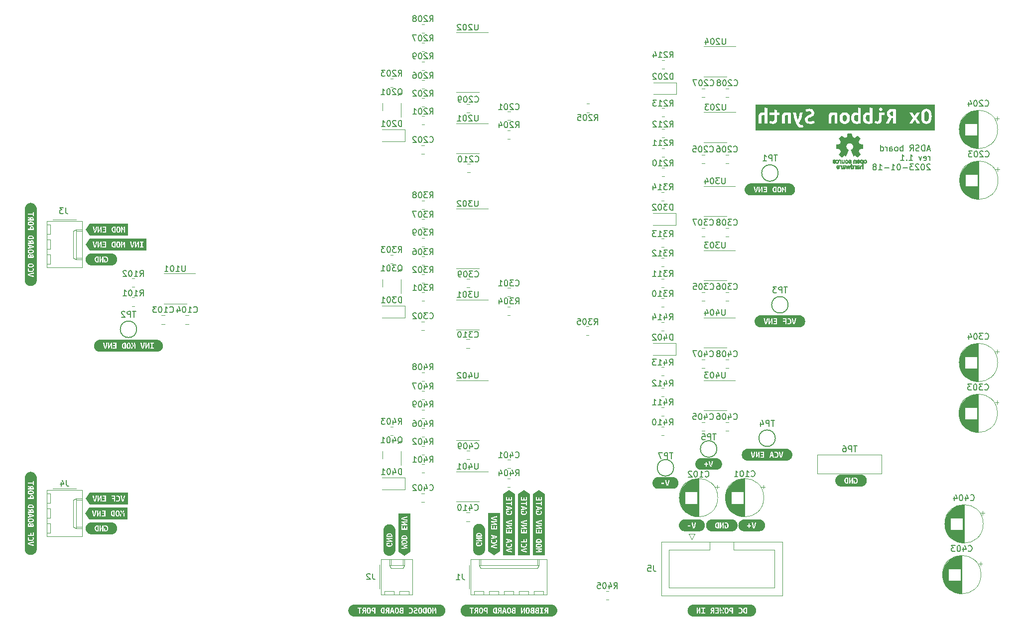
<source format=gbo>
G04 #@! TF.GenerationSoftware,KiCad,Pcbnew,6.0.5+dfsg-1~bpo11+1*
G04 #@! TF.CreationDate,2023-01-27T22:41:18+00:00*
G04 #@! TF.ProjectId,ADSR_board,41445352-5f62-46f6-9172-642e6b696361,1.1*
G04 #@! TF.SameCoordinates,Original*
G04 #@! TF.FileFunction,Legend,Bot*
G04 #@! TF.FilePolarity,Positive*
%FSLAX46Y46*%
G04 Gerber Fmt 4.6, Leading zero omitted, Abs format (unit mm)*
G04 Created by KiCad (PCBNEW 6.0.5+dfsg-1~bpo11+1) date 2023-01-27 22:41:18*
%MOMM*%
%LPD*%
G01*
G04 APERTURE LIST*
%ADD10C,0.150000*%
%ADD11C,0.120000*%
%ADD12C,0.010000*%
%ADD13O,2.720000X3.240000*%
%ADD14R,1.800000X1.800000*%
%ADD15C,1.800000*%
%ADD16C,2.500000*%
%ADD17C,1.700000*%
%ADD18C,2.000000*%
%ADD19R,1.600000X1.600000*%
%ADD20C,1.600000*%
%ADD21R,0.900000X1.200000*%
%ADD22C,2.600000*%
%ADD23O,2.190000X1.740000*%
%ADD24O,1.740000X2.190000*%
G04 APERTURE END LIST*
D10*
X218152023Y-67136666D02*
X217675833Y-67136666D01*
X218247261Y-67422380D02*
X217913928Y-66422380D01*
X217580595Y-67422380D01*
X217247261Y-67422380D02*
X217247261Y-66422380D01*
X217009166Y-66422380D01*
X216866309Y-66470000D01*
X216771071Y-66565238D01*
X216723452Y-66660476D01*
X216675833Y-66850952D01*
X216675833Y-66993809D01*
X216723452Y-67184285D01*
X216771071Y-67279523D01*
X216866309Y-67374761D01*
X217009166Y-67422380D01*
X217247261Y-67422380D01*
X216294880Y-67374761D02*
X216152023Y-67422380D01*
X215913928Y-67422380D01*
X215818690Y-67374761D01*
X215771071Y-67327142D01*
X215723452Y-67231904D01*
X215723452Y-67136666D01*
X215771071Y-67041428D01*
X215818690Y-66993809D01*
X215913928Y-66946190D01*
X216104404Y-66898571D01*
X216199642Y-66850952D01*
X216247261Y-66803333D01*
X216294880Y-66708095D01*
X216294880Y-66612857D01*
X216247261Y-66517619D01*
X216199642Y-66470000D01*
X216104404Y-66422380D01*
X215866309Y-66422380D01*
X215723452Y-66470000D01*
X214723452Y-67422380D02*
X215056785Y-66946190D01*
X215294880Y-67422380D02*
X215294880Y-66422380D01*
X214913928Y-66422380D01*
X214818690Y-66470000D01*
X214771071Y-66517619D01*
X214723452Y-66612857D01*
X214723452Y-66755714D01*
X214771071Y-66850952D01*
X214818690Y-66898571D01*
X214913928Y-66946190D01*
X215294880Y-66946190D01*
X213532976Y-67422380D02*
X213532976Y-66422380D01*
X213532976Y-66803333D02*
X213437738Y-66755714D01*
X213247261Y-66755714D01*
X213152023Y-66803333D01*
X213104404Y-66850952D01*
X213056785Y-66946190D01*
X213056785Y-67231904D01*
X213104404Y-67327142D01*
X213152023Y-67374761D01*
X213247261Y-67422380D01*
X213437738Y-67422380D01*
X213532976Y-67374761D01*
X212485357Y-67422380D02*
X212580595Y-67374761D01*
X212628214Y-67327142D01*
X212675833Y-67231904D01*
X212675833Y-66946190D01*
X212628214Y-66850952D01*
X212580595Y-66803333D01*
X212485357Y-66755714D01*
X212342500Y-66755714D01*
X212247261Y-66803333D01*
X212199642Y-66850952D01*
X212152023Y-66946190D01*
X212152023Y-67231904D01*
X212199642Y-67327142D01*
X212247261Y-67374761D01*
X212342500Y-67422380D01*
X212485357Y-67422380D01*
X211294880Y-67422380D02*
X211294880Y-66898571D01*
X211342500Y-66803333D01*
X211437738Y-66755714D01*
X211628214Y-66755714D01*
X211723452Y-66803333D01*
X211294880Y-67374761D02*
X211390119Y-67422380D01*
X211628214Y-67422380D01*
X211723452Y-67374761D01*
X211771071Y-67279523D01*
X211771071Y-67184285D01*
X211723452Y-67089047D01*
X211628214Y-67041428D01*
X211390119Y-67041428D01*
X211294880Y-66993809D01*
X210818690Y-67422380D02*
X210818690Y-66755714D01*
X210818690Y-66946190D02*
X210771071Y-66850952D01*
X210723452Y-66803333D01*
X210628214Y-66755714D01*
X210532976Y-66755714D01*
X209771071Y-67422380D02*
X209771071Y-66422380D01*
X209771071Y-67374761D02*
X209866309Y-67422380D01*
X210056785Y-67422380D01*
X210152023Y-67374761D01*
X210199642Y-67327142D01*
X210247261Y-67231904D01*
X210247261Y-66946190D01*
X210199642Y-66850952D01*
X210152023Y-66803333D01*
X210056785Y-66755714D01*
X209866309Y-66755714D01*
X209771071Y-66803333D01*
X218104404Y-69032380D02*
X218104404Y-68365714D01*
X218104404Y-68556190D02*
X218056785Y-68460952D01*
X218009166Y-68413333D01*
X217913928Y-68365714D01*
X217818690Y-68365714D01*
X217104404Y-68984761D02*
X217199642Y-69032380D01*
X217390119Y-69032380D01*
X217485357Y-68984761D01*
X217532976Y-68889523D01*
X217532976Y-68508571D01*
X217485357Y-68413333D01*
X217390119Y-68365714D01*
X217199642Y-68365714D01*
X217104404Y-68413333D01*
X217056785Y-68508571D01*
X217056785Y-68603809D01*
X217532976Y-68699047D01*
X216723452Y-68365714D02*
X216485357Y-69032380D01*
X216247261Y-68365714D01*
X214580595Y-69032380D02*
X215152023Y-69032380D01*
X214866309Y-69032380D02*
X214866309Y-68032380D01*
X214961547Y-68175238D01*
X215056785Y-68270476D01*
X215152023Y-68318095D01*
X214152023Y-68937142D02*
X214104404Y-68984761D01*
X214152023Y-69032380D01*
X214199642Y-68984761D01*
X214152023Y-68937142D01*
X214152023Y-69032380D01*
X213152023Y-69032380D02*
X213723452Y-69032380D01*
X213437738Y-69032380D02*
X213437738Y-68032380D01*
X213532976Y-68175238D01*
X213628214Y-68270476D01*
X213723452Y-68318095D01*
X218152023Y-69737619D02*
X218104404Y-69690000D01*
X218009166Y-69642380D01*
X217771071Y-69642380D01*
X217675833Y-69690000D01*
X217628214Y-69737619D01*
X217580595Y-69832857D01*
X217580595Y-69928095D01*
X217628214Y-70070952D01*
X218199642Y-70642380D01*
X217580595Y-70642380D01*
X216961547Y-69642380D02*
X216866309Y-69642380D01*
X216771071Y-69690000D01*
X216723452Y-69737619D01*
X216675833Y-69832857D01*
X216628214Y-70023333D01*
X216628214Y-70261428D01*
X216675833Y-70451904D01*
X216723452Y-70547142D01*
X216771071Y-70594761D01*
X216866309Y-70642380D01*
X216961547Y-70642380D01*
X217056785Y-70594761D01*
X217104404Y-70547142D01*
X217152023Y-70451904D01*
X217199642Y-70261428D01*
X217199642Y-70023333D01*
X217152023Y-69832857D01*
X217104404Y-69737619D01*
X217056785Y-69690000D01*
X216961547Y-69642380D01*
X216247261Y-69737619D02*
X216199642Y-69690000D01*
X216104404Y-69642380D01*
X215866309Y-69642380D01*
X215771071Y-69690000D01*
X215723452Y-69737619D01*
X215675833Y-69832857D01*
X215675833Y-69928095D01*
X215723452Y-70070952D01*
X216294880Y-70642380D01*
X215675833Y-70642380D01*
X215342500Y-69642380D02*
X214723452Y-69642380D01*
X215056785Y-70023333D01*
X214913928Y-70023333D01*
X214818690Y-70070952D01*
X214771071Y-70118571D01*
X214723452Y-70213809D01*
X214723452Y-70451904D01*
X214771071Y-70547142D01*
X214818690Y-70594761D01*
X214913928Y-70642380D01*
X215199642Y-70642380D01*
X215294880Y-70594761D01*
X215342500Y-70547142D01*
X214294880Y-70261428D02*
X213532976Y-70261428D01*
X212866309Y-69642380D02*
X212771071Y-69642380D01*
X212675833Y-69690000D01*
X212628214Y-69737619D01*
X212580595Y-69832857D01*
X212532976Y-70023333D01*
X212532976Y-70261428D01*
X212580595Y-70451904D01*
X212628214Y-70547142D01*
X212675833Y-70594761D01*
X212771071Y-70642380D01*
X212866309Y-70642380D01*
X212961547Y-70594761D01*
X213009166Y-70547142D01*
X213056785Y-70451904D01*
X213104404Y-70261428D01*
X213104404Y-70023333D01*
X213056785Y-69832857D01*
X213009166Y-69737619D01*
X212961547Y-69690000D01*
X212866309Y-69642380D01*
X211580595Y-70642380D02*
X212152023Y-70642380D01*
X211866309Y-70642380D02*
X211866309Y-69642380D01*
X211961547Y-69785238D01*
X212056785Y-69880476D01*
X212152023Y-69928095D01*
X211152023Y-70261428D02*
X210390119Y-70261428D01*
X209390119Y-70642380D02*
X209961547Y-70642380D01*
X209675833Y-70642380D02*
X209675833Y-69642380D01*
X209771071Y-69785238D01*
X209866309Y-69880476D01*
X209961547Y-69928095D01*
X208818690Y-70070952D02*
X208913928Y-70023333D01*
X208961547Y-69975714D01*
X209009166Y-69880476D01*
X209009166Y-69832857D01*
X208961547Y-69737619D01*
X208913928Y-69690000D01*
X208818690Y-69642380D01*
X208628214Y-69642380D01*
X208532976Y-69690000D01*
X208485357Y-69737619D01*
X208437738Y-69832857D01*
X208437738Y-69880476D01*
X208485357Y-69975714D01*
X208532976Y-70023333D01*
X208628214Y-70070952D01*
X208818690Y-70070952D01*
X208913928Y-70118571D01*
X208961547Y-70166190D01*
X209009166Y-70261428D01*
X209009166Y-70451904D01*
X208961547Y-70547142D01*
X208913928Y-70594761D01*
X208818690Y-70642380D01*
X208628214Y-70642380D01*
X208532976Y-70594761D01*
X208485357Y-70547142D01*
X208437738Y-70451904D01*
X208437738Y-70261428D01*
X208485357Y-70166190D01*
X208532976Y-70118571D01*
X208628214Y-70070952D01*
X147677047Y-119483142D02*
X147724666Y-119530761D01*
X147867523Y-119578380D01*
X147962761Y-119578380D01*
X148105619Y-119530761D01*
X148200857Y-119435523D01*
X148248476Y-119340285D01*
X148296095Y-119149809D01*
X148296095Y-119006952D01*
X148248476Y-118816476D01*
X148200857Y-118721238D01*
X148105619Y-118626000D01*
X147962761Y-118578380D01*
X147867523Y-118578380D01*
X147724666Y-118626000D01*
X147677047Y-118673619D01*
X146819904Y-118911714D02*
X146819904Y-119578380D01*
X147058000Y-118530761D02*
X147296095Y-119245047D01*
X146677047Y-119245047D01*
X146105619Y-118578380D02*
X146010380Y-118578380D01*
X145915142Y-118626000D01*
X145867523Y-118673619D01*
X145819904Y-118768857D01*
X145772285Y-118959333D01*
X145772285Y-119197428D01*
X145819904Y-119387904D01*
X145867523Y-119483142D01*
X145915142Y-119530761D01*
X146010380Y-119578380D01*
X146105619Y-119578380D01*
X146200857Y-119530761D01*
X146248476Y-119483142D01*
X146296095Y-119387904D01*
X146343714Y-119197428D01*
X146343714Y-118959333D01*
X146296095Y-118768857D01*
X146248476Y-118673619D01*
X146200857Y-118626000D01*
X146105619Y-118578380D01*
X144819904Y-119578380D02*
X145391333Y-119578380D01*
X145105619Y-119578380D02*
X145105619Y-118578380D01*
X145200857Y-118721238D01*
X145296095Y-118816476D01*
X145391333Y-118864095D01*
X180697047Y-102309142D02*
X180744666Y-102356761D01*
X180887523Y-102404380D01*
X180982761Y-102404380D01*
X181125619Y-102356761D01*
X181220857Y-102261523D01*
X181268476Y-102166285D01*
X181316095Y-101975809D01*
X181316095Y-101832952D01*
X181268476Y-101642476D01*
X181220857Y-101547238D01*
X181125619Y-101452000D01*
X180982761Y-101404380D01*
X180887523Y-101404380D01*
X180744666Y-101452000D01*
X180697047Y-101499619D01*
X179839904Y-101737714D02*
X179839904Y-102404380D01*
X180078000Y-101356761D02*
X180316095Y-102071047D01*
X179697047Y-102071047D01*
X179125619Y-101404380D02*
X179030380Y-101404380D01*
X178935142Y-101452000D01*
X178887523Y-101499619D01*
X178839904Y-101594857D01*
X178792285Y-101785333D01*
X178792285Y-102023428D01*
X178839904Y-102213904D01*
X178887523Y-102309142D01*
X178935142Y-102356761D01*
X179030380Y-102404380D01*
X179125619Y-102404380D01*
X179220857Y-102356761D01*
X179268476Y-102309142D01*
X179316095Y-102213904D01*
X179363714Y-102023428D01*
X179363714Y-101785333D01*
X179316095Y-101594857D01*
X179268476Y-101499619D01*
X179220857Y-101452000D01*
X179125619Y-101404380D01*
X178458952Y-101404380D02*
X177792285Y-101404380D01*
X178220857Y-102404380D01*
X180697047Y-67511142D02*
X180744666Y-67558761D01*
X180887523Y-67606380D01*
X180982761Y-67606380D01*
X181125619Y-67558761D01*
X181220857Y-67463523D01*
X181268476Y-67368285D01*
X181316095Y-67177809D01*
X181316095Y-67034952D01*
X181268476Y-66844476D01*
X181220857Y-66749238D01*
X181125619Y-66654000D01*
X180982761Y-66606380D01*
X180887523Y-66606380D01*
X180744666Y-66654000D01*
X180697047Y-66701619D01*
X180316095Y-66701619D02*
X180268476Y-66654000D01*
X180173238Y-66606380D01*
X179935142Y-66606380D01*
X179839904Y-66654000D01*
X179792285Y-66701619D01*
X179744666Y-66796857D01*
X179744666Y-66892095D01*
X179792285Y-67034952D01*
X180363714Y-67606380D01*
X179744666Y-67606380D01*
X179125619Y-66606380D02*
X179030380Y-66606380D01*
X178935142Y-66654000D01*
X178887523Y-66701619D01*
X178839904Y-66796857D01*
X178792285Y-66987333D01*
X178792285Y-67225428D01*
X178839904Y-67415904D01*
X178887523Y-67511142D01*
X178935142Y-67558761D01*
X179030380Y-67606380D01*
X179125619Y-67606380D01*
X179220857Y-67558761D01*
X179268476Y-67511142D01*
X179316095Y-67415904D01*
X179363714Y-67225428D01*
X179363714Y-66987333D01*
X179316095Y-66796857D01*
X179268476Y-66701619D01*
X179220857Y-66654000D01*
X179125619Y-66606380D01*
X177887523Y-66606380D02*
X178363714Y-66606380D01*
X178411333Y-67082571D01*
X178363714Y-67034952D01*
X178268476Y-66987333D01*
X178030380Y-66987333D01*
X177935142Y-67034952D01*
X177887523Y-67082571D01*
X177839904Y-67177809D01*
X177839904Y-67415904D01*
X177887523Y-67511142D01*
X177935142Y-67558761D01*
X178030380Y-67606380D01*
X178268476Y-67606380D01*
X178363714Y-67558761D01*
X178411333Y-67511142D01*
X173889847Y-63342780D02*
X174223180Y-62866590D01*
X174461276Y-63342780D02*
X174461276Y-62342780D01*
X174080323Y-62342780D01*
X173985085Y-62390400D01*
X173937466Y-62438019D01*
X173889847Y-62533257D01*
X173889847Y-62676114D01*
X173937466Y-62771352D01*
X173985085Y-62818971D01*
X174080323Y-62866590D01*
X174461276Y-62866590D01*
X173508895Y-62438019D02*
X173461276Y-62390400D01*
X173366038Y-62342780D01*
X173127942Y-62342780D01*
X173032704Y-62390400D01*
X172985085Y-62438019D01*
X172937466Y-62533257D01*
X172937466Y-62628495D01*
X172985085Y-62771352D01*
X173556514Y-63342780D01*
X172937466Y-63342780D01*
X171985085Y-63342780D02*
X172556514Y-63342780D01*
X172270800Y-63342780D02*
X172270800Y-62342780D01*
X172366038Y-62485638D01*
X172461276Y-62580876D01*
X172556514Y-62628495D01*
X171604133Y-62438019D02*
X171556514Y-62390400D01*
X171461276Y-62342780D01*
X171223180Y-62342780D01*
X171127942Y-62390400D01*
X171080323Y-62438019D01*
X171032704Y-62533257D01*
X171032704Y-62628495D01*
X171080323Y-62771352D01*
X171651752Y-63342780D01*
X171032704Y-63342780D01*
X133076047Y-61158380D02*
X133409380Y-60682190D01*
X133647476Y-61158380D02*
X133647476Y-60158380D01*
X133266523Y-60158380D01*
X133171285Y-60206000D01*
X133123666Y-60253619D01*
X133076047Y-60348857D01*
X133076047Y-60491714D01*
X133123666Y-60586952D01*
X133171285Y-60634571D01*
X133266523Y-60682190D01*
X133647476Y-60682190D01*
X132695095Y-60253619D02*
X132647476Y-60206000D01*
X132552238Y-60158380D01*
X132314142Y-60158380D01*
X132218904Y-60206000D01*
X132171285Y-60253619D01*
X132123666Y-60348857D01*
X132123666Y-60444095D01*
X132171285Y-60586952D01*
X132742714Y-61158380D01*
X132123666Y-61158380D01*
X131504619Y-60158380D02*
X131409380Y-60158380D01*
X131314142Y-60206000D01*
X131266523Y-60253619D01*
X131218904Y-60348857D01*
X131171285Y-60539333D01*
X131171285Y-60777428D01*
X131218904Y-60967904D01*
X131266523Y-61063142D01*
X131314142Y-61110761D01*
X131409380Y-61158380D01*
X131504619Y-61158380D01*
X131599857Y-61110761D01*
X131647476Y-61063142D01*
X131695095Y-60967904D01*
X131742714Y-60777428D01*
X131742714Y-60539333D01*
X131695095Y-60348857D01*
X131647476Y-60253619D01*
X131599857Y-60206000D01*
X131504619Y-60158380D01*
X130218904Y-61158380D02*
X130790333Y-61158380D01*
X130504619Y-61158380D02*
X130504619Y-60158380D01*
X130599857Y-60301238D01*
X130695095Y-60396476D01*
X130790333Y-60444095D01*
X171148333Y-137891880D02*
X171148333Y-138606166D01*
X171195952Y-138749023D01*
X171291190Y-138844261D01*
X171434047Y-138891880D01*
X171529285Y-138891880D01*
X170195952Y-137891880D02*
X170672142Y-137891880D01*
X170719761Y-138368071D01*
X170672142Y-138320452D01*
X170576904Y-138272833D01*
X170338809Y-138272833D01*
X170243571Y-138320452D01*
X170195952Y-138368071D01*
X170148333Y-138463309D01*
X170148333Y-138701404D01*
X170195952Y-138796642D01*
X170243571Y-138844261D01*
X170338809Y-138891880D01*
X170576904Y-138891880D01*
X170672142Y-138844261D01*
X170719761Y-138796642D01*
X140717447Y-99010742D02*
X140765066Y-99058361D01*
X140907923Y-99105980D01*
X141003161Y-99105980D01*
X141146019Y-99058361D01*
X141241257Y-98963123D01*
X141288876Y-98867885D01*
X141336495Y-98677409D01*
X141336495Y-98534552D01*
X141288876Y-98344076D01*
X141241257Y-98248838D01*
X141146019Y-98153600D01*
X141003161Y-98105980D01*
X140907923Y-98105980D01*
X140765066Y-98153600D01*
X140717447Y-98201219D01*
X140384114Y-98105980D02*
X139765066Y-98105980D01*
X140098400Y-98486933D01*
X139955542Y-98486933D01*
X139860304Y-98534552D01*
X139812685Y-98582171D01*
X139765066Y-98677409D01*
X139765066Y-98915504D01*
X139812685Y-99010742D01*
X139860304Y-99058361D01*
X139955542Y-99105980D01*
X140241257Y-99105980D01*
X140336495Y-99058361D01*
X140384114Y-99010742D01*
X138812685Y-99105980D02*
X139384114Y-99105980D01*
X139098400Y-99105980D02*
X139098400Y-98105980D01*
X139193638Y-98248838D01*
X139288876Y-98344076D01*
X139384114Y-98391695D01*
X138193638Y-98105980D02*
X138098400Y-98105980D01*
X138003161Y-98153600D01*
X137955542Y-98201219D01*
X137907923Y-98296457D01*
X137860304Y-98486933D01*
X137860304Y-98725028D01*
X137907923Y-98915504D01*
X137955542Y-99010742D01*
X138003161Y-99058361D01*
X138098400Y-99105980D01*
X138193638Y-99105980D01*
X138288876Y-99058361D01*
X138336495Y-99010742D01*
X138384114Y-98915504D01*
X138431733Y-98725028D01*
X138431733Y-98486933D01*
X138384114Y-98296457D01*
X138336495Y-98201219D01*
X138288876Y-98153600D01*
X138193638Y-98105980D01*
X173889847Y-51532780D02*
X174223180Y-51056590D01*
X174461276Y-51532780D02*
X174461276Y-50532780D01*
X174080323Y-50532780D01*
X173985085Y-50580400D01*
X173937466Y-50628019D01*
X173889847Y-50723257D01*
X173889847Y-50866114D01*
X173937466Y-50961352D01*
X173985085Y-51008971D01*
X174080323Y-51056590D01*
X174461276Y-51056590D01*
X173508895Y-50628019D02*
X173461276Y-50580400D01*
X173366038Y-50532780D01*
X173127942Y-50532780D01*
X173032704Y-50580400D01*
X172985085Y-50628019D01*
X172937466Y-50723257D01*
X172937466Y-50818495D01*
X172985085Y-50961352D01*
X173556514Y-51532780D01*
X172937466Y-51532780D01*
X171985085Y-51532780D02*
X172556514Y-51532780D01*
X172270800Y-51532780D02*
X172270800Y-50532780D01*
X172366038Y-50675638D01*
X172461276Y-50770876D01*
X172556514Y-50818495D01*
X171127942Y-50866114D02*
X171127942Y-51532780D01*
X171366038Y-50485161D02*
X171604133Y-51199447D01*
X170985085Y-51199447D01*
X173839047Y-73986380D02*
X174172380Y-73510190D01*
X174410476Y-73986380D02*
X174410476Y-72986380D01*
X174029523Y-72986380D01*
X173934285Y-73034000D01*
X173886666Y-73081619D01*
X173839047Y-73176857D01*
X173839047Y-73319714D01*
X173886666Y-73414952D01*
X173934285Y-73462571D01*
X174029523Y-73510190D01*
X174410476Y-73510190D01*
X173505714Y-72986380D02*
X172886666Y-72986380D01*
X173220000Y-73367333D01*
X173077142Y-73367333D01*
X172981904Y-73414952D01*
X172934285Y-73462571D01*
X172886666Y-73557809D01*
X172886666Y-73795904D01*
X172934285Y-73891142D01*
X172981904Y-73938761D01*
X173077142Y-73986380D01*
X173362857Y-73986380D01*
X173458095Y-73938761D01*
X173505714Y-73891142D01*
X171934285Y-73986380D02*
X172505714Y-73986380D01*
X172220000Y-73986380D02*
X172220000Y-72986380D01*
X172315238Y-73129238D01*
X172410476Y-73224476D01*
X172505714Y-73272095D01*
X171077142Y-73319714D02*
X171077142Y-73986380D01*
X171315238Y-72938761D02*
X171553333Y-73653047D01*
X170934285Y-73653047D01*
X183324285Y-94350380D02*
X183324285Y-95159904D01*
X183276666Y-95255142D01*
X183229047Y-95302761D01*
X183133809Y-95350380D01*
X182943333Y-95350380D01*
X182848095Y-95302761D01*
X182800476Y-95255142D01*
X182752857Y-95159904D01*
X182752857Y-94350380D01*
X181848095Y-94683714D02*
X181848095Y-95350380D01*
X182086190Y-94302761D02*
X182324285Y-95017047D01*
X181705238Y-95017047D01*
X181133809Y-94350380D02*
X181038571Y-94350380D01*
X180943333Y-94398000D01*
X180895714Y-94445619D01*
X180848095Y-94540857D01*
X180800476Y-94731333D01*
X180800476Y-94969428D01*
X180848095Y-95159904D01*
X180895714Y-95255142D01*
X180943333Y-95302761D01*
X181038571Y-95350380D01*
X181133809Y-95350380D01*
X181229047Y-95302761D01*
X181276666Y-95255142D01*
X181324285Y-95159904D01*
X181371904Y-94969428D01*
X181371904Y-94731333D01*
X181324285Y-94540857D01*
X181276666Y-94445619D01*
X181229047Y-94398000D01*
X181133809Y-94350380D01*
X179943333Y-94683714D02*
X179943333Y-95350380D01*
X180181428Y-94302761D02*
X180419523Y-95017047D01*
X179800476Y-95017047D01*
X191711104Y-113208180D02*
X191139676Y-113208180D01*
X191425390Y-114208180D02*
X191425390Y-113208180D01*
X190806342Y-114208180D02*
X190806342Y-113208180D01*
X190425390Y-113208180D01*
X190330152Y-113255800D01*
X190282533Y-113303419D01*
X190234914Y-113398657D01*
X190234914Y-113541514D01*
X190282533Y-113636752D01*
X190330152Y-113684371D01*
X190425390Y-113731990D01*
X190806342Y-113731990D01*
X189377771Y-113541514D02*
X189377771Y-114208180D01*
X189615866Y-113160561D02*
X189853961Y-113874847D01*
X189234914Y-113874847D01*
X140819047Y-69191142D02*
X140866666Y-69238761D01*
X141009523Y-69286380D01*
X141104761Y-69286380D01*
X141247619Y-69238761D01*
X141342857Y-69143523D01*
X141390476Y-69048285D01*
X141438095Y-68857809D01*
X141438095Y-68714952D01*
X141390476Y-68524476D01*
X141342857Y-68429238D01*
X141247619Y-68334000D01*
X141104761Y-68286380D01*
X141009523Y-68286380D01*
X140866666Y-68334000D01*
X140819047Y-68381619D01*
X140438095Y-68381619D02*
X140390476Y-68334000D01*
X140295238Y-68286380D01*
X140057142Y-68286380D01*
X139961904Y-68334000D01*
X139914285Y-68381619D01*
X139866666Y-68476857D01*
X139866666Y-68572095D01*
X139914285Y-68714952D01*
X140485714Y-69286380D01*
X139866666Y-69286380D01*
X138914285Y-69286380D02*
X139485714Y-69286380D01*
X139200000Y-69286380D02*
X139200000Y-68286380D01*
X139295238Y-68429238D01*
X139390476Y-68524476D01*
X139485714Y-68572095D01*
X138295238Y-68286380D02*
X138200000Y-68286380D01*
X138104761Y-68334000D01*
X138057142Y-68381619D01*
X138009523Y-68476857D01*
X137961904Y-68667333D01*
X137961904Y-68905428D01*
X138009523Y-69095904D01*
X138057142Y-69191142D01*
X138104761Y-69238761D01*
X138200000Y-69286380D01*
X138295238Y-69286380D01*
X138390476Y-69238761D01*
X138438095Y-69191142D01*
X138485714Y-69095904D01*
X138533333Y-68905428D01*
X138533333Y-68667333D01*
X138485714Y-68476857D01*
X138438095Y-68381619D01*
X138390476Y-68334000D01*
X138295238Y-68286380D01*
X133076047Y-120340380D02*
X133409380Y-119864190D01*
X133647476Y-120340380D02*
X133647476Y-119340380D01*
X133266523Y-119340380D01*
X133171285Y-119388000D01*
X133123666Y-119435619D01*
X133076047Y-119530857D01*
X133076047Y-119673714D01*
X133123666Y-119768952D01*
X133171285Y-119816571D01*
X133266523Y-119864190D01*
X133647476Y-119864190D01*
X132218904Y-119673714D02*
X132218904Y-120340380D01*
X132457000Y-119292761D02*
X132695095Y-120007047D01*
X132076047Y-120007047D01*
X131504619Y-119340380D02*
X131409380Y-119340380D01*
X131314142Y-119388000D01*
X131266523Y-119435619D01*
X131218904Y-119530857D01*
X131171285Y-119721333D01*
X131171285Y-119959428D01*
X131218904Y-120149904D01*
X131266523Y-120245142D01*
X131314142Y-120292761D01*
X131409380Y-120340380D01*
X131504619Y-120340380D01*
X131599857Y-120292761D01*
X131647476Y-120245142D01*
X131695095Y-120149904D01*
X131742714Y-119959428D01*
X131742714Y-119721333D01*
X131695095Y-119530857D01*
X131647476Y-119435619D01*
X131599857Y-119388000D01*
X131504619Y-119340380D01*
X130218904Y-120340380D02*
X130790333Y-120340380D01*
X130504619Y-120340380D02*
X130504619Y-119340380D01*
X130599857Y-119483238D01*
X130695095Y-119578476D01*
X130790333Y-119626095D01*
X133076047Y-117292380D02*
X133409380Y-116816190D01*
X133647476Y-117292380D02*
X133647476Y-116292380D01*
X133266523Y-116292380D01*
X133171285Y-116340000D01*
X133123666Y-116387619D01*
X133076047Y-116482857D01*
X133076047Y-116625714D01*
X133123666Y-116720952D01*
X133171285Y-116768571D01*
X133266523Y-116816190D01*
X133647476Y-116816190D01*
X132218904Y-116625714D02*
X132218904Y-117292380D01*
X132457000Y-116244761D02*
X132695095Y-116959047D01*
X132076047Y-116959047D01*
X131504619Y-116292380D02*
X131409380Y-116292380D01*
X131314142Y-116340000D01*
X131266523Y-116387619D01*
X131218904Y-116482857D01*
X131171285Y-116673333D01*
X131171285Y-116911428D01*
X131218904Y-117101904D01*
X131266523Y-117197142D01*
X131314142Y-117244761D01*
X131409380Y-117292380D01*
X131504619Y-117292380D01*
X131599857Y-117244761D01*
X131647476Y-117197142D01*
X131695095Y-117101904D01*
X131742714Y-116911428D01*
X131742714Y-116673333D01*
X131695095Y-116482857D01*
X131647476Y-116387619D01*
X131599857Y-116340000D01*
X131504619Y-116292380D01*
X130790333Y-116387619D02*
X130742714Y-116340000D01*
X130647476Y-116292380D01*
X130409380Y-116292380D01*
X130314142Y-116340000D01*
X130266523Y-116387619D01*
X130218904Y-116482857D01*
X130218904Y-116578095D01*
X130266523Y-116720952D01*
X130837952Y-117292380D01*
X130218904Y-117292380D01*
X133076047Y-75383380D02*
X133409380Y-74907190D01*
X133647476Y-75383380D02*
X133647476Y-74383380D01*
X133266523Y-74383380D01*
X133171285Y-74431000D01*
X133123666Y-74478619D01*
X133076047Y-74573857D01*
X133076047Y-74716714D01*
X133123666Y-74811952D01*
X133171285Y-74859571D01*
X133266523Y-74907190D01*
X133647476Y-74907190D01*
X132742714Y-74383380D02*
X132123666Y-74383380D01*
X132457000Y-74764333D01*
X132314142Y-74764333D01*
X132218904Y-74811952D01*
X132171285Y-74859571D01*
X132123666Y-74954809D01*
X132123666Y-75192904D01*
X132171285Y-75288142D01*
X132218904Y-75335761D01*
X132314142Y-75383380D01*
X132599857Y-75383380D01*
X132695095Y-75335761D01*
X132742714Y-75288142D01*
X131504619Y-74383380D02*
X131409380Y-74383380D01*
X131314142Y-74431000D01*
X131266523Y-74478619D01*
X131218904Y-74573857D01*
X131171285Y-74764333D01*
X131171285Y-75002428D01*
X131218904Y-75192904D01*
X131266523Y-75288142D01*
X131314142Y-75335761D01*
X131409380Y-75383380D01*
X131504619Y-75383380D01*
X131599857Y-75335761D01*
X131647476Y-75288142D01*
X131695095Y-75192904D01*
X131742714Y-75002428D01*
X131742714Y-74764333D01*
X131695095Y-74573857D01*
X131647476Y-74478619D01*
X131599857Y-74431000D01*
X131504619Y-74383380D01*
X130599857Y-74811952D02*
X130695095Y-74764333D01*
X130742714Y-74716714D01*
X130790333Y-74621476D01*
X130790333Y-74573857D01*
X130742714Y-74478619D01*
X130695095Y-74431000D01*
X130599857Y-74383380D01*
X130409380Y-74383380D01*
X130314142Y-74431000D01*
X130266523Y-74478619D01*
X130218904Y-74573857D01*
X130218904Y-74621476D01*
X130266523Y-74716714D01*
X130314142Y-74764333D01*
X130409380Y-74811952D01*
X130599857Y-74811952D01*
X130695095Y-74859571D01*
X130742714Y-74907190D01*
X130790333Y-75002428D01*
X130790333Y-75192904D01*
X130742714Y-75288142D01*
X130695095Y-75335761D01*
X130599857Y-75383380D01*
X130409380Y-75383380D01*
X130314142Y-75335761D01*
X130266523Y-75288142D01*
X130218904Y-75192904D01*
X130218904Y-75002428D01*
X130266523Y-74907190D01*
X130314142Y-74859571D01*
X130409380Y-74811952D01*
X173839047Y-85288380D02*
X174172380Y-84812190D01*
X174410476Y-85288380D02*
X174410476Y-84288380D01*
X174029523Y-84288380D01*
X173934285Y-84336000D01*
X173886666Y-84383619D01*
X173839047Y-84478857D01*
X173839047Y-84621714D01*
X173886666Y-84716952D01*
X173934285Y-84764571D01*
X174029523Y-84812190D01*
X174410476Y-84812190D01*
X173505714Y-84288380D02*
X172886666Y-84288380D01*
X173220000Y-84669333D01*
X173077142Y-84669333D01*
X172981904Y-84716952D01*
X172934285Y-84764571D01*
X172886666Y-84859809D01*
X172886666Y-85097904D01*
X172934285Y-85193142D01*
X172981904Y-85240761D01*
X173077142Y-85288380D01*
X173362857Y-85288380D01*
X173458095Y-85240761D01*
X173505714Y-85193142D01*
X171934285Y-85288380D02*
X172505714Y-85288380D01*
X172220000Y-85288380D02*
X172220000Y-84288380D01*
X172315238Y-84431238D01*
X172410476Y-84526476D01*
X172505714Y-84574095D01*
X171553333Y-84383619D02*
X171505714Y-84336000D01*
X171410476Y-84288380D01*
X171172380Y-84288380D01*
X171077142Y-84336000D01*
X171029523Y-84383619D01*
X170981904Y-84478857D01*
X170981904Y-84574095D01*
X171029523Y-84716952D01*
X171600952Y-85288380D01*
X170981904Y-85288380D01*
X83151504Y-94691580D02*
X82580076Y-94691580D01*
X82865790Y-95691580D02*
X82865790Y-94691580D01*
X82246742Y-95691580D02*
X82246742Y-94691580D01*
X81865790Y-94691580D01*
X81770552Y-94739200D01*
X81722933Y-94786819D01*
X81675314Y-94882057D01*
X81675314Y-95024914D01*
X81722933Y-95120152D01*
X81770552Y-95167771D01*
X81865790Y-95215390D01*
X82246742Y-95215390D01*
X81294361Y-94786819D02*
X81246742Y-94739200D01*
X81151504Y-94691580D01*
X80913409Y-94691580D01*
X80818171Y-94739200D01*
X80770552Y-94786819D01*
X80722933Y-94882057D01*
X80722933Y-94977295D01*
X80770552Y-95120152D01*
X81341980Y-95691580D01*
X80722933Y-95691580D01*
X147681047Y-122627380D02*
X148014380Y-122151190D01*
X148252476Y-122627380D02*
X148252476Y-121627380D01*
X147871523Y-121627380D01*
X147776285Y-121675000D01*
X147728666Y-121722619D01*
X147681047Y-121817857D01*
X147681047Y-121960714D01*
X147728666Y-122055952D01*
X147776285Y-122103571D01*
X147871523Y-122151190D01*
X148252476Y-122151190D01*
X146823904Y-121960714D02*
X146823904Y-122627380D01*
X147062000Y-121579761D02*
X147300095Y-122294047D01*
X146681047Y-122294047D01*
X146109619Y-121627380D02*
X146014380Y-121627380D01*
X145919142Y-121675000D01*
X145871523Y-121722619D01*
X145823904Y-121817857D01*
X145776285Y-122008333D01*
X145776285Y-122246428D01*
X145823904Y-122436904D01*
X145871523Y-122532142D01*
X145919142Y-122579761D01*
X146014380Y-122627380D01*
X146109619Y-122627380D01*
X146204857Y-122579761D01*
X146252476Y-122532142D01*
X146300095Y-122436904D01*
X146347714Y-122246428D01*
X146347714Y-122008333D01*
X146300095Y-121817857D01*
X146252476Y-121722619D01*
X146204857Y-121675000D01*
X146109619Y-121627380D01*
X144919142Y-121960714D02*
X144919142Y-122627380D01*
X145157238Y-121579761D02*
X145395333Y-122294047D01*
X144776285Y-122294047D01*
X173839047Y-81986380D02*
X174172380Y-81510190D01*
X174410476Y-81986380D02*
X174410476Y-80986380D01*
X174029523Y-80986380D01*
X173934285Y-81034000D01*
X173886666Y-81081619D01*
X173839047Y-81176857D01*
X173839047Y-81319714D01*
X173886666Y-81414952D01*
X173934285Y-81462571D01*
X174029523Y-81510190D01*
X174410476Y-81510190D01*
X173505714Y-80986380D02*
X172886666Y-80986380D01*
X173220000Y-81367333D01*
X173077142Y-81367333D01*
X172981904Y-81414952D01*
X172934285Y-81462571D01*
X172886666Y-81557809D01*
X172886666Y-81795904D01*
X172934285Y-81891142D01*
X172981904Y-81938761D01*
X173077142Y-81986380D01*
X173362857Y-81986380D01*
X173458095Y-81938761D01*
X173505714Y-81891142D01*
X171934285Y-81986380D02*
X172505714Y-81986380D01*
X172220000Y-81986380D02*
X172220000Y-80986380D01*
X172315238Y-81129238D01*
X172410476Y-81224476D01*
X172505714Y-81272095D01*
X171600952Y-80986380D02*
X170981904Y-80986380D01*
X171315238Y-81367333D01*
X171172380Y-81367333D01*
X171077142Y-81414952D01*
X171029523Y-81462571D01*
X170981904Y-81557809D01*
X170981904Y-81795904D01*
X171029523Y-81891142D01*
X171077142Y-81938761D01*
X171172380Y-81986380D01*
X171458095Y-81986380D01*
X171553333Y-81938761D01*
X171600952Y-81891142D01*
X140768247Y-117959142D02*
X140815866Y-118006761D01*
X140958723Y-118054380D01*
X141053961Y-118054380D01*
X141196819Y-118006761D01*
X141292057Y-117911523D01*
X141339676Y-117816285D01*
X141387295Y-117625809D01*
X141387295Y-117482952D01*
X141339676Y-117292476D01*
X141292057Y-117197238D01*
X141196819Y-117102000D01*
X141053961Y-117054380D01*
X140958723Y-117054380D01*
X140815866Y-117102000D01*
X140768247Y-117149619D01*
X139911104Y-117387714D02*
X139911104Y-118054380D01*
X140149200Y-117006761D02*
X140387295Y-117721047D01*
X139768247Y-117721047D01*
X139196819Y-117054380D02*
X139101580Y-117054380D01*
X139006342Y-117102000D01*
X138958723Y-117149619D01*
X138911104Y-117244857D01*
X138863485Y-117435333D01*
X138863485Y-117673428D01*
X138911104Y-117863904D01*
X138958723Y-117959142D01*
X139006342Y-118006761D01*
X139101580Y-118054380D01*
X139196819Y-118054380D01*
X139292057Y-118006761D01*
X139339676Y-117959142D01*
X139387295Y-117863904D01*
X139434914Y-117673428D01*
X139434914Y-117435333D01*
X139387295Y-117244857D01*
X139339676Y-117149619D01*
X139292057Y-117102000D01*
X139196819Y-117054380D01*
X138387295Y-118054380D02*
X138196819Y-118054380D01*
X138101580Y-118006761D01*
X138053961Y-117959142D01*
X137958723Y-117816285D01*
X137911104Y-117625809D01*
X137911104Y-117244857D01*
X137958723Y-117149619D01*
X138006342Y-117102000D01*
X138101580Y-117054380D01*
X138292057Y-117054380D01*
X138387295Y-117102000D01*
X138434914Y-117149619D01*
X138482533Y-117244857D01*
X138482533Y-117482952D01*
X138434914Y-117578190D01*
X138387295Y-117625809D01*
X138292057Y-117673428D01*
X138101580Y-117673428D01*
X138006342Y-117625809D01*
X137958723Y-117578190D01*
X137911104Y-117482952D01*
X227554647Y-68347142D02*
X227602266Y-68394761D01*
X227745123Y-68442380D01*
X227840361Y-68442380D01*
X227983219Y-68394761D01*
X228078457Y-68299523D01*
X228126076Y-68204285D01*
X228173695Y-68013809D01*
X228173695Y-67870952D01*
X228126076Y-67680476D01*
X228078457Y-67585238D01*
X227983219Y-67490000D01*
X227840361Y-67442380D01*
X227745123Y-67442380D01*
X227602266Y-67490000D01*
X227554647Y-67537619D01*
X227173695Y-67537619D02*
X227126076Y-67490000D01*
X227030838Y-67442380D01*
X226792742Y-67442380D01*
X226697504Y-67490000D01*
X226649885Y-67537619D01*
X226602266Y-67632857D01*
X226602266Y-67728095D01*
X226649885Y-67870952D01*
X227221314Y-68442380D01*
X226602266Y-68442380D01*
X225983219Y-67442380D02*
X225887980Y-67442380D01*
X225792742Y-67490000D01*
X225745123Y-67537619D01*
X225697504Y-67632857D01*
X225649885Y-67823333D01*
X225649885Y-68061428D01*
X225697504Y-68251904D01*
X225745123Y-68347142D01*
X225792742Y-68394761D01*
X225887980Y-68442380D01*
X225983219Y-68442380D01*
X226078457Y-68394761D01*
X226126076Y-68347142D01*
X226173695Y-68251904D01*
X226221314Y-68061428D01*
X226221314Y-67823333D01*
X226173695Y-67632857D01*
X226126076Y-67537619D01*
X226078457Y-67490000D01*
X225983219Y-67442380D01*
X225316552Y-67442380D02*
X224697504Y-67442380D01*
X225030838Y-67823333D01*
X224887980Y-67823333D01*
X224792742Y-67870952D01*
X224745123Y-67918571D01*
X224697504Y-68013809D01*
X224697504Y-68251904D01*
X224745123Y-68347142D01*
X224792742Y-68394761D01*
X224887980Y-68442380D01*
X225173695Y-68442380D01*
X225268933Y-68394761D01*
X225316552Y-68347142D01*
X133076047Y-81733380D02*
X133409380Y-81257190D01*
X133647476Y-81733380D02*
X133647476Y-80733380D01*
X133266523Y-80733380D01*
X133171285Y-80781000D01*
X133123666Y-80828619D01*
X133076047Y-80923857D01*
X133076047Y-81066714D01*
X133123666Y-81161952D01*
X133171285Y-81209571D01*
X133266523Y-81257190D01*
X133647476Y-81257190D01*
X132742714Y-80733380D02*
X132123666Y-80733380D01*
X132457000Y-81114333D01*
X132314142Y-81114333D01*
X132218904Y-81161952D01*
X132171285Y-81209571D01*
X132123666Y-81304809D01*
X132123666Y-81542904D01*
X132171285Y-81638142D01*
X132218904Y-81685761D01*
X132314142Y-81733380D01*
X132599857Y-81733380D01*
X132695095Y-81685761D01*
X132742714Y-81638142D01*
X131504619Y-80733380D02*
X131409380Y-80733380D01*
X131314142Y-80781000D01*
X131266523Y-80828619D01*
X131218904Y-80923857D01*
X131171285Y-81114333D01*
X131171285Y-81352428D01*
X131218904Y-81542904D01*
X131266523Y-81638142D01*
X131314142Y-81685761D01*
X131409380Y-81733380D01*
X131504619Y-81733380D01*
X131599857Y-81685761D01*
X131647476Y-81638142D01*
X131695095Y-81542904D01*
X131742714Y-81352428D01*
X131742714Y-81114333D01*
X131695095Y-80923857D01*
X131647476Y-80828619D01*
X131599857Y-80781000D01*
X131504619Y-80733380D01*
X130695095Y-81733380D02*
X130504619Y-81733380D01*
X130409380Y-81685761D01*
X130361761Y-81638142D01*
X130266523Y-81495285D01*
X130218904Y-81304809D01*
X130218904Y-80923857D01*
X130266523Y-80828619D01*
X130314142Y-80781000D01*
X130409380Y-80733380D01*
X130599857Y-80733380D01*
X130695095Y-80781000D01*
X130742714Y-80828619D01*
X130790333Y-80923857D01*
X130790333Y-81161952D01*
X130742714Y-81257190D01*
X130695095Y-81304809D01*
X130599857Y-81352428D01*
X130409380Y-81352428D01*
X130314142Y-81304809D01*
X130266523Y-81257190D01*
X130218904Y-81161952D01*
X128313476Y-122404380D02*
X128313476Y-121404380D01*
X128075380Y-121404380D01*
X127932523Y-121452000D01*
X127837285Y-121547238D01*
X127789666Y-121642476D01*
X127742047Y-121832952D01*
X127742047Y-121975809D01*
X127789666Y-122166285D01*
X127837285Y-122261523D01*
X127932523Y-122356761D01*
X128075380Y-122404380D01*
X128313476Y-122404380D01*
X126884904Y-121737714D02*
X126884904Y-122404380D01*
X127123000Y-121356761D02*
X127361095Y-122071047D01*
X126742047Y-122071047D01*
X126170619Y-121404380D02*
X126075380Y-121404380D01*
X125980142Y-121452000D01*
X125932523Y-121499619D01*
X125884904Y-121594857D01*
X125837285Y-121785333D01*
X125837285Y-122023428D01*
X125884904Y-122213904D01*
X125932523Y-122309142D01*
X125980142Y-122356761D01*
X126075380Y-122404380D01*
X126170619Y-122404380D01*
X126265857Y-122356761D01*
X126313476Y-122309142D01*
X126361095Y-122213904D01*
X126408714Y-122023428D01*
X126408714Y-121785333D01*
X126361095Y-121594857D01*
X126313476Y-121499619D01*
X126265857Y-121452000D01*
X126170619Y-121404380D01*
X124884904Y-122404380D02*
X125456333Y-122404380D01*
X125170619Y-122404380D02*
X125170619Y-121404380D01*
X125265857Y-121547238D01*
X125361095Y-121642476D01*
X125456333Y-121690095D01*
X173839047Y-92146380D02*
X174172380Y-91670190D01*
X174410476Y-92146380D02*
X174410476Y-91146380D01*
X174029523Y-91146380D01*
X173934285Y-91194000D01*
X173886666Y-91241619D01*
X173839047Y-91336857D01*
X173839047Y-91479714D01*
X173886666Y-91574952D01*
X173934285Y-91622571D01*
X174029523Y-91670190D01*
X174410476Y-91670190D01*
X173505714Y-91146380D02*
X172886666Y-91146380D01*
X173220000Y-91527333D01*
X173077142Y-91527333D01*
X172981904Y-91574952D01*
X172934285Y-91622571D01*
X172886666Y-91717809D01*
X172886666Y-91955904D01*
X172934285Y-92051142D01*
X172981904Y-92098761D01*
X173077142Y-92146380D01*
X173362857Y-92146380D01*
X173458095Y-92098761D01*
X173505714Y-92051142D01*
X171934285Y-92146380D02*
X172505714Y-92146380D01*
X172220000Y-92146380D02*
X172220000Y-91146380D01*
X172315238Y-91289238D01*
X172410476Y-91384476D01*
X172505714Y-91432095D01*
X171315238Y-91146380D02*
X171220000Y-91146380D01*
X171124761Y-91194000D01*
X171077142Y-91241619D01*
X171029523Y-91336857D01*
X170981904Y-91527333D01*
X170981904Y-91765428D01*
X171029523Y-91955904D01*
X171077142Y-92051142D01*
X171124761Y-92098761D01*
X171220000Y-92146380D01*
X171315238Y-92146380D01*
X171410476Y-92098761D01*
X171458095Y-92051142D01*
X171505714Y-91955904D01*
X171553333Y-91765428D01*
X171553333Y-91527333D01*
X171505714Y-91336857D01*
X171458095Y-91241619D01*
X171410476Y-91194000D01*
X171315238Y-91146380D01*
X161037447Y-96921580D02*
X161370780Y-96445390D01*
X161608876Y-96921580D02*
X161608876Y-95921580D01*
X161227923Y-95921580D01*
X161132685Y-95969200D01*
X161085066Y-96016819D01*
X161037447Y-96112057D01*
X161037447Y-96254914D01*
X161085066Y-96350152D01*
X161132685Y-96397771D01*
X161227923Y-96445390D01*
X161608876Y-96445390D01*
X160704114Y-95921580D02*
X160085066Y-95921580D01*
X160418400Y-96302533D01*
X160275542Y-96302533D01*
X160180304Y-96350152D01*
X160132685Y-96397771D01*
X160085066Y-96493009D01*
X160085066Y-96731104D01*
X160132685Y-96826342D01*
X160180304Y-96873961D01*
X160275542Y-96921580D01*
X160561257Y-96921580D01*
X160656495Y-96873961D01*
X160704114Y-96826342D01*
X159466019Y-95921580D02*
X159370780Y-95921580D01*
X159275542Y-95969200D01*
X159227923Y-96016819D01*
X159180304Y-96112057D01*
X159132685Y-96302533D01*
X159132685Y-96540628D01*
X159180304Y-96731104D01*
X159227923Y-96826342D01*
X159275542Y-96873961D01*
X159370780Y-96921580D01*
X159466019Y-96921580D01*
X159561257Y-96873961D01*
X159608876Y-96826342D01*
X159656495Y-96731104D01*
X159704114Y-96540628D01*
X159704114Y-96302533D01*
X159656495Y-96112057D01*
X159608876Y-96016819D01*
X159561257Y-95969200D01*
X159466019Y-95921580D01*
X158227923Y-95921580D02*
X158704114Y-95921580D01*
X158751733Y-96397771D01*
X158704114Y-96350152D01*
X158608876Y-96302533D01*
X158370780Y-96302533D01*
X158275542Y-96350152D01*
X158227923Y-96397771D01*
X158180304Y-96493009D01*
X158180304Y-96731104D01*
X158227923Y-96826342D01*
X158275542Y-96873961D01*
X158370780Y-96921580D01*
X158608876Y-96921580D01*
X158704114Y-96873961D01*
X158751733Y-96826342D01*
X127670619Y-87923619D02*
X127765857Y-87876000D01*
X127861095Y-87780761D01*
X128003952Y-87637904D01*
X128099190Y-87590285D01*
X128194428Y-87590285D01*
X128146809Y-87828380D02*
X128242047Y-87780761D01*
X128337285Y-87685523D01*
X128384904Y-87495047D01*
X128384904Y-87161714D01*
X128337285Y-86971238D01*
X128242047Y-86876000D01*
X128146809Y-86828380D01*
X127956333Y-86828380D01*
X127861095Y-86876000D01*
X127765857Y-86971238D01*
X127718238Y-87161714D01*
X127718238Y-87495047D01*
X127765857Y-87685523D01*
X127861095Y-87780761D01*
X127956333Y-87828380D01*
X128146809Y-87828380D01*
X127384904Y-86828380D02*
X126765857Y-86828380D01*
X127099190Y-87209333D01*
X126956333Y-87209333D01*
X126861095Y-87256952D01*
X126813476Y-87304571D01*
X126765857Y-87399809D01*
X126765857Y-87637904D01*
X126813476Y-87733142D01*
X126861095Y-87780761D01*
X126956333Y-87828380D01*
X127242047Y-87828380D01*
X127337285Y-87780761D01*
X127384904Y-87733142D01*
X126146809Y-86828380D02*
X126051571Y-86828380D01*
X125956333Y-86876000D01*
X125908714Y-86923619D01*
X125861095Y-87018857D01*
X125813476Y-87209333D01*
X125813476Y-87447428D01*
X125861095Y-87637904D01*
X125908714Y-87733142D01*
X125956333Y-87780761D01*
X126051571Y-87828380D01*
X126146809Y-87828380D01*
X126242047Y-87780761D01*
X126289666Y-87733142D01*
X126337285Y-87637904D01*
X126384904Y-87447428D01*
X126384904Y-87209333D01*
X126337285Y-87018857D01*
X126289666Y-86923619D01*
X126242047Y-86876000D01*
X126146809Y-86828380D01*
X124861095Y-87828380D02*
X125432523Y-87828380D01*
X125146809Y-87828380D02*
X125146809Y-86828380D01*
X125242047Y-86971238D01*
X125337285Y-87066476D01*
X125432523Y-87114095D01*
X184761047Y-79957142D02*
X184808666Y-80004761D01*
X184951523Y-80052380D01*
X185046761Y-80052380D01*
X185189619Y-80004761D01*
X185284857Y-79909523D01*
X185332476Y-79814285D01*
X185380095Y-79623809D01*
X185380095Y-79480952D01*
X185332476Y-79290476D01*
X185284857Y-79195238D01*
X185189619Y-79100000D01*
X185046761Y-79052380D01*
X184951523Y-79052380D01*
X184808666Y-79100000D01*
X184761047Y-79147619D01*
X184427714Y-79052380D02*
X183808666Y-79052380D01*
X184142000Y-79433333D01*
X183999142Y-79433333D01*
X183903904Y-79480952D01*
X183856285Y-79528571D01*
X183808666Y-79623809D01*
X183808666Y-79861904D01*
X183856285Y-79957142D01*
X183903904Y-80004761D01*
X183999142Y-80052380D01*
X184284857Y-80052380D01*
X184380095Y-80004761D01*
X184427714Y-79957142D01*
X183189619Y-79052380D02*
X183094380Y-79052380D01*
X182999142Y-79100000D01*
X182951523Y-79147619D01*
X182903904Y-79242857D01*
X182856285Y-79433333D01*
X182856285Y-79671428D01*
X182903904Y-79861904D01*
X182951523Y-79957142D01*
X182999142Y-80004761D01*
X183094380Y-80052380D01*
X183189619Y-80052380D01*
X183284857Y-80004761D01*
X183332476Y-79957142D01*
X183380095Y-79861904D01*
X183427714Y-79671428D01*
X183427714Y-79433333D01*
X183380095Y-79242857D01*
X183332476Y-79147619D01*
X183284857Y-79100000D01*
X183189619Y-79052380D01*
X182284857Y-79480952D02*
X182380095Y-79433333D01*
X182427714Y-79385714D01*
X182475333Y-79290476D01*
X182475333Y-79242857D01*
X182427714Y-79147619D01*
X182380095Y-79100000D01*
X182284857Y-79052380D01*
X182094380Y-79052380D01*
X181999142Y-79100000D01*
X181951523Y-79147619D01*
X181903904Y-79242857D01*
X181903904Y-79290476D01*
X181951523Y-79385714D01*
X181999142Y-79433333D01*
X182094380Y-79480952D01*
X182284857Y-79480952D01*
X182380095Y-79528571D01*
X182427714Y-79576190D01*
X182475333Y-79671428D01*
X182475333Y-79861904D01*
X182427714Y-79957142D01*
X182380095Y-80004761D01*
X182284857Y-80052380D01*
X182094380Y-80052380D01*
X181999142Y-80004761D01*
X181951523Y-79957142D01*
X181903904Y-79861904D01*
X181903904Y-79671428D01*
X181951523Y-79576190D01*
X181999142Y-79528571D01*
X182094380Y-79480952D01*
X180697047Y-79957142D02*
X180744666Y-80004761D01*
X180887523Y-80052380D01*
X180982761Y-80052380D01*
X181125619Y-80004761D01*
X181220857Y-79909523D01*
X181268476Y-79814285D01*
X181316095Y-79623809D01*
X181316095Y-79480952D01*
X181268476Y-79290476D01*
X181220857Y-79195238D01*
X181125619Y-79100000D01*
X180982761Y-79052380D01*
X180887523Y-79052380D01*
X180744666Y-79100000D01*
X180697047Y-79147619D01*
X180363714Y-79052380D02*
X179744666Y-79052380D01*
X180078000Y-79433333D01*
X179935142Y-79433333D01*
X179839904Y-79480952D01*
X179792285Y-79528571D01*
X179744666Y-79623809D01*
X179744666Y-79861904D01*
X179792285Y-79957142D01*
X179839904Y-80004761D01*
X179935142Y-80052380D01*
X180220857Y-80052380D01*
X180316095Y-80004761D01*
X180363714Y-79957142D01*
X179125619Y-79052380D02*
X179030380Y-79052380D01*
X178935142Y-79100000D01*
X178887523Y-79147619D01*
X178839904Y-79242857D01*
X178792285Y-79433333D01*
X178792285Y-79671428D01*
X178839904Y-79861904D01*
X178887523Y-79957142D01*
X178935142Y-80004761D01*
X179030380Y-80052380D01*
X179125619Y-80052380D01*
X179220857Y-80004761D01*
X179268476Y-79957142D01*
X179316095Y-79861904D01*
X179363714Y-79671428D01*
X179363714Y-79433333D01*
X179316095Y-79242857D01*
X179268476Y-79147619D01*
X179220857Y-79100000D01*
X179125619Y-79052380D01*
X178458952Y-79052380D02*
X177792285Y-79052380D01*
X178220857Y-80052380D01*
X127670619Y-117133619D02*
X127765857Y-117086000D01*
X127861095Y-116990761D01*
X128003952Y-116847904D01*
X128099190Y-116800285D01*
X128194428Y-116800285D01*
X128146809Y-117038380D02*
X128242047Y-116990761D01*
X128337285Y-116895523D01*
X128384904Y-116705047D01*
X128384904Y-116371714D01*
X128337285Y-116181238D01*
X128242047Y-116086000D01*
X128146809Y-116038380D01*
X127956333Y-116038380D01*
X127861095Y-116086000D01*
X127765857Y-116181238D01*
X127718238Y-116371714D01*
X127718238Y-116705047D01*
X127765857Y-116895523D01*
X127861095Y-116990761D01*
X127956333Y-117038380D01*
X128146809Y-117038380D01*
X126861095Y-116371714D02*
X126861095Y-117038380D01*
X127099190Y-115990761D02*
X127337285Y-116705047D01*
X126718238Y-116705047D01*
X126146809Y-116038380D02*
X126051571Y-116038380D01*
X125956333Y-116086000D01*
X125908714Y-116133619D01*
X125861095Y-116228857D01*
X125813476Y-116419333D01*
X125813476Y-116657428D01*
X125861095Y-116847904D01*
X125908714Y-116943142D01*
X125956333Y-116990761D01*
X126051571Y-117038380D01*
X126146809Y-117038380D01*
X126242047Y-116990761D01*
X126289666Y-116943142D01*
X126337285Y-116847904D01*
X126384904Y-116657428D01*
X126384904Y-116419333D01*
X126337285Y-116228857D01*
X126289666Y-116133619D01*
X126242047Y-116086000D01*
X126146809Y-116038380D01*
X124861095Y-117038380D02*
X125432523Y-117038380D01*
X125146809Y-117038380D02*
X125146809Y-116038380D01*
X125242047Y-116181238D01*
X125337285Y-116276476D01*
X125432523Y-116324095D01*
X141291285Y-105058380D02*
X141291285Y-105867904D01*
X141243666Y-105963142D01*
X141196047Y-106010761D01*
X141100809Y-106058380D01*
X140910333Y-106058380D01*
X140815095Y-106010761D01*
X140767476Y-105963142D01*
X140719857Y-105867904D01*
X140719857Y-105058380D01*
X139815095Y-105391714D02*
X139815095Y-106058380D01*
X140053190Y-105010761D02*
X140291285Y-105725047D01*
X139672238Y-105725047D01*
X139100809Y-105058380D02*
X139005571Y-105058380D01*
X138910333Y-105106000D01*
X138862714Y-105153619D01*
X138815095Y-105248857D01*
X138767476Y-105439333D01*
X138767476Y-105677428D01*
X138815095Y-105867904D01*
X138862714Y-105963142D01*
X138910333Y-106010761D01*
X139005571Y-106058380D01*
X139100809Y-106058380D01*
X139196047Y-106010761D01*
X139243666Y-105963142D01*
X139291285Y-105867904D01*
X139338904Y-105677428D01*
X139338904Y-105439333D01*
X139291285Y-105248857D01*
X139243666Y-105153619D01*
X139196047Y-105106000D01*
X139100809Y-105058380D01*
X138386523Y-105153619D02*
X138338904Y-105106000D01*
X138243666Y-105058380D01*
X138005571Y-105058380D01*
X137910333Y-105106000D01*
X137862714Y-105153619D01*
X137815095Y-105248857D01*
X137815095Y-105344095D01*
X137862714Y-105486952D01*
X138434142Y-106058380D01*
X137815095Y-106058380D01*
X173839047Y-88718380D02*
X174172380Y-88242190D01*
X174410476Y-88718380D02*
X174410476Y-87718380D01*
X174029523Y-87718380D01*
X173934285Y-87766000D01*
X173886666Y-87813619D01*
X173839047Y-87908857D01*
X173839047Y-88051714D01*
X173886666Y-88146952D01*
X173934285Y-88194571D01*
X174029523Y-88242190D01*
X174410476Y-88242190D01*
X173505714Y-87718380D02*
X172886666Y-87718380D01*
X173220000Y-88099333D01*
X173077142Y-88099333D01*
X172981904Y-88146952D01*
X172934285Y-88194571D01*
X172886666Y-88289809D01*
X172886666Y-88527904D01*
X172934285Y-88623142D01*
X172981904Y-88670761D01*
X173077142Y-88718380D01*
X173362857Y-88718380D01*
X173458095Y-88670761D01*
X173505714Y-88623142D01*
X171934285Y-88718380D02*
X172505714Y-88718380D01*
X172220000Y-88718380D02*
X172220000Y-87718380D01*
X172315238Y-87861238D01*
X172410476Y-87956476D01*
X172505714Y-88004095D01*
X170981904Y-88718380D02*
X171553333Y-88718380D01*
X171267619Y-88718380D02*
X171267619Y-87718380D01*
X171362857Y-87861238D01*
X171458095Y-87956476D01*
X171553333Y-88004095D01*
X192193704Y-68123180D02*
X191622276Y-68123180D01*
X191907990Y-69123180D02*
X191907990Y-68123180D01*
X191288942Y-69123180D02*
X191288942Y-68123180D01*
X190907990Y-68123180D01*
X190812752Y-68170800D01*
X190765133Y-68218419D01*
X190717514Y-68313657D01*
X190717514Y-68456514D01*
X190765133Y-68551752D01*
X190812752Y-68599371D01*
X190907990Y-68646990D01*
X191288942Y-68646990D01*
X189765133Y-69123180D02*
X190336561Y-69123180D01*
X190050847Y-69123180D02*
X190050847Y-68123180D01*
X190146085Y-68266038D01*
X190241323Y-68361276D01*
X190336561Y-68408895D01*
X184761047Y-67511142D02*
X184808666Y-67558761D01*
X184951523Y-67606380D01*
X185046761Y-67606380D01*
X185189619Y-67558761D01*
X185284857Y-67463523D01*
X185332476Y-67368285D01*
X185380095Y-67177809D01*
X185380095Y-67034952D01*
X185332476Y-66844476D01*
X185284857Y-66749238D01*
X185189619Y-66654000D01*
X185046761Y-66606380D01*
X184951523Y-66606380D01*
X184808666Y-66654000D01*
X184761047Y-66701619D01*
X184380095Y-66701619D02*
X184332476Y-66654000D01*
X184237238Y-66606380D01*
X183999142Y-66606380D01*
X183903904Y-66654000D01*
X183856285Y-66701619D01*
X183808666Y-66796857D01*
X183808666Y-66892095D01*
X183856285Y-67034952D01*
X184427714Y-67606380D01*
X183808666Y-67606380D01*
X183189619Y-66606380D02*
X183094380Y-66606380D01*
X182999142Y-66654000D01*
X182951523Y-66701619D01*
X182903904Y-66796857D01*
X182856285Y-66987333D01*
X182856285Y-67225428D01*
X182903904Y-67415904D01*
X182951523Y-67511142D01*
X182999142Y-67558761D01*
X183094380Y-67606380D01*
X183189619Y-67606380D01*
X183284857Y-67558761D01*
X183332476Y-67511142D01*
X183380095Y-67415904D01*
X183427714Y-67225428D01*
X183427714Y-66987333D01*
X183380095Y-66796857D01*
X183332476Y-66701619D01*
X183284857Y-66654000D01*
X183189619Y-66606380D01*
X181999142Y-66606380D02*
X182189619Y-66606380D01*
X182284857Y-66654000D01*
X182332476Y-66701619D01*
X182427714Y-66844476D01*
X182475333Y-67034952D01*
X182475333Y-67415904D01*
X182427714Y-67511142D01*
X182380095Y-67558761D01*
X182284857Y-67606380D01*
X182094380Y-67606380D01*
X181999142Y-67558761D01*
X181951523Y-67511142D01*
X181903904Y-67415904D01*
X181903904Y-67177809D01*
X181951523Y-67082571D01*
X181999142Y-67034952D01*
X182094380Y-66987333D01*
X182284857Y-66987333D01*
X182380095Y-67034952D01*
X182427714Y-67082571D01*
X182475333Y-67177809D01*
X133076047Y-91130380D02*
X133409380Y-90654190D01*
X133647476Y-91130380D02*
X133647476Y-90130380D01*
X133266523Y-90130380D01*
X133171285Y-90178000D01*
X133123666Y-90225619D01*
X133076047Y-90320857D01*
X133076047Y-90463714D01*
X133123666Y-90558952D01*
X133171285Y-90606571D01*
X133266523Y-90654190D01*
X133647476Y-90654190D01*
X132742714Y-90130380D02*
X132123666Y-90130380D01*
X132457000Y-90511333D01*
X132314142Y-90511333D01*
X132218904Y-90558952D01*
X132171285Y-90606571D01*
X132123666Y-90701809D01*
X132123666Y-90939904D01*
X132171285Y-91035142D01*
X132218904Y-91082761D01*
X132314142Y-91130380D01*
X132599857Y-91130380D01*
X132695095Y-91082761D01*
X132742714Y-91035142D01*
X131504619Y-90130380D02*
X131409380Y-90130380D01*
X131314142Y-90178000D01*
X131266523Y-90225619D01*
X131218904Y-90320857D01*
X131171285Y-90511333D01*
X131171285Y-90749428D01*
X131218904Y-90939904D01*
X131266523Y-91035142D01*
X131314142Y-91082761D01*
X131409380Y-91130380D01*
X131504619Y-91130380D01*
X131599857Y-91082761D01*
X131647476Y-91035142D01*
X131695095Y-90939904D01*
X131742714Y-90749428D01*
X131742714Y-90511333D01*
X131695095Y-90320857D01*
X131647476Y-90225619D01*
X131599857Y-90178000D01*
X131504619Y-90130380D01*
X130218904Y-91130380D02*
X130790333Y-91130380D01*
X130504619Y-91130380D02*
X130504619Y-90130380D01*
X130599857Y-90273238D01*
X130695095Y-90368476D01*
X130790333Y-90416095D01*
X133076047Y-104593380D02*
X133409380Y-104117190D01*
X133647476Y-104593380D02*
X133647476Y-103593380D01*
X133266523Y-103593380D01*
X133171285Y-103641000D01*
X133123666Y-103688619D01*
X133076047Y-103783857D01*
X133076047Y-103926714D01*
X133123666Y-104021952D01*
X133171285Y-104069571D01*
X133266523Y-104117190D01*
X133647476Y-104117190D01*
X132218904Y-103926714D02*
X132218904Y-104593380D01*
X132457000Y-103545761D02*
X132695095Y-104260047D01*
X132076047Y-104260047D01*
X131504619Y-103593380D02*
X131409380Y-103593380D01*
X131314142Y-103641000D01*
X131266523Y-103688619D01*
X131218904Y-103783857D01*
X131171285Y-103974333D01*
X131171285Y-104212428D01*
X131218904Y-104402904D01*
X131266523Y-104498142D01*
X131314142Y-104545761D01*
X131409380Y-104593380D01*
X131504619Y-104593380D01*
X131599857Y-104545761D01*
X131647476Y-104498142D01*
X131695095Y-104402904D01*
X131742714Y-104212428D01*
X131742714Y-103974333D01*
X131695095Y-103783857D01*
X131647476Y-103688619D01*
X131599857Y-103641000D01*
X131504619Y-103593380D01*
X130599857Y-104021952D02*
X130695095Y-103974333D01*
X130742714Y-103926714D01*
X130790333Y-103831476D01*
X130790333Y-103783857D01*
X130742714Y-103688619D01*
X130695095Y-103641000D01*
X130599857Y-103593380D01*
X130409380Y-103593380D01*
X130314142Y-103641000D01*
X130266523Y-103688619D01*
X130218904Y-103783857D01*
X130218904Y-103831476D01*
X130266523Y-103926714D01*
X130314142Y-103974333D01*
X130409380Y-104021952D01*
X130599857Y-104021952D01*
X130695095Y-104069571D01*
X130742714Y-104117190D01*
X130790333Y-104212428D01*
X130790333Y-104402904D01*
X130742714Y-104498142D01*
X130695095Y-104545761D01*
X130599857Y-104593380D01*
X130409380Y-104593380D01*
X130314142Y-104545761D01*
X130266523Y-104498142D01*
X130218904Y-104402904D01*
X130218904Y-104212428D01*
X130266523Y-104117190D01*
X130314142Y-104069571D01*
X130409380Y-104021952D01*
X91528685Y-86882780D02*
X91528685Y-87692304D01*
X91481066Y-87787542D01*
X91433447Y-87835161D01*
X91338209Y-87882780D01*
X91147733Y-87882780D01*
X91052495Y-87835161D01*
X91004876Y-87787542D01*
X90957257Y-87692304D01*
X90957257Y-86882780D01*
X89957257Y-87882780D02*
X90528685Y-87882780D01*
X90242971Y-87882780D02*
X90242971Y-86882780D01*
X90338209Y-87025638D01*
X90433447Y-87120876D01*
X90528685Y-87168495D01*
X89338209Y-86882780D02*
X89242971Y-86882780D01*
X89147733Y-86930400D01*
X89100114Y-86978019D01*
X89052495Y-87073257D01*
X89004876Y-87263733D01*
X89004876Y-87501828D01*
X89052495Y-87692304D01*
X89100114Y-87787542D01*
X89147733Y-87835161D01*
X89242971Y-87882780D01*
X89338209Y-87882780D01*
X89433447Y-87835161D01*
X89481066Y-87787542D01*
X89528685Y-87692304D01*
X89576304Y-87501828D01*
X89576304Y-87263733D01*
X89528685Y-87073257D01*
X89481066Y-86978019D01*
X89433447Y-86930400D01*
X89338209Y-86882780D01*
X88052495Y-87882780D02*
X88623923Y-87882780D01*
X88338209Y-87882780D02*
X88338209Y-86882780D01*
X88433447Y-87025638D01*
X88528685Y-87120876D01*
X88623923Y-87168495D01*
X184761047Y-112977142D02*
X184808666Y-113024761D01*
X184951523Y-113072380D01*
X185046761Y-113072380D01*
X185189619Y-113024761D01*
X185284857Y-112929523D01*
X185332476Y-112834285D01*
X185380095Y-112643809D01*
X185380095Y-112500952D01*
X185332476Y-112310476D01*
X185284857Y-112215238D01*
X185189619Y-112120000D01*
X185046761Y-112072380D01*
X184951523Y-112072380D01*
X184808666Y-112120000D01*
X184761047Y-112167619D01*
X183903904Y-112405714D02*
X183903904Y-113072380D01*
X184142000Y-112024761D02*
X184380095Y-112739047D01*
X183761047Y-112739047D01*
X183189619Y-112072380D02*
X183094380Y-112072380D01*
X182999142Y-112120000D01*
X182951523Y-112167619D01*
X182903904Y-112262857D01*
X182856285Y-112453333D01*
X182856285Y-112691428D01*
X182903904Y-112881904D01*
X182951523Y-112977142D01*
X182999142Y-113024761D01*
X183094380Y-113072380D01*
X183189619Y-113072380D01*
X183284857Y-113024761D01*
X183332476Y-112977142D01*
X183380095Y-112881904D01*
X183427714Y-112691428D01*
X183427714Y-112453333D01*
X183380095Y-112262857D01*
X183332476Y-112167619D01*
X183284857Y-112120000D01*
X183189619Y-112072380D01*
X181999142Y-112072380D02*
X182189619Y-112072380D01*
X182284857Y-112120000D01*
X182332476Y-112167619D01*
X182427714Y-112310476D01*
X182475333Y-112500952D01*
X182475333Y-112881904D01*
X182427714Y-112977142D01*
X182380095Y-113024761D01*
X182284857Y-113072380D01*
X182094380Y-113072380D01*
X181999142Y-113024761D01*
X181951523Y-112977142D01*
X181903904Y-112881904D01*
X181903904Y-112643809D01*
X181951523Y-112548571D01*
X181999142Y-112500952D01*
X182094380Y-112453333D01*
X182284857Y-112453333D01*
X182380095Y-112500952D01*
X182427714Y-112548571D01*
X182475333Y-112643809D01*
X187758247Y-122683542D02*
X187805866Y-122731161D01*
X187948723Y-122778780D01*
X188043961Y-122778780D01*
X188186819Y-122731161D01*
X188282057Y-122635923D01*
X188329676Y-122540685D01*
X188377295Y-122350209D01*
X188377295Y-122207352D01*
X188329676Y-122016876D01*
X188282057Y-121921638D01*
X188186819Y-121826400D01*
X188043961Y-121778780D01*
X187948723Y-121778780D01*
X187805866Y-121826400D01*
X187758247Y-121874019D01*
X186805866Y-122778780D02*
X187377295Y-122778780D01*
X187091580Y-122778780D02*
X187091580Y-121778780D01*
X187186819Y-121921638D01*
X187282057Y-122016876D01*
X187377295Y-122064495D01*
X186186819Y-121778780D02*
X186091580Y-121778780D01*
X185996342Y-121826400D01*
X185948723Y-121874019D01*
X185901104Y-121969257D01*
X185853485Y-122159733D01*
X185853485Y-122397828D01*
X185901104Y-122588304D01*
X185948723Y-122683542D01*
X185996342Y-122731161D01*
X186091580Y-122778780D01*
X186186819Y-122778780D01*
X186282057Y-122731161D01*
X186329676Y-122683542D01*
X186377295Y-122588304D01*
X186424914Y-122397828D01*
X186424914Y-122159733D01*
X186377295Y-121969257D01*
X186329676Y-121874019D01*
X186282057Y-121826400D01*
X186186819Y-121778780D01*
X184901104Y-122778780D02*
X185472533Y-122778780D01*
X185186819Y-122778780D02*
X185186819Y-121778780D01*
X185282057Y-121921638D01*
X185377295Y-122016876D01*
X185472533Y-122064495D01*
X140768247Y-88749142D02*
X140815866Y-88796761D01*
X140958723Y-88844380D01*
X141053961Y-88844380D01*
X141196819Y-88796761D01*
X141292057Y-88701523D01*
X141339676Y-88606285D01*
X141387295Y-88415809D01*
X141387295Y-88272952D01*
X141339676Y-88082476D01*
X141292057Y-87987238D01*
X141196819Y-87892000D01*
X141053961Y-87844380D01*
X140958723Y-87844380D01*
X140815866Y-87892000D01*
X140768247Y-87939619D01*
X140434914Y-87844380D02*
X139815866Y-87844380D01*
X140149200Y-88225333D01*
X140006342Y-88225333D01*
X139911104Y-88272952D01*
X139863485Y-88320571D01*
X139815866Y-88415809D01*
X139815866Y-88653904D01*
X139863485Y-88749142D01*
X139911104Y-88796761D01*
X140006342Y-88844380D01*
X140292057Y-88844380D01*
X140387295Y-88796761D01*
X140434914Y-88749142D01*
X139196819Y-87844380D02*
X139101580Y-87844380D01*
X139006342Y-87892000D01*
X138958723Y-87939619D01*
X138911104Y-88034857D01*
X138863485Y-88225333D01*
X138863485Y-88463428D01*
X138911104Y-88653904D01*
X138958723Y-88749142D01*
X139006342Y-88796761D01*
X139101580Y-88844380D01*
X139196819Y-88844380D01*
X139292057Y-88796761D01*
X139339676Y-88749142D01*
X139387295Y-88653904D01*
X139434914Y-88463428D01*
X139434914Y-88225333D01*
X139387295Y-88034857D01*
X139339676Y-87939619D01*
X139292057Y-87892000D01*
X139196819Y-87844380D01*
X138387295Y-88844380D02*
X138196819Y-88844380D01*
X138101580Y-88796761D01*
X138053961Y-88749142D01*
X137958723Y-88606285D01*
X137911104Y-88415809D01*
X137911104Y-88034857D01*
X137958723Y-87939619D01*
X138006342Y-87892000D01*
X138101580Y-87844380D01*
X138292057Y-87844380D01*
X138387295Y-87892000D01*
X138434914Y-87939619D01*
X138482533Y-88034857D01*
X138482533Y-88272952D01*
X138434914Y-88368190D01*
X138387295Y-88415809D01*
X138292057Y-88463428D01*
X138101580Y-88463428D01*
X138006342Y-88415809D01*
X137958723Y-88368190D01*
X137911104Y-88272952D01*
X133076047Y-58110380D02*
X133409380Y-57634190D01*
X133647476Y-58110380D02*
X133647476Y-57110380D01*
X133266523Y-57110380D01*
X133171285Y-57158000D01*
X133123666Y-57205619D01*
X133076047Y-57300857D01*
X133076047Y-57443714D01*
X133123666Y-57538952D01*
X133171285Y-57586571D01*
X133266523Y-57634190D01*
X133647476Y-57634190D01*
X132695095Y-57205619D02*
X132647476Y-57158000D01*
X132552238Y-57110380D01*
X132314142Y-57110380D01*
X132218904Y-57158000D01*
X132171285Y-57205619D01*
X132123666Y-57300857D01*
X132123666Y-57396095D01*
X132171285Y-57538952D01*
X132742714Y-58110380D01*
X132123666Y-58110380D01*
X131504619Y-57110380D02*
X131409380Y-57110380D01*
X131314142Y-57158000D01*
X131266523Y-57205619D01*
X131218904Y-57300857D01*
X131171285Y-57491333D01*
X131171285Y-57729428D01*
X131218904Y-57919904D01*
X131266523Y-58015142D01*
X131314142Y-58062761D01*
X131409380Y-58110380D01*
X131504619Y-58110380D01*
X131599857Y-58062761D01*
X131647476Y-58015142D01*
X131695095Y-57919904D01*
X131742714Y-57729428D01*
X131742714Y-57491333D01*
X131695095Y-57300857D01*
X131647476Y-57205619D01*
X131599857Y-57158000D01*
X131504619Y-57110380D01*
X130790333Y-57205619D02*
X130742714Y-57158000D01*
X130647476Y-57110380D01*
X130409380Y-57110380D01*
X130314142Y-57158000D01*
X130266523Y-57205619D01*
X130218904Y-57300857D01*
X130218904Y-57396095D01*
X130266523Y-57538952D01*
X130837952Y-58110380D01*
X130218904Y-58110380D01*
X205731904Y-117562380D02*
X205160476Y-117562380D01*
X205446190Y-118562380D02*
X205446190Y-117562380D01*
X204827142Y-118562380D02*
X204827142Y-117562380D01*
X204446190Y-117562380D01*
X204350952Y-117610000D01*
X204303333Y-117657619D01*
X204255714Y-117752857D01*
X204255714Y-117895714D01*
X204303333Y-117990952D01*
X204350952Y-118038571D01*
X204446190Y-118086190D01*
X204827142Y-118086190D01*
X203398571Y-117562380D02*
X203589047Y-117562380D01*
X203684285Y-117610000D01*
X203731904Y-117657619D01*
X203827142Y-117800476D01*
X203874761Y-117990952D01*
X203874761Y-118371904D01*
X203827142Y-118467142D01*
X203779523Y-118514761D01*
X203684285Y-118562380D01*
X203493809Y-118562380D01*
X203398571Y-118514761D01*
X203350952Y-118467142D01*
X203303333Y-118371904D01*
X203303333Y-118133809D01*
X203350952Y-118038571D01*
X203398571Y-117990952D01*
X203493809Y-117943333D01*
X203684285Y-117943333D01*
X203779523Y-117990952D01*
X203827142Y-118038571D01*
X203874761Y-118133809D01*
X71205333Y-77049380D02*
X71205333Y-77763666D01*
X71252952Y-77906523D01*
X71348190Y-78001761D01*
X71491047Y-78049380D01*
X71586285Y-78049380D01*
X70824380Y-77049380D02*
X70205333Y-77049380D01*
X70538666Y-77430333D01*
X70395809Y-77430333D01*
X70300571Y-77477952D01*
X70252952Y-77525571D01*
X70205333Y-77620809D01*
X70205333Y-77858904D01*
X70252952Y-77954142D01*
X70300571Y-78001761D01*
X70395809Y-78049380D01*
X70681523Y-78049380D01*
X70776761Y-78001761D01*
X70824380Y-77954142D01*
X141291285Y-120512380D02*
X141291285Y-121321904D01*
X141243666Y-121417142D01*
X141196047Y-121464761D01*
X141100809Y-121512380D01*
X140910333Y-121512380D01*
X140815095Y-121464761D01*
X140767476Y-121417142D01*
X140719857Y-121321904D01*
X140719857Y-120512380D01*
X139815095Y-120845714D02*
X139815095Y-121512380D01*
X140053190Y-120464761D02*
X140291285Y-121179047D01*
X139672238Y-121179047D01*
X139100809Y-120512380D02*
X139005571Y-120512380D01*
X138910333Y-120560000D01*
X138862714Y-120607619D01*
X138815095Y-120702857D01*
X138767476Y-120893333D01*
X138767476Y-121131428D01*
X138815095Y-121321904D01*
X138862714Y-121417142D01*
X138910333Y-121464761D01*
X139005571Y-121512380D01*
X139100809Y-121512380D01*
X139196047Y-121464761D01*
X139243666Y-121417142D01*
X139291285Y-121321904D01*
X139338904Y-121131428D01*
X139338904Y-120893333D01*
X139291285Y-120702857D01*
X139243666Y-120607619D01*
X139196047Y-120560000D01*
X139100809Y-120512380D01*
X137815095Y-121512380D02*
X138386523Y-121512380D01*
X138100809Y-121512380D02*
X138100809Y-120512380D01*
X138196047Y-120655238D01*
X138291285Y-120750476D01*
X138386523Y-120798095D01*
X179935047Y-122734342D02*
X179982666Y-122781961D01*
X180125523Y-122829580D01*
X180220761Y-122829580D01*
X180363619Y-122781961D01*
X180458857Y-122686723D01*
X180506476Y-122591485D01*
X180554095Y-122401009D01*
X180554095Y-122258152D01*
X180506476Y-122067676D01*
X180458857Y-121972438D01*
X180363619Y-121877200D01*
X180220761Y-121829580D01*
X180125523Y-121829580D01*
X179982666Y-121877200D01*
X179935047Y-121924819D01*
X178982666Y-122829580D02*
X179554095Y-122829580D01*
X179268380Y-122829580D02*
X179268380Y-121829580D01*
X179363619Y-121972438D01*
X179458857Y-122067676D01*
X179554095Y-122115295D01*
X178363619Y-121829580D02*
X178268380Y-121829580D01*
X178173142Y-121877200D01*
X178125523Y-121924819D01*
X178077904Y-122020057D01*
X178030285Y-122210533D01*
X178030285Y-122448628D01*
X178077904Y-122639104D01*
X178125523Y-122734342D01*
X178173142Y-122781961D01*
X178268380Y-122829580D01*
X178363619Y-122829580D01*
X178458857Y-122781961D01*
X178506476Y-122734342D01*
X178554095Y-122639104D01*
X178601714Y-122448628D01*
X178601714Y-122210533D01*
X178554095Y-122020057D01*
X178506476Y-121924819D01*
X178458857Y-121877200D01*
X178363619Y-121829580D01*
X177649333Y-121924819D02*
X177601714Y-121877200D01*
X177506476Y-121829580D01*
X177268380Y-121829580D01*
X177173142Y-121877200D01*
X177125523Y-121924819D01*
X177077904Y-122020057D01*
X177077904Y-122115295D01*
X177125523Y-122258152D01*
X177696952Y-122829580D01*
X177077904Y-122829580D01*
X133076047Y-125042142D02*
X133123666Y-125089761D01*
X133266523Y-125137380D01*
X133361761Y-125137380D01*
X133504619Y-125089761D01*
X133599857Y-124994523D01*
X133647476Y-124899285D01*
X133695095Y-124708809D01*
X133695095Y-124565952D01*
X133647476Y-124375476D01*
X133599857Y-124280238D01*
X133504619Y-124185000D01*
X133361761Y-124137380D01*
X133266523Y-124137380D01*
X133123666Y-124185000D01*
X133076047Y-124232619D01*
X132218904Y-124470714D02*
X132218904Y-125137380D01*
X132457000Y-124089761D02*
X132695095Y-124804047D01*
X132076047Y-124804047D01*
X131504619Y-124137380D02*
X131409380Y-124137380D01*
X131314142Y-124185000D01*
X131266523Y-124232619D01*
X131218904Y-124327857D01*
X131171285Y-124518333D01*
X131171285Y-124756428D01*
X131218904Y-124946904D01*
X131266523Y-125042142D01*
X131314142Y-125089761D01*
X131409380Y-125137380D01*
X131504619Y-125137380D01*
X131599857Y-125089761D01*
X131647476Y-125042142D01*
X131695095Y-124946904D01*
X131742714Y-124756428D01*
X131742714Y-124518333D01*
X131695095Y-124327857D01*
X131647476Y-124232619D01*
X131599857Y-124185000D01*
X131504619Y-124137380D01*
X130790333Y-124232619D02*
X130742714Y-124185000D01*
X130647476Y-124137380D01*
X130409380Y-124137380D01*
X130314142Y-124185000D01*
X130266523Y-124232619D01*
X130218904Y-124327857D01*
X130218904Y-124423095D01*
X130266523Y-124565952D01*
X130837952Y-125137380D01*
X130218904Y-125137380D01*
X128313476Y-63222380D02*
X128313476Y-62222380D01*
X128075380Y-62222380D01*
X127932523Y-62270000D01*
X127837285Y-62365238D01*
X127789666Y-62460476D01*
X127742047Y-62650952D01*
X127742047Y-62793809D01*
X127789666Y-62984285D01*
X127837285Y-63079523D01*
X127932523Y-63174761D01*
X128075380Y-63222380D01*
X128313476Y-63222380D01*
X127361095Y-62317619D02*
X127313476Y-62270000D01*
X127218238Y-62222380D01*
X126980142Y-62222380D01*
X126884904Y-62270000D01*
X126837285Y-62317619D01*
X126789666Y-62412857D01*
X126789666Y-62508095D01*
X126837285Y-62650952D01*
X127408714Y-63222380D01*
X126789666Y-63222380D01*
X126170619Y-62222380D02*
X126075380Y-62222380D01*
X125980142Y-62270000D01*
X125932523Y-62317619D01*
X125884904Y-62412857D01*
X125837285Y-62603333D01*
X125837285Y-62841428D01*
X125884904Y-63031904D01*
X125932523Y-63127142D01*
X125980142Y-63174761D01*
X126075380Y-63222380D01*
X126170619Y-63222380D01*
X126265857Y-63174761D01*
X126313476Y-63127142D01*
X126361095Y-63031904D01*
X126408714Y-62841428D01*
X126408714Y-62603333D01*
X126361095Y-62412857D01*
X126313476Y-62317619D01*
X126265857Y-62270000D01*
X126170619Y-62222380D01*
X124884904Y-63222380D02*
X125456333Y-63222380D01*
X125170619Y-63222380D02*
X125170619Y-62222380D01*
X125265857Y-62365238D01*
X125361095Y-62460476D01*
X125456333Y-62508095D01*
X123400333Y-139259380D02*
X123400333Y-139973666D01*
X123447952Y-140116523D01*
X123543190Y-140211761D01*
X123686047Y-140259380D01*
X123781285Y-140259380D01*
X122971761Y-139354619D02*
X122924142Y-139307000D01*
X122828904Y-139259380D01*
X122590809Y-139259380D01*
X122495571Y-139307000D01*
X122447952Y-139354619D01*
X122400333Y-139449857D01*
X122400333Y-139545095D01*
X122447952Y-139687952D01*
X123019380Y-140259380D01*
X122400333Y-140259380D01*
X88901447Y-94790742D02*
X88949066Y-94838361D01*
X89091923Y-94885980D01*
X89187161Y-94885980D01*
X89330019Y-94838361D01*
X89425257Y-94743123D01*
X89472876Y-94647885D01*
X89520495Y-94457409D01*
X89520495Y-94314552D01*
X89472876Y-94124076D01*
X89425257Y-94028838D01*
X89330019Y-93933600D01*
X89187161Y-93885980D01*
X89091923Y-93885980D01*
X88949066Y-93933600D01*
X88901447Y-93981219D01*
X87949066Y-94885980D02*
X88520495Y-94885980D01*
X88234780Y-94885980D02*
X88234780Y-93885980D01*
X88330019Y-94028838D01*
X88425257Y-94124076D01*
X88520495Y-94171695D01*
X87330019Y-93885980D02*
X87234780Y-93885980D01*
X87139542Y-93933600D01*
X87091923Y-93981219D01*
X87044304Y-94076457D01*
X86996685Y-94266933D01*
X86996685Y-94505028D01*
X87044304Y-94695504D01*
X87091923Y-94790742D01*
X87139542Y-94838361D01*
X87234780Y-94885980D01*
X87330019Y-94885980D01*
X87425257Y-94838361D01*
X87472876Y-94790742D01*
X87520495Y-94695504D01*
X87568114Y-94505028D01*
X87568114Y-94266933D01*
X87520495Y-94076457D01*
X87472876Y-93981219D01*
X87425257Y-93933600D01*
X87330019Y-93885980D01*
X86663352Y-93885980D02*
X86044304Y-93885980D01*
X86377638Y-94266933D01*
X86234780Y-94266933D01*
X86139542Y-94314552D01*
X86091923Y-94362171D01*
X86044304Y-94457409D01*
X86044304Y-94695504D01*
X86091923Y-94790742D01*
X86139542Y-94838361D01*
X86234780Y-94885980D01*
X86520495Y-94885980D01*
X86615733Y-94838361D01*
X86663352Y-94790742D01*
X133076047Y-55062380D02*
X133409380Y-54586190D01*
X133647476Y-55062380D02*
X133647476Y-54062380D01*
X133266523Y-54062380D01*
X133171285Y-54110000D01*
X133123666Y-54157619D01*
X133076047Y-54252857D01*
X133076047Y-54395714D01*
X133123666Y-54490952D01*
X133171285Y-54538571D01*
X133266523Y-54586190D01*
X133647476Y-54586190D01*
X132695095Y-54157619D02*
X132647476Y-54110000D01*
X132552238Y-54062380D01*
X132314142Y-54062380D01*
X132218904Y-54110000D01*
X132171285Y-54157619D01*
X132123666Y-54252857D01*
X132123666Y-54348095D01*
X132171285Y-54490952D01*
X132742714Y-55062380D01*
X132123666Y-55062380D01*
X131504619Y-54062380D02*
X131409380Y-54062380D01*
X131314142Y-54110000D01*
X131266523Y-54157619D01*
X131218904Y-54252857D01*
X131171285Y-54443333D01*
X131171285Y-54681428D01*
X131218904Y-54871904D01*
X131266523Y-54967142D01*
X131314142Y-55014761D01*
X131409380Y-55062380D01*
X131504619Y-55062380D01*
X131599857Y-55014761D01*
X131647476Y-54967142D01*
X131695095Y-54871904D01*
X131742714Y-54681428D01*
X131742714Y-54443333D01*
X131695095Y-54252857D01*
X131647476Y-54157619D01*
X131599857Y-54110000D01*
X131504619Y-54062380D01*
X130314142Y-54062380D02*
X130504619Y-54062380D01*
X130599857Y-54110000D01*
X130647476Y-54157619D01*
X130742714Y-54300476D01*
X130790333Y-54490952D01*
X130790333Y-54871904D01*
X130742714Y-54967142D01*
X130695095Y-55014761D01*
X130599857Y-55062380D01*
X130409380Y-55062380D01*
X130314142Y-55014761D01*
X130266523Y-54967142D01*
X130218904Y-54871904D01*
X130218904Y-54633809D01*
X130266523Y-54538571D01*
X130314142Y-54490952D01*
X130409380Y-54443333D01*
X130599857Y-54443333D01*
X130695095Y-54490952D01*
X130742714Y-54538571D01*
X130790333Y-54633809D01*
X133076047Y-48712380D02*
X133409380Y-48236190D01*
X133647476Y-48712380D02*
X133647476Y-47712380D01*
X133266523Y-47712380D01*
X133171285Y-47760000D01*
X133123666Y-47807619D01*
X133076047Y-47902857D01*
X133076047Y-48045714D01*
X133123666Y-48140952D01*
X133171285Y-48188571D01*
X133266523Y-48236190D01*
X133647476Y-48236190D01*
X132695095Y-47807619D02*
X132647476Y-47760000D01*
X132552238Y-47712380D01*
X132314142Y-47712380D01*
X132218904Y-47760000D01*
X132171285Y-47807619D01*
X132123666Y-47902857D01*
X132123666Y-47998095D01*
X132171285Y-48140952D01*
X132742714Y-48712380D01*
X132123666Y-48712380D01*
X131504619Y-47712380D02*
X131409380Y-47712380D01*
X131314142Y-47760000D01*
X131266523Y-47807619D01*
X131218904Y-47902857D01*
X131171285Y-48093333D01*
X131171285Y-48331428D01*
X131218904Y-48521904D01*
X131266523Y-48617142D01*
X131314142Y-48664761D01*
X131409380Y-48712380D01*
X131504619Y-48712380D01*
X131599857Y-48664761D01*
X131647476Y-48617142D01*
X131695095Y-48521904D01*
X131742714Y-48331428D01*
X131742714Y-48093333D01*
X131695095Y-47902857D01*
X131647476Y-47807619D01*
X131599857Y-47760000D01*
X131504619Y-47712380D01*
X130837952Y-47712380D02*
X130171285Y-47712380D01*
X130599857Y-48712380D01*
X128313476Y-93194380D02*
X128313476Y-92194380D01*
X128075380Y-92194380D01*
X127932523Y-92242000D01*
X127837285Y-92337238D01*
X127789666Y-92432476D01*
X127742047Y-92622952D01*
X127742047Y-92765809D01*
X127789666Y-92956285D01*
X127837285Y-93051523D01*
X127932523Y-93146761D01*
X128075380Y-93194380D01*
X128313476Y-93194380D01*
X127408714Y-92194380D02*
X126789666Y-92194380D01*
X127123000Y-92575333D01*
X126980142Y-92575333D01*
X126884904Y-92622952D01*
X126837285Y-92670571D01*
X126789666Y-92765809D01*
X126789666Y-93003904D01*
X126837285Y-93099142D01*
X126884904Y-93146761D01*
X126980142Y-93194380D01*
X127265857Y-93194380D01*
X127361095Y-93146761D01*
X127408714Y-93099142D01*
X126170619Y-92194380D02*
X126075380Y-92194380D01*
X125980142Y-92242000D01*
X125932523Y-92289619D01*
X125884904Y-92384857D01*
X125837285Y-92575333D01*
X125837285Y-92813428D01*
X125884904Y-93003904D01*
X125932523Y-93099142D01*
X125980142Y-93146761D01*
X126075380Y-93194380D01*
X126170619Y-93194380D01*
X126265857Y-93146761D01*
X126313476Y-93099142D01*
X126361095Y-93003904D01*
X126408714Y-92813428D01*
X126408714Y-92575333D01*
X126361095Y-92384857D01*
X126313476Y-92289619D01*
X126265857Y-92242000D01*
X126170619Y-92194380D01*
X124884904Y-93194380D02*
X125456333Y-93194380D01*
X125170619Y-93194380D02*
X125170619Y-92194380D01*
X125265857Y-92337238D01*
X125361095Y-92432476D01*
X125456333Y-92480095D01*
X184761047Y-90879142D02*
X184808666Y-90926761D01*
X184951523Y-90974380D01*
X185046761Y-90974380D01*
X185189619Y-90926761D01*
X185284857Y-90831523D01*
X185332476Y-90736285D01*
X185380095Y-90545809D01*
X185380095Y-90402952D01*
X185332476Y-90212476D01*
X185284857Y-90117238D01*
X185189619Y-90022000D01*
X185046761Y-89974380D01*
X184951523Y-89974380D01*
X184808666Y-90022000D01*
X184761047Y-90069619D01*
X184427714Y-89974380D02*
X183808666Y-89974380D01*
X184142000Y-90355333D01*
X183999142Y-90355333D01*
X183903904Y-90402952D01*
X183856285Y-90450571D01*
X183808666Y-90545809D01*
X183808666Y-90783904D01*
X183856285Y-90879142D01*
X183903904Y-90926761D01*
X183999142Y-90974380D01*
X184284857Y-90974380D01*
X184380095Y-90926761D01*
X184427714Y-90879142D01*
X183189619Y-89974380D02*
X183094380Y-89974380D01*
X182999142Y-90022000D01*
X182951523Y-90069619D01*
X182903904Y-90164857D01*
X182856285Y-90355333D01*
X182856285Y-90593428D01*
X182903904Y-90783904D01*
X182951523Y-90879142D01*
X182999142Y-90926761D01*
X183094380Y-90974380D01*
X183189619Y-90974380D01*
X183284857Y-90926761D01*
X183332476Y-90879142D01*
X183380095Y-90783904D01*
X183427714Y-90593428D01*
X183427714Y-90355333D01*
X183380095Y-90164857D01*
X183332476Y-90069619D01*
X183284857Y-90022000D01*
X183189619Y-89974380D01*
X181999142Y-89974380D02*
X182189619Y-89974380D01*
X182284857Y-90022000D01*
X182332476Y-90069619D01*
X182427714Y-90212476D01*
X182475333Y-90402952D01*
X182475333Y-90783904D01*
X182427714Y-90879142D01*
X182380095Y-90926761D01*
X182284857Y-90974380D01*
X182094380Y-90974380D01*
X181999142Y-90926761D01*
X181951523Y-90879142D01*
X181903904Y-90783904D01*
X181903904Y-90545809D01*
X181951523Y-90450571D01*
X181999142Y-90402952D01*
X182094380Y-90355333D01*
X182284857Y-90355333D01*
X182380095Y-90402952D01*
X182427714Y-90450571D01*
X182475333Y-90545809D01*
X183375085Y-48274780D02*
X183375085Y-49084304D01*
X183327466Y-49179542D01*
X183279847Y-49227161D01*
X183184609Y-49274780D01*
X182994133Y-49274780D01*
X182898895Y-49227161D01*
X182851276Y-49179542D01*
X182803657Y-49084304D01*
X182803657Y-48274780D01*
X182375085Y-48370019D02*
X182327466Y-48322400D01*
X182232228Y-48274780D01*
X181994133Y-48274780D01*
X181898895Y-48322400D01*
X181851276Y-48370019D01*
X181803657Y-48465257D01*
X181803657Y-48560495D01*
X181851276Y-48703352D01*
X182422704Y-49274780D01*
X181803657Y-49274780D01*
X181184609Y-48274780D02*
X181089371Y-48274780D01*
X180994133Y-48322400D01*
X180946514Y-48370019D01*
X180898895Y-48465257D01*
X180851276Y-48655733D01*
X180851276Y-48893828D01*
X180898895Y-49084304D01*
X180946514Y-49179542D01*
X180994133Y-49227161D01*
X181089371Y-49274780D01*
X181184609Y-49274780D01*
X181279847Y-49227161D01*
X181327466Y-49179542D01*
X181375085Y-49084304D01*
X181422704Y-48893828D01*
X181422704Y-48655733D01*
X181375085Y-48465257D01*
X181327466Y-48370019D01*
X181279847Y-48322400D01*
X181184609Y-48274780D01*
X179994133Y-48608114D02*
X179994133Y-49274780D01*
X180232228Y-48227161D02*
X180470323Y-48941447D01*
X179851276Y-48941447D01*
X173889847Y-59786780D02*
X174223180Y-59310590D01*
X174461276Y-59786780D02*
X174461276Y-58786780D01*
X174080323Y-58786780D01*
X173985085Y-58834400D01*
X173937466Y-58882019D01*
X173889847Y-58977257D01*
X173889847Y-59120114D01*
X173937466Y-59215352D01*
X173985085Y-59262971D01*
X174080323Y-59310590D01*
X174461276Y-59310590D01*
X173508895Y-58882019D02*
X173461276Y-58834400D01*
X173366038Y-58786780D01*
X173127942Y-58786780D01*
X173032704Y-58834400D01*
X172985085Y-58882019D01*
X172937466Y-58977257D01*
X172937466Y-59072495D01*
X172985085Y-59215352D01*
X173556514Y-59786780D01*
X172937466Y-59786780D01*
X171985085Y-59786780D02*
X172556514Y-59786780D01*
X172270800Y-59786780D02*
X172270800Y-58786780D01*
X172366038Y-58929638D01*
X172461276Y-59024876D01*
X172556514Y-59072495D01*
X171651752Y-58786780D02*
X171032704Y-58786780D01*
X171366038Y-59167733D01*
X171223180Y-59167733D01*
X171127942Y-59215352D01*
X171080323Y-59262971D01*
X171032704Y-59358209D01*
X171032704Y-59596304D01*
X171080323Y-59691542D01*
X171127942Y-59739161D01*
X171223180Y-59786780D01*
X171508895Y-59786780D01*
X171604133Y-59739161D01*
X171651752Y-59691542D01*
X133076047Y-107894380D02*
X133409380Y-107418190D01*
X133647476Y-107894380D02*
X133647476Y-106894380D01*
X133266523Y-106894380D01*
X133171285Y-106942000D01*
X133123666Y-106989619D01*
X133076047Y-107084857D01*
X133076047Y-107227714D01*
X133123666Y-107322952D01*
X133171285Y-107370571D01*
X133266523Y-107418190D01*
X133647476Y-107418190D01*
X132218904Y-107227714D02*
X132218904Y-107894380D01*
X132457000Y-106846761D02*
X132695095Y-107561047D01*
X132076047Y-107561047D01*
X131504619Y-106894380D02*
X131409380Y-106894380D01*
X131314142Y-106942000D01*
X131266523Y-106989619D01*
X131218904Y-107084857D01*
X131171285Y-107275333D01*
X131171285Y-107513428D01*
X131218904Y-107703904D01*
X131266523Y-107799142D01*
X131314142Y-107846761D01*
X131409380Y-107894380D01*
X131504619Y-107894380D01*
X131599857Y-107846761D01*
X131647476Y-107799142D01*
X131695095Y-107703904D01*
X131742714Y-107513428D01*
X131742714Y-107275333D01*
X131695095Y-107084857D01*
X131647476Y-106989619D01*
X131599857Y-106942000D01*
X131504619Y-106894380D01*
X130837952Y-106894380D02*
X130171285Y-106894380D01*
X130599857Y-107894380D01*
X147677047Y-60301142D02*
X147724666Y-60348761D01*
X147867523Y-60396380D01*
X147962761Y-60396380D01*
X148105619Y-60348761D01*
X148200857Y-60253523D01*
X148248476Y-60158285D01*
X148296095Y-59967809D01*
X148296095Y-59824952D01*
X148248476Y-59634476D01*
X148200857Y-59539238D01*
X148105619Y-59444000D01*
X147962761Y-59396380D01*
X147867523Y-59396380D01*
X147724666Y-59444000D01*
X147677047Y-59491619D01*
X147296095Y-59491619D02*
X147248476Y-59444000D01*
X147153238Y-59396380D01*
X146915142Y-59396380D01*
X146819904Y-59444000D01*
X146772285Y-59491619D01*
X146724666Y-59586857D01*
X146724666Y-59682095D01*
X146772285Y-59824952D01*
X147343714Y-60396380D01*
X146724666Y-60396380D01*
X146105619Y-59396380D02*
X146010380Y-59396380D01*
X145915142Y-59444000D01*
X145867523Y-59491619D01*
X145819904Y-59586857D01*
X145772285Y-59777333D01*
X145772285Y-60015428D01*
X145819904Y-60205904D01*
X145867523Y-60301142D01*
X145915142Y-60348761D01*
X146010380Y-60396380D01*
X146105619Y-60396380D01*
X146200857Y-60348761D01*
X146248476Y-60301142D01*
X146296095Y-60205904D01*
X146343714Y-60015428D01*
X146343714Y-59777333D01*
X146296095Y-59586857D01*
X146248476Y-59491619D01*
X146200857Y-59444000D01*
X146105619Y-59396380D01*
X144819904Y-60396380D02*
X145391333Y-60396380D01*
X145105619Y-60396380D02*
X145105619Y-59396380D01*
X145200857Y-59539238D01*
X145296095Y-59634476D01*
X145391333Y-59682095D01*
X224659047Y-135403142D02*
X224706666Y-135450761D01*
X224849523Y-135498380D01*
X224944761Y-135498380D01*
X225087619Y-135450761D01*
X225182857Y-135355523D01*
X225230476Y-135260285D01*
X225278095Y-135069809D01*
X225278095Y-134926952D01*
X225230476Y-134736476D01*
X225182857Y-134641238D01*
X225087619Y-134546000D01*
X224944761Y-134498380D01*
X224849523Y-134498380D01*
X224706666Y-134546000D01*
X224659047Y-134593619D01*
X223801904Y-134831714D02*
X223801904Y-135498380D01*
X224040000Y-134450761D02*
X224278095Y-135165047D01*
X223659047Y-135165047D01*
X223087619Y-134498380D02*
X222992380Y-134498380D01*
X222897142Y-134546000D01*
X222849523Y-134593619D01*
X222801904Y-134688857D01*
X222754285Y-134879333D01*
X222754285Y-135117428D01*
X222801904Y-135307904D01*
X222849523Y-135403142D01*
X222897142Y-135450761D01*
X222992380Y-135498380D01*
X223087619Y-135498380D01*
X223182857Y-135450761D01*
X223230476Y-135403142D01*
X223278095Y-135307904D01*
X223325714Y-135117428D01*
X223325714Y-134879333D01*
X223278095Y-134688857D01*
X223230476Y-134593619D01*
X223182857Y-134546000D01*
X223087619Y-134498380D01*
X222420952Y-134498380D02*
X221801904Y-134498380D01*
X222135238Y-134879333D01*
X221992380Y-134879333D01*
X221897142Y-134926952D01*
X221849523Y-134974571D01*
X221801904Y-135069809D01*
X221801904Y-135307904D01*
X221849523Y-135403142D01*
X221897142Y-135450761D01*
X221992380Y-135498380D01*
X222278095Y-135498380D01*
X222373333Y-135450761D01*
X222420952Y-135403142D01*
X127742047Y-84654380D02*
X128075380Y-84178190D01*
X128313476Y-84654380D02*
X128313476Y-83654380D01*
X127932523Y-83654380D01*
X127837285Y-83702000D01*
X127789666Y-83749619D01*
X127742047Y-83844857D01*
X127742047Y-83987714D01*
X127789666Y-84082952D01*
X127837285Y-84130571D01*
X127932523Y-84178190D01*
X128313476Y-84178190D01*
X127408714Y-83654380D02*
X126789666Y-83654380D01*
X127123000Y-84035333D01*
X126980142Y-84035333D01*
X126884904Y-84082952D01*
X126837285Y-84130571D01*
X126789666Y-84225809D01*
X126789666Y-84463904D01*
X126837285Y-84559142D01*
X126884904Y-84606761D01*
X126980142Y-84654380D01*
X127265857Y-84654380D01*
X127361095Y-84606761D01*
X127408714Y-84559142D01*
X126170619Y-83654380D02*
X126075380Y-83654380D01*
X125980142Y-83702000D01*
X125932523Y-83749619D01*
X125884904Y-83844857D01*
X125837285Y-84035333D01*
X125837285Y-84273428D01*
X125884904Y-84463904D01*
X125932523Y-84559142D01*
X125980142Y-84606761D01*
X126075380Y-84654380D01*
X126170619Y-84654380D01*
X126265857Y-84606761D01*
X126313476Y-84559142D01*
X126361095Y-84463904D01*
X126408714Y-84273428D01*
X126408714Y-84035333D01*
X126361095Y-83844857D01*
X126313476Y-83749619D01*
X126265857Y-83702000D01*
X126170619Y-83654380D01*
X125503952Y-83654380D02*
X124884904Y-83654380D01*
X125218238Y-84035333D01*
X125075380Y-84035333D01*
X124980142Y-84082952D01*
X124932523Y-84130571D01*
X124884904Y-84225809D01*
X124884904Y-84463904D01*
X124932523Y-84559142D01*
X124980142Y-84606761D01*
X125075380Y-84654380D01*
X125361095Y-84654380D01*
X125456333Y-84606761D01*
X125503952Y-84559142D01*
X161092247Y-62224180D02*
X161425580Y-61747990D01*
X161663676Y-62224180D02*
X161663676Y-61224180D01*
X161282723Y-61224180D01*
X161187485Y-61271800D01*
X161139866Y-61319419D01*
X161092247Y-61414657D01*
X161092247Y-61557514D01*
X161139866Y-61652752D01*
X161187485Y-61700371D01*
X161282723Y-61747990D01*
X161663676Y-61747990D01*
X160711295Y-61319419D02*
X160663676Y-61271800D01*
X160568438Y-61224180D01*
X160330342Y-61224180D01*
X160235104Y-61271800D01*
X160187485Y-61319419D01*
X160139866Y-61414657D01*
X160139866Y-61509895D01*
X160187485Y-61652752D01*
X160758914Y-62224180D01*
X160139866Y-62224180D01*
X159520819Y-61224180D02*
X159425580Y-61224180D01*
X159330342Y-61271800D01*
X159282723Y-61319419D01*
X159235104Y-61414657D01*
X159187485Y-61605133D01*
X159187485Y-61843228D01*
X159235104Y-62033704D01*
X159282723Y-62128942D01*
X159330342Y-62176561D01*
X159425580Y-62224180D01*
X159520819Y-62224180D01*
X159616057Y-62176561D01*
X159663676Y-62128942D01*
X159711295Y-62033704D01*
X159758914Y-61843228D01*
X159758914Y-61605133D01*
X159711295Y-61414657D01*
X159663676Y-61319419D01*
X159616057Y-61271800D01*
X159520819Y-61224180D01*
X158282723Y-61224180D02*
X158758914Y-61224180D01*
X158806533Y-61700371D01*
X158758914Y-61652752D01*
X158663676Y-61605133D01*
X158425580Y-61605133D01*
X158330342Y-61652752D01*
X158282723Y-61700371D01*
X158235104Y-61795609D01*
X158235104Y-62033704D01*
X158282723Y-62128942D01*
X158330342Y-62176561D01*
X158425580Y-62224180D01*
X158663676Y-62224180D01*
X158758914Y-62176561D01*
X158806533Y-62128942D01*
X133076047Y-45411380D02*
X133409380Y-44935190D01*
X133647476Y-45411380D02*
X133647476Y-44411380D01*
X133266523Y-44411380D01*
X133171285Y-44459000D01*
X133123666Y-44506619D01*
X133076047Y-44601857D01*
X133076047Y-44744714D01*
X133123666Y-44839952D01*
X133171285Y-44887571D01*
X133266523Y-44935190D01*
X133647476Y-44935190D01*
X132695095Y-44506619D02*
X132647476Y-44459000D01*
X132552238Y-44411380D01*
X132314142Y-44411380D01*
X132218904Y-44459000D01*
X132171285Y-44506619D01*
X132123666Y-44601857D01*
X132123666Y-44697095D01*
X132171285Y-44839952D01*
X132742714Y-45411380D01*
X132123666Y-45411380D01*
X131504619Y-44411380D02*
X131409380Y-44411380D01*
X131314142Y-44459000D01*
X131266523Y-44506619D01*
X131218904Y-44601857D01*
X131171285Y-44792333D01*
X131171285Y-45030428D01*
X131218904Y-45220904D01*
X131266523Y-45316142D01*
X131314142Y-45363761D01*
X131409380Y-45411380D01*
X131504619Y-45411380D01*
X131599857Y-45363761D01*
X131647476Y-45316142D01*
X131695095Y-45220904D01*
X131742714Y-45030428D01*
X131742714Y-44792333D01*
X131695095Y-44601857D01*
X131647476Y-44506619D01*
X131599857Y-44459000D01*
X131504619Y-44411380D01*
X130599857Y-44839952D02*
X130695095Y-44792333D01*
X130742714Y-44744714D01*
X130790333Y-44649476D01*
X130790333Y-44601857D01*
X130742714Y-44506619D01*
X130695095Y-44459000D01*
X130599857Y-44411380D01*
X130409380Y-44411380D01*
X130314142Y-44459000D01*
X130266523Y-44506619D01*
X130218904Y-44601857D01*
X130218904Y-44649476D01*
X130266523Y-44744714D01*
X130314142Y-44792333D01*
X130409380Y-44839952D01*
X130599857Y-44839952D01*
X130695095Y-44887571D01*
X130742714Y-44935190D01*
X130790333Y-45030428D01*
X130790333Y-45220904D01*
X130742714Y-45316142D01*
X130695095Y-45363761D01*
X130599857Y-45411380D01*
X130409380Y-45411380D01*
X130314142Y-45363761D01*
X130266523Y-45316142D01*
X130218904Y-45220904D01*
X130218904Y-45030428D01*
X130266523Y-44935190D01*
X130314142Y-44887571D01*
X130409380Y-44839952D01*
X174461276Y-55246780D02*
X174461276Y-54246780D01*
X174223180Y-54246780D01*
X174080323Y-54294400D01*
X173985085Y-54389638D01*
X173937466Y-54484876D01*
X173889847Y-54675352D01*
X173889847Y-54818209D01*
X173937466Y-55008685D01*
X173985085Y-55103923D01*
X174080323Y-55199161D01*
X174223180Y-55246780D01*
X174461276Y-55246780D01*
X173508895Y-54342019D02*
X173461276Y-54294400D01*
X173366038Y-54246780D01*
X173127942Y-54246780D01*
X173032704Y-54294400D01*
X172985085Y-54342019D01*
X172937466Y-54437257D01*
X172937466Y-54532495D01*
X172985085Y-54675352D01*
X173556514Y-55246780D01*
X172937466Y-55246780D01*
X172318419Y-54246780D02*
X172223180Y-54246780D01*
X172127942Y-54294400D01*
X172080323Y-54342019D01*
X172032704Y-54437257D01*
X171985085Y-54627733D01*
X171985085Y-54865828D01*
X172032704Y-55056304D01*
X172080323Y-55151542D01*
X172127942Y-55199161D01*
X172223180Y-55246780D01*
X172318419Y-55246780D01*
X172413657Y-55199161D01*
X172461276Y-55151542D01*
X172508895Y-55056304D01*
X172556514Y-54865828D01*
X172556514Y-54627733D01*
X172508895Y-54437257D01*
X172461276Y-54342019D01*
X172413657Y-54294400D01*
X172318419Y-54246780D01*
X171604133Y-54342019D02*
X171556514Y-54294400D01*
X171461276Y-54246780D01*
X171223180Y-54246780D01*
X171127942Y-54294400D01*
X171080323Y-54342019D01*
X171032704Y-54437257D01*
X171032704Y-54532495D01*
X171080323Y-54675352D01*
X171651752Y-55246780D01*
X171032704Y-55246780D01*
X173839047Y-107386380D02*
X174172380Y-106910190D01*
X174410476Y-107386380D02*
X174410476Y-106386380D01*
X174029523Y-106386380D01*
X173934285Y-106434000D01*
X173886666Y-106481619D01*
X173839047Y-106576857D01*
X173839047Y-106719714D01*
X173886666Y-106814952D01*
X173934285Y-106862571D01*
X174029523Y-106910190D01*
X174410476Y-106910190D01*
X172981904Y-106719714D02*
X172981904Y-107386380D01*
X173220000Y-106338761D02*
X173458095Y-107053047D01*
X172839047Y-107053047D01*
X171934285Y-107386380D02*
X172505714Y-107386380D01*
X172220000Y-107386380D02*
X172220000Y-106386380D01*
X172315238Y-106529238D01*
X172410476Y-106624476D01*
X172505714Y-106672095D01*
X171553333Y-106481619D02*
X171505714Y-106434000D01*
X171410476Y-106386380D01*
X171172380Y-106386380D01*
X171077142Y-106434000D01*
X171029523Y-106481619D01*
X170981904Y-106576857D01*
X170981904Y-106672095D01*
X171029523Y-106814952D01*
X171600952Y-107386380D01*
X170981904Y-107386380D01*
X180747847Y-56233542D02*
X180795466Y-56281161D01*
X180938323Y-56328780D01*
X181033561Y-56328780D01*
X181176419Y-56281161D01*
X181271657Y-56185923D01*
X181319276Y-56090685D01*
X181366895Y-55900209D01*
X181366895Y-55757352D01*
X181319276Y-55566876D01*
X181271657Y-55471638D01*
X181176419Y-55376400D01*
X181033561Y-55328780D01*
X180938323Y-55328780D01*
X180795466Y-55376400D01*
X180747847Y-55424019D01*
X180366895Y-55424019D02*
X180319276Y-55376400D01*
X180224038Y-55328780D01*
X179985942Y-55328780D01*
X179890704Y-55376400D01*
X179843085Y-55424019D01*
X179795466Y-55519257D01*
X179795466Y-55614495D01*
X179843085Y-55757352D01*
X180414514Y-56328780D01*
X179795466Y-56328780D01*
X179176419Y-55328780D02*
X179081180Y-55328780D01*
X178985942Y-55376400D01*
X178938323Y-55424019D01*
X178890704Y-55519257D01*
X178843085Y-55709733D01*
X178843085Y-55947828D01*
X178890704Y-56138304D01*
X178938323Y-56233542D01*
X178985942Y-56281161D01*
X179081180Y-56328780D01*
X179176419Y-56328780D01*
X179271657Y-56281161D01*
X179319276Y-56233542D01*
X179366895Y-56138304D01*
X179414514Y-55947828D01*
X179414514Y-55709733D01*
X179366895Y-55519257D01*
X179319276Y-55424019D01*
X179271657Y-55376400D01*
X179176419Y-55328780D01*
X178509752Y-55328780D02*
X177843085Y-55328780D01*
X178271657Y-56328780D01*
X127742047Y-113864380D02*
X128075380Y-113388190D01*
X128313476Y-113864380D02*
X128313476Y-112864380D01*
X127932523Y-112864380D01*
X127837285Y-112912000D01*
X127789666Y-112959619D01*
X127742047Y-113054857D01*
X127742047Y-113197714D01*
X127789666Y-113292952D01*
X127837285Y-113340571D01*
X127932523Y-113388190D01*
X128313476Y-113388190D01*
X126884904Y-113197714D02*
X126884904Y-113864380D01*
X127123000Y-112816761D02*
X127361095Y-113531047D01*
X126742047Y-113531047D01*
X126170619Y-112864380D02*
X126075380Y-112864380D01*
X125980142Y-112912000D01*
X125932523Y-112959619D01*
X125884904Y-113054857D01*
X125837285Y-113245333D01*
X125837285Y-113483428D01*
X125884904Y-113673904D01*
X125932523Y-113769142D01*
X125980142Y-113816761D01*
X126075380Y-113864380D01*
X126170619Y-113864380D01*
X126265857Y-113816761D01*
X126313476Y-113769142D01*
X126361095Y-113673904D01*
X126408714Y-113483428D01*
X126408714Y-113245333D01*
X126361095Y-113054857D01*
X126313476Y-112959619D01*
X126265857Y-112912000D01*
X126170619Y-112864380D01*
X125503952Y-112864380D02*
X124884904Y-112864380D01*
X125218238Y-113245333D01*
X125075380Y-113245333D01*
X124980142Y-113292952D01*
X124932523Y-113340571D01*
X124884904Y-113435809D01*
X124884904Y-113673904D01*
X124932523Y-113769142D01*
X124980142Y-113816761D01*
X125075380Y-113864380D01*
X125361095Y-113864380D01*
X125456333Y-113816761D01*
X125503952Y-113769142D01*
X71330333Y-123404380D02*
X71330333Y-124118666D01*
X71377952Y-124261523D01*
X71473190Y-124356761D01*
X71616047Y-124404380D01*
X71711285Y-124404380D01*
X70425571Y-123737714D02*
X70425571Y-124404380D01*
X70663666Y-123356761D02*
X70901761Y-124071047D01*
X70282714Y-124071047D01*
X183324285Y-71998380D02*
X183324285Y-72807904D01*
X183276666Y-72903142D01*
X183229047Y-72950761D01*
X183133809Y-72998380D01*
X182943333Y-72998380D01*
X182848095Y-72950761D01*
X182800476Y-72903142D01*
X182752857Y-72807904D01*
X182752857Y-71998380D01*
X182371904Y-71998380D02*
X181752857Y-71998380D01*
X182086190Y-72379333D01*
X181943333Y-72379333D01*
X181848095Y-72426952D01*
X181800476Y-72474571D01*
X181752857Y-72569809D01*
X181752857Y-72807904D01*
X181800476Y-72903142D01*
X181848095Y-72950761D01*
X181943333Y-72998380D01*
X182229047Y-72998380D01*
X182324285Y-72950761D01*
X182371904Y-72903142D01*
X181133809Y-71998380D02*
X181038571Y-71998380D01*
X180943333Y-72046000D01*
X180895714Y-72093619D01*
X180848095Y-72188857D01*
X180800476Y-72379333D01*
X180800476Y-72617428D01*
X180848095Y-72807904D01*
X180895714Y-72903142D01*
X180943333Y-72950761D01*
X181038571Y-72998380D01*
X181133809Y-72998380D01*
X181229047Y-72950761D01*
X181276666Y-72903142D01*
X181324285Y-72807904D01*
X181371904Y-72617428D01*
X181371904Y-72379333D01*
X181324285Y-72188857D01*
X181276666Y-72093619D01*
X181229047Y-72046000D01*
X181133809Y-71998380D01*
X179943333Y-72331714D02*
X179943333Y-72998380D01*
X180181428Y-71950761D02*
X180419523Y-72665047D01*
X179800476Y-72665047D01*
X133076047Y-51761380D02*
X133409380Y-51285190D01*
X133647476Y-51761380D02*
X133647476Y-50761380D01*
X133266523Y-50761380D01*
X133171285Y-50809000D01*
X133123666Y-50856619D01*
X133076047Y-50951857D01*
X133076047Y-51094714D01*
X133123666Y-51189952D01*
X133171285Y-51237571D01*
X133266523Y-51285190D01*
X133647476Y-51285190D01*
X132695095Y-50856619D02*
X132647476Y-50809000D01*
X132552238Y-50761380D01*
X132314142Y-50761380D01*
X132218904Y-50809000D01*
X132171285Y-50856619D01*
X132123666Y-50951857D01*
X132123666Y-51047095D01*
X132171285Y-51189952D01*
X132742714Y-51761380D01*
X132123666Y-51761380D01*
X131504619Y-50761380D02*
X131409380Y-50761380D01*
X131314142Y-50809000D01*
X131266523Y-50856619D01*
X131218904Y-50951857D01*
X131171285Y-51142333D01*
X131171285Y-51380428D01*
X131218904Y-51570904D01*
X131266523Y-51666142D01*
X131314142Y-51713761D01*
X131409380Y-51761380D01*
X131504619Y-51761380D01*
X131599857Y-51713761D01*
X131647476Y-51666142D01*
X131695095Y-51570904D01*
X131742714Y-51380428D01*
X131742714Y-51142333D01*
X131695095Y-50951857D01*
X131647476Y-50856619D01*
X131599857Y-50809000D01*
X131504619Y-50761380D01*
X130695095Y-51761380D02*
X130504619Y-51761380D01*
X130409380Y-51713761D01*
X130361761Y-51666142D01*
X130266523Y-51523285D01*
X130218904Y-51332809D01*
X130218904Y-50951857D01*
X130266523Y-50856619D01*
X130314142Y-50809000D01*
X130409380Y-50761380D01*
X130599857Y-50761380D01*
X130695095Y-50809000D01*
X130742714Y-50856619D01*
X130790333Y-50951857D01*
X130790333Y-51189952D01*
X130742714Y-51285190D01*
X130695095Y-51332809D01*
X130599857Y-51380428D01*
X130409380Y-51380428D01*
X130314142Y-51332809D01*
X130266523Y-51285190D01*
X130218904Y-51189952D01*
X180697047Y-112977142D02*
X180744666Y-113024761D01*
X180887523Y-113072380D01*
X180982761Y-113072380D01*
X181125619Y-113024761D01*
X181220857Y-112929523D01*
X181268476Y-112834285D01*
X181316095Y-112643809D01*
X181316095Y-112500952D01*
X181268476Y-112310476D01*
X181220857Y-112215238D01*
X181125619Y-112120000D01*
X180982761Y-112072380D01*
X180887523Y-112072380D01*
X180744666Y-112120000D01*
X180697047Y-112167619D01*
X179839904Y-112405714D02*
X179839904Y-113072380D01*
X180078000Y-112024761D02*
X180316095Y-112739047D01*
X179697047Y-112739047D01*
X179125619Y-112072380D02*
X179030380Y-112072380D01*
X178935142Y-112120000D01*
X178887523Y-112167619D01*
X178839904Y-112262857D01*
X178792285Y-112453333D01*
X178792285Y-112691428D01*
X178839904Y-112881904D01*
X178887523Y-112977142D01*
X178935142Y-113024761D01*
X179030380Y-113072380D01*
X179125619Y-113072380D01*
X179220857Y-113024761D01*
X179268476Y-112977142D01*
X179316095Y-112881904D01*
X179363714Y-112691428D01*
X179363714Y-112453333D01*
X179316095Y-112262857D01*
X179268476Y-112167619D01*
X179220857Y-112120000D01*
X179125619Y-112072380D01*
X177887523Y-112072380D02*
X178363714Y-112072380D01*
X178411333Y-112548571D01*
X178363714Y-112500952D01*
X178268476Y-112453333D01*
X178030380Y-112453333D01*
X177935142Y-112500952D01*
X177887523Y-112548571D01*
X177839904Y-112643809D01*
X177839904Y-112881904D01*
X177887523Y-112977142D01*
X177935142Y-113024761D01*
X178030380Y-113072380D01*
X178268476Y-113072380D01*
X178363714Y-113024761D01*
X178411333Y-112977142D01*
X227496427Y-99335142D02*
X227544046Y-99382761D01*
X227686903Y-99430380D01*
X227782141Y-99430380D01*
X227924999Y-99382761D01*
X228020237Y-99287523D01*
X228067856Y-99192285D01*
X228115475Y-99001809D01*
X228115475Y-98858952D01*
X228067856Y-98668476D01*
X228020237Y-98573238D01*
X227924999Y-98478000D01*
X227782141Y-98430380D01*
X227686903Y-98430380D01*
X227544046Y-98478000D01*
X227496427Y-98525619D01*
X227163094Y-98430380D02*
X226544046Y-98430380D01*
X226877380Y-98811333D01*
X226734522Y-98811333D01*
X226639284Y-98858952D01*
X226591665Y-98906571D01*
X226544046Y-99001809D01*
X226544046Y-99239904D01*
X226591665Y-99335142D01*
X226639284Y-99382761D01*
X226734522Y-99430380D01*
X227020237Y-99430380D01*
X227115475Y-99382761D01*
X227163094Y-99335142D01*
X225924999Y-98430380D02*
X225829760Y-98430380D01*
X225734522Y-98478000D01*
X225686903Y-98525619D01*
X225639284Y-98620857D01*
X225591665Y-98811333D01*
X225591665Y-99049428D01*
X225639284Y-99239904D01*
X225686903Y-99335142D01*
X225734522Y-99382761D01*
X225829760Y-99430380D01*
X225924999Y-99430380D01*
X226020237Y-99382761D01*
X226067856Y-99335142D01*
X226115475Y-99239904D01*
X226163094Y-99049428D01*
X226163094Y-98811333D01*
X226115475Y-98620857D01*
X226067856Y-98525619D01*
X226020237Y-98478000D01*
X225924999Y-98430380D01*
X224734522Y-98763714D02*
X224734522Y-99430380D01*
X224972618Y-98382761D02*
X225210713Y-99097047D01*
X224591665Y-99097047D01*
X173839047Y-113990380D02*
X174172380Y-113514190D01*
X174410476Y-113990380D02*
X174410476Y-112990380D01*
X174029523Y-112990380D01*
X173934285Y-113038000D01*
X173886666Y-113085619D01*
X173839047Y-113180857D01*
X173839047Y-113323714D01*
X173886666Y-113418952D01*
X173934285Y-113466571D01*
X174029523Y-113514190D01*
X174410476Y-113514190D01*
X172981904Y-113323714D02*
X172981904Y-113990380D01*
X173220000Y-112942761D02*
X173458095Y-113657047D01*
X172839047Y-113657047D01*
X171934285Y-113990380D02*
X172505714Y-113990380D01*
X172220000Y-113990380D02*
X172220000Y-112990380D01*
X172315238Y-113133238D01*
X172410476Y-113228476D01*
X172505714Y-113276095D01*
X171315238Y-112990380D02*
X171220000Y-112990380D01*
X171124761Y-113038000D01*
X171077142Y-113085619D01*
X171029523Y-113180857D01*
X170981904Y-113371333D01*
X170981904Y-113609428D01*
X171029523Y-113799904D01*
X171077142Y-113895142D01*
X171124761Y-113942761D01*
X171220000Y-113990380D01*
X171315238Y-113990380D01*
X171410476Y-113942761D01*
X171458095Y-113895142D01*
X171505714Y-113799904D01*
X171553333Y-113609428D01*
X171553333Y-113371333D01*
X171505714Y-113180857D01*
X171458095Y-113085619D01*
X171410476Y-113038000D01*
X171315238Y-112990380D01*
X83821447Y-92044780D02*
X84154780Y-91568590D01*
X84392876Y-92044780D02*
X84392876Y-91044780D01*
X84011923Y-91044780D01*
X83916685Y-91092400D01*
X83869066Y-91140019D01*
X83821447Y-91235257D01*
X83821447Y-91378114D01*
X83869066Y-91473352D01*
X83916685Y-91520971D01*
X84011923Y-91568590D01*
X84392876Y-91568590D01*
X82869066Y-92044780D02*
X83440495Y-92044780D01*
X83154780Y-92044780D02*
X83154780Y-91044780D01*
X83250019Y-91187638D01*
X83345257Y-91282876D01*
X83440495Y-91330495D01*
X82250019Y-91044780D02*
X82154780Y-91044780D01*
X82059542Y-91092400D01*
X82011923Y-91140019D01*
X81964304Y-91235257D01*
X81916685Y-91425733D01*
X81916685Y-91663828D01*
X81964304Y-91854304D01*
X82011923Y-91949542D01*
X82059542Y-91997161D01*
X82154780Y-92044780D01*
X82250019Y-92044780D01*
X82345257Y-91997161D01*
X82392876Y-91949542D01*
X82440495Y-91854304D01*
X82488114Y-91663828D01*
X82488114Y-91425733D01*
X82440495Y-91235257D01*
X82392876Y-91140019D01*
X82345257Y-91092400D01*
X82250019Y-91044780D01*
X80964304Y-92044780D02*
X81535733Y-92044780D01*
X81250019Y-92044780D02*
X81250019Y-91044780D01*
X81345257Y-91187638D01*
X81440495Y-91282876D01*
X81535733Y-91330495D01*
X184761047Y-102309142D02*
X184808666Y-102356761D01*
X184951523Y-102404380D01*
X185046761Y-102404380D01*
X185189619Y-102356761D01*
X185284857Y-102261523D01*
X185332476Y-102166285D01*
X185380095Y-101975809D01*
X185380095Y-101832952D01*
X185332476Y-101642476D01*
X185284857Y-101547238D01*
X185189619Y-101452000D01*
X185046761Y-101404380D01*
X184951523Y-101404380D01*
X184808666Y-101452000D01*
X184761047Y-101499619D01*
X183903904Y-101737714D02*
X183903904Y-102404380D01*
X184142000Y-101356761D02*
X184380095Y-102071047D01*
X183761047Y-102071047D01*
X183189619Y-101404380D02*
X183094380Y-101404380D01*
X182999142Y-101452000D01*
X182951523Y-101499619D01*
X182903904Y-101594857D01*
X182856285Y-101785333D01*
X182856285Y-102023428D01*
X182903904Y-102213904D01*
X182951523Y-102309142D01*
X182999142Y-102356761D01*
X183094380Y-102404380D01*
X183189619Y-102404380D01*
X183284857Y-102356761D01*
X183332476Y-102309142D01*
X183380095Y-102213904D01*
X183427714Y-102023428D01*
X183427714Y-101785333D01*
X183380095Y-101594857D01*
X183332476Y-101499619D01*
X183284857Y-101452000D01*
X183189619Y-101404380D01*
X182284857Y-101832952D02*
X182380095Y-101785333D01*
X182427714Y-101737714D01*
X182475333Y-101642476D01*
X182475333Y-101594857D01*
X182427714Y-101499619D01*
X182380095Y-101452000D01*
X182284857Y-101404380D01*
X182094380Y-101404380D01*
X181999142Y-101452000D01*
X181951523Y-101499619D01*
X181903904Y-101594857D01*
X181903904Y-101642476D01*
X181951523Y-101737714D01*
X181999142Y-101785333D01*
X182094380Y-101832952D01*
X182284857Y-101832952D01*
X182380095Y-101880571D01*
X182427714Y-101928190D01*
X182475333Y-102023428D01*
X182475333Y-102213904D01*
X182427714Y-102309142D01*
X182380095Y-102356761D01*
X182284857Y-102404380D01*
X182094380Y-102404380D01*
X181999142Y-102356761D01*
X181951523Y-102309142D01*
X181903904Y-102213904D01*
X181903904Y-102023428D01*
X181951523Y-101928190D01*
X181999142Y-101880571D01*
X182094380Y-101832952D01*
X174439104Y-118730780D02*
X173867676Y-118730780D01*
X174153390Y-119730780D02*
X174153390Y-118730780D01*
X173534342Y-119730780D02*
X173534342Y-118730780D01*
X173153390Y-118730780D01*
X173058152Y-118778400D01*
X173010533Y-118826019D01*
X172962914Y-118921257D01*
X172962914Y-119064114D01*
X173010533Y-119159352D01*
X173058152Y-119206971D01*
X173153390Y-119254590D01*
X173534342Y-119254590D01*
X172629580Y-118730780D02*
X171962914Y-118730780D01*
X172391485Y-119730780D01*
X164421547Y-141804380D02*
X164754880Y-141328190D01*
X164992976Y-141804380D02*
X164992976Y-140804380D01*
X164612023Y-140804380D01*
X164516785Y-140852000D01*
X164469166Y-140899619D01*
X164421547Y-140994857D01*
X164421547Y-141137714D01*
X164469166Y-141232952D01*
X164516785Y-141280571D01*
X164612023Y-141328190D01*
X164992976Y-141328190D01*
X163564404Y-141137714D02*
X163564404Y-141804380D01*
X163802500Y-140756761D02*
X164040595Y-141471047D01*
X163421547Y-141471047D01*
X162850119Y-140804380D02*
X162754880Y-140804380D01*
X162659642Y-140852000D01*
X162612023Y-140899619D01*
X162564404Y-140994857D01*
X162516785Y-141185333D01*
X162516785Y-141423428D01*
X162564404Y-141613904D01*
X162612023Y-141709142D01*
X162659642Y-141756761D01*
X162754880Y-141804380D01*
X162850119Y-141804380D01*
X162945357Y-141756761D01*
X162992976Y-141709142D01*
X163040595Y-141613904D01*
X163088214Y-141423428D01*
X163088214Y-141185333D01*
X163040595Y-140994857D01*
X162992976Y-140899619D01*
X162945357Y-140852000D01*
X162850119Y-140804380D01*
X161612023Y-140804380D02*
X162088214Y-140804380D01*
X162135833Y-141280571D01*
X162088214Y-141232952D01*
X161992976Y-141185333D01*
X161754880Y-141185333D01*
X161659642Y-141232952D01*
X161612023Y-141280571D01*
X161564404Y-141375809D01*
X161564404Y-141613904D01*
X161612023Y-141709142D01*
X161659642Y-141756761D01*
X161754880Y-141804380D01*
X161992976Y-141804380D01*
X162088214Y-141756761D01*
X162135833Y-141709142D01*
X173839047Y-103830380D02*
X174172380Y-103354190D01*
X174410476Y-103830380D02*
X174410476Y-102830380D01*
X174029523Y-102830380D01*
X173934285Y-102878000D01*
X173886666Y-102925619D01*
X173839047Y-103020857D01*
X173839047Y-103163714D01*
X173886666Y-103258952D01*
X173934285Y-103306571D01*
X174029523Y-103354190D01*
X174410476Y-103354190D01*
X172981904Y-103163714D02*
X172981904Y-103830380D01*
X173220000Y-102782761D02*
X173458095Y-103497047D01*
X172839047Y-103497047D01*
X171934285Y-103830380D02*
X172505714Y-103830380D01*
X172220000Y-103830380D02*
X172220000Y-102830380D01*
X172315238Y-102973238D01*
X172410476Y-103068476D01*
X172505714Y-103116095D01*
X171600952Y-102830380D02*
X170981904Y-102830380D01*
X171315238Y-103211333D01*
X171172380Y-103211333D01*
X171077142Y-103258952D01*
X171029523Y-103306571D01*
X170981904Y-103401809D01*
X170981904Y-103639904D01*
X171029523Y-103735142D01*
X171077142Y-103782761D01*
X171172380Y-103830380D01*
X171458095Y-103830380D01*
X171553333Y-103782761D01*
X171600952Y-103735142D01*
X173889847Y-66518780D02*
X174223180Y-66042590D01*
X174461276Y-66518780D02*
X174461276Y-65518780D01*
X174080323Y-65518780D01*
X173985085Y-65566400D01*
X173937466Y-65614019D01*
X173889847Y-65709257D01*
X173889847Y-65852114D01*
X173937466Y-65947352D01*
X173985085Y-65994971D01*
X174080323Y-66042590D01*
X174461276Y-66042590D01*
X173508895Y-65614019D02*
X173461276Y-65566400D01*
X173366038Y-65518780D01*
X173127942Y-65518780D01*
X173032704Y-65566400D01*
X172985085Y-65614019D01*
X172937466Y-65709257D01*
X172937466Y-65804495D01*
X172985085Y-65947352D01*
X173556514Y-66518780D01*
X172937466Y-66518780D01*
X171985085Y-66518780D02*
X172556514Y-66518780D01*
X172270800Y-66518780D02*
X172270800Y-65518780D01*
X172366038Y-65661638D01*
X172461276Y-65756876D01*
X172556514Y-65804495D01*
X171032704Y-66518780D02*
X171604133Y-66518780D01*
X171318419Y-66518780D02*
X171318419Y-65518780D01*
X171413657Y-65661638D01*
X171508895Y-65756876D01*
X171604133Y-65804495D01*
X133076047Y-88082380D02*
X133409380Y-87606190D01*
X133647476Y-88082380D02*
X133647476Y-87082380D01*
X133266523Y-87082380D01*
X133171285Y-87130000D01*
X133123666Y-87177619D01*
X133076047Y-87272857D01*
X133076047Y-87415714D01*
X133123666Y-87510952D01*
X133171285Y-87558571D01*
X133266523Y-87606190D01*
X133647476Y-87606190D01*
X132742714Y-87082380D02*
X132123666Y-87082380D01*
X132457000Y-87463333D01*
X132314142Y-87463333D01*
X132218904Y-87510952D01*
X132171285Y-87558571D01*
X132123666Y-87653809D01*
X132123666Y-87891904D01*
X132171285Y-87987142D01*
X132218904Y-88034761D01*
X132314142Y-88082380D01*
X132599857Y-88082380D01*
X132695095Y-88034761D01*
X132742714Y-87987142D01*
X131504619Y-87082380D02*
X131409380Y-87082380D01*
X131314142Y-87130000D01*
X131266523Y-87177619D01*
X131218904Y-87272857D01*
X131171285Y-87463333D01*
X131171285Y-87701428D01*
X131218904Y-87891904D01*
X131266523Y-87987142D01*
X131314142Y-88034761D01*
X131409380Y-88082380D01*
X131504619Y-88082380D01*
X131599857Y-88034761D01*
X131647476Y-87987142D01*
X131695095Y-87891904D01*
X131742714Y-87701428D01*
X131742714Y-87463333D01*
X131695095Y-87272857D01*
X131647476Y-87177619D01*
X131599857Y-87130000D01*
X131504619Y-87082380D01*
X130790333Y-87177619D02*
X130742714Y-87130000D01*
X130647476Y-87082380D01*
X130409380Y-87082380D01*
X130314142Y-87130000D01*
X130266523Y-87177619D01*
X130218904Y-87272857D01*
X130218904Y-87368095D01*
X130266523Y-87510952D01*
X130837952Y-88082380D01*
X130218904Y-88082380D01*
X147681047Y-90273142D02*
X147728666Y-90320761D01*
X147871523Y-90368380D01*
X147966761Y-90368380D01*
X148109619Y-90320761D01*
X148204857Y-90225523D01*
X148252476Y-90130285D01*
X148300095Y-89939809D01*
X148300095Y-89796952D01*
X148252476Y-89606476D01*
X148204857Y-89511238D01*
X148109619Y-89416000D01*
X147966761Y-89368380D01*
X147871523Y-89368380D01*
X147728666Y-89416000D01*
X147681047Y-89463619D01*
X147347714Y-89368380D02*
X146728666Y-89368380D01*
X147062000Y-89749333D01*
X146919142Y-89749333D01*
X146823904Y-89796952D01*
X146776285Y-89844571D01*
X146728666Y-89939809D01*
X146728666Y-90177904D01*
X146776285Y-90273142D01*
X146823904Y-90320761D01*
X146919142Y-90368380D01*
X147204857Y-90368380D01*
X147300095Y-90320761D01*
X147347714Y-90273142D01*
X146109619Y-89368380D02*
X146014380Y-89368380D01*
X145919142Y-89416000D01*
X145871523Y-89463619D01*
X145823904Y-89558857D01*
X145776285Y-89749333D01*
X145776285Y-89987428D01*
X145823904Y-90177904D01*
X145871523Y-90273142D01*
X145919142Y-90320761D01*
X146014380Y-90368380D01*
X146109619Y-90368380D01*
X146204857Y-90320761D01*
X146252476Y-90273142D01*
X146300095Y-90177904D01*
X146347714Y-89987428D01*
X146347714Y-89749333D01*
X146300095Y-89558857D01*
X146252476Y-89463619D01*
X146204857Y-89416000D01*
X146109619Y-89368380D01*
X144823904Y-90368380D02*
X145395333Y-90368380D01*
X145109619Y-90368380D02*
X145109619Y-89368380D01*
X145204857Y-89511238D01*
X145300095Y-89606476D01*
X145395333Y-89654095D01*
X140768247Y-59031142D02*
X140815866Y-59078761D01*
X140958723Y-59126380D01*
X141053961Y-59126380D01*
X141196819Y-59078761D01*
X141292057Y-58983523D01*
X141339676Y-58888285D01*
X141387295Y-58697809D01*
X141387295Y-58554952D01*
X141339676Y-58364476D01*
X141292057Y-58269238D01*
X141196819Y-58174000D01*
X141053961Y-58126380D01*
X140958723Y-58126380D01*
X140815866Y-58174000D01*
X140768247Y-58221619D01*
X140387295Y-58221619D02*
X140339676Y-58174000D01*
X140244438Y-58126380D01*
X140006342Y-58126380D01*
X139911104Y-58174000D01*
X139863485Y-58221619D01*
X139815866Y-58316857D01*
X139815866Y-58412095D01*
X139863485Y-58554952D01*
X140434914Y-59126380D01*
X139815866Y-59126380D01*
X139196819Y-58126380D02*
X139101580Y-58126380D01*
X139006342Y-58174000D01*
X138958723Y-58221619D01*
X138911104Y-58316857D01*
X138863485Y-58507333D01*
X138863485Y-58745428D01*
X138911104Y-58935904D01*
X138958723Y-59031142D01*
X139006342Y-59078761D01*
X139101580Y-59126380D01*
X139196819Y-59126380D01*
X139292057Y-59078761D01*
X139339676Y-59031142D01*
X139387295Y-58935904D01*
X139434914Y-58745428D01*
X139434914Y-58507333D01*
X139387295Y-58316857D01*
X139339676Y-58221619D01*
X139292057Y-58174000D01*
X139196819Y-58126380D01*
X138387295Y-59126380D02*
X138196819Y-59126380D01*
X138101580Y-59078761D01*
X138053961Y-59031142D01*
X137958723Y-58888285D01*
X137911104Y-58697809D01*
X137911104Y-58316857D01*
X137958723Y-58221619D01*
X138006342Y-58174000D01*
X138101580Y-58126380D01*
X138292057Y-58126380D01*
X138387295Y-58174000D01*
X138434914Y-58221619D01*
X138482533Y-58316857D01*
X138482533Y-58554952D01*
X138434914Y-58650190D01*
X138387295Y-58697809D01*
X138292057Y-58745428D01*
X138101580Y-58745428D01*
X138006342Y-58697809D01*
X137958723Y-58650190D01*
X137911104Y-58554952D01*
X127670619Y-57951619D02*
X127765857Y-57904000D01*
X127861095Y-57808761D01*
X128003952Y-57665904D01*
X128099190Y-57618285D01*
X128194428Y-57618285D01*
X128146809Y-57856380D02*
X128242047Y-57808761D01*
X128337285Y-57713523D01*
X128384904Y-57523047D01*
X128384904Y-57189714D01*
X128337285Y-56999238D01*
X128242047Y-56904000D01*
X128146809Y-56856380D01*
X127956333Y-56856380D01*
X127861095Y-56904000D01*
X127765857Y-56999238D01*
X127718238Y-57189714D01*
X127718238Y-57523047D01*
X127765857Y-57713523D01*
X127861095Y-57808761D01*
X127956333Y-57856380D01*
X128146809Y-57856380D01*
X127337285Y-56951619D02*
X127289666Y-56904000D01*
X127194428Y-56856380D01*
X126956333Y-56856380D01*
X126861095Y-56904000D01*
X126813476Y-56951619D01*
X126765857Y-57046857D01*
X126765857Y-57142095D01*
X126813476Y-57284952D01*
X127384904Y-57856380D01*
X126765857Y-57856380D01*
X126146809Y-56856380D02*
X126051571Y-56856380D01*
X125956333Y-56904000D01*
X125908714Y-56951619D01*
X125861095Y-57046857D01*
X125813476Y-57237333D01*
X125813476Y-57475428D01*
X125861095Y-57665904D01*
X125908714Y-57761142D01*
X125956333Y-57808761D01*
X126051571Y-57856380D01*
X126146809Y-57856380D01*
X126242047Y-57808761D01*
X126289666Y-57761142D01*
X126337285Y-57665904D01*
X126384904Y-57475428D01*
X126384904Y-57237333D01*
X126337285Y-57046857D01*
X126289666Y-56951619D01*
X126242047Y-56904000D01*
X126146809Y-56856380D01*
X124861095Y-57856380D02*
X125432523Y-57856380D01*
X125146809Y-57856380D02*
X125146809Y-56856380D01*
X125242047Y-56999238D01*
X125337285Y-57094476D01*
X125432523Y-57142095D01*
X173839047Y-96084380D02*
X174172380Y-95608190D01*
X174410476Y-96084380D02*
X174410476Y-95084380D01*
X174029523Y-95084380D01*
X173934285Y-95132000D01*
X173886666Y-95179619D01*
X173839047Y-95274857D01*
X173839047Y-95417714D01*
X173886666Y-95512952D01*
X173934285Y-95560571D01*
X174029523Y-95608190D01*
X174410476Y-95608190D01*
X172981904Y-95417714D02*
X172981904Y-96084380D01*
X173220000Y-95036761D02*
X173458095Y-95751047D01*
X172839047Y-95751047D01*
X171934285Y-96084380D02*
X172505714Y-96084380D01*
X172220000Y-96084380D02*
X172220000Y-95084380D01*
X172315238Y-95227238D01*
X172410476Y-95322476D01*
X172505714Y-95370095D01*
X171077142Y-95417714D02*
X171077142Y-96084380D01*
X171315238Y-95036761D02*
X171553333Y-95751047D01*
X170934285Y-95751047D01*
X147681047Y-93417380D02*
X148014380Y-92941190D01*
X148252476Y-93417380D02*
X148252476Y-92417380D01*
X147871523Y-92417380D01*
X147776285Y-92465000D01*
X147728666Y-92512619D01*
X147681047Y-92607857D01*
X147681047Y-92750714D01*
X147728666Y-92845952D01*
X147776285Y-92893571D01*
X147871523Y-92941190D01*
X148252476Y-92941190D01*
X147347714Y-92417380D02*
X146728666Y-92417380D01*
X147062000Y-92798333D01*
X146919142Y-92798333D01*
X146823904Y-92845952D01*
X146776285Y-92893571D01*
X146728666Y-92988809D01*
X146728666Y-93226904D01*
X146776285Y-93322142D01*
X146823904Y-93369761D01*
X146919142Y-93417380D01*
X147204857Y-93417380D01*
X147300095Y-93369761D01*
X147347714Y-93322142D01*
X146109619Y-92417380D02*
X146014380Y-92417380D01*
X145919142Y-92465000D01*
X145871523Y-92512619D01*
X145823904Y-92607857D01*
X145776285Y-92798333D01*
X145776285Y-93036428D01*
X145823904Y-93226904D01*
X145871523Y-93322142D01*
X145919142Y-93369761D01*
X146014380Y-93417380D01*
X146109619Y-93417380D01*
X146204857Y-93369761D01*
X146252476Y-93322142D01*
X146300095Y-93226904D01*
X146347714Y-93036428D01*
X146347714Y-92798333D01*
X146300095Y-92607857D01*
X146252476Y-92512619D01*
X146204857Y-92465000D01*
X146109619Y-92417380D01*
X144919142Y-92750714D02*
X144919142Y-93417380D01*
X145157238Y-92369761D02*
X145395333Y-93084047D01*
X144776285Y-93084047D01*
X133076047Y-95832142D02*
X133123666Y-95879761D01*
X133266523Y-95927380D01*
X133361761Y-95927380D01*
X133504619Y-95879761D01*
X133599857Y-95784523D01*
X133647476Y-95689285D01*
X133695095Y-95498809D01*
X133695095Y-95355952D01*
X133647476Y-95165476D01*
X133599857Y-95070238D01*
X133504619Y-94975000D01*
X133361761Y-94927380D01*
X133266523Y-94927380D01*
X133123666Y-94975000D01*
X133076047Y-95022619D01*
X132742714Y-94927380D02*
X132123666Y-94927380D01*
X132457000Y-95308333D01*
X132314142Y-95308333D01*
X132218904Y-95355952D01*
X132171285Y-95403571D01*
X132123666Y-95498809D01*
X132123666Y-95736904D01*
X132171285Y-95832142D01*
X132218904Y-95879761D01*
X132314142Y-95927380D01*
X132599857Y-95927380D01*
X132695095Y-95879761D01*
X132742714Y-95832142D01*
X131504619Y-94927380D02*
X131409380Y-94927380D01*
X131314142Y-94975000D01*
X131266523Y-95022619D01*
X131218904Y-95117857D01*
X131171285Y-95308333D01*
X131171285Y-95546428D01*
X131218904Y-95736904D01*
X131266523Y-95832142D01*
X131314142Y-95879761D01*
X131409380Y-95927380D01*
X131504619Y-95927380D01*
X131599857Y-95879761D01*
X131647476Y-95832142D01*
X131695095Y-95736904D01*
X131742714Y-95546428D01*
X131742714Y-95308333D01*
X131695095Y-95117857D01*
X131647476Y-95022619D01*
X131599857Y-94975000D01*
X131504619Y-94927380D01*
X130790333Y-95022619D02*
X130742714Y-94975000D01*
X130647476Y-94927380D01*
X130409380Y-94927380D01*
X130314142Y-94975000D01*
X130266523Y-95022619D01*
X130218904Y-95117857D01*
X130218904Y-95213095D01*
X130266523Y-95355952D01*
X130837952Y-95927380D01*
X130218904Y-95927380D01*
X141291285Y-45876380D02*
X141291285Y-46685904D01*
X141243666Y-46781142D01*
X141196047Y-46828761D01*
X141100809Y-46876380D01*
X140910333Y-46876380D01*
X140815095Y-46828761D01*
X140767476Y-46781142D01*
X140719857Y-46685904D01*
X140719857Y-45876380D01*
X140291285Y-45971619D02*
X140243666Y-45924000D01*
X140148428Y-45876380D01*
X139910333Y-45876380D01*
X139815095Y-45924000D01*
X139767476Y-45971619D01*
X139719857Y-46066857D01*
X139719857Y-46162095D01*
X139767476Y-46304952D01*
X140338904Y-46876380D01*
X139719857Y-46876380D01*
X139100809Y-45876380D02*
X139005571Y-45876380D01*
X138910333Y-45924000D01*
X138862714Y-45971619D01*
X138815095Y-46066857D01*
X138767476Y-46257333D01*
X138767476Y-46495428D01*
X138815095Y-46685904D01*
X138862714Y-46781142D01*
X138910333Y-46828761D01*
X139005571Y-46876380D01*
X139100809Y-46876380D01*
X139196047Y-46828761D01*
X139243666Y-46781142D01*
X139291285Y-46685904D01*
X139338904Y-46495428D01*
X139338904Y-46257333D01*
X139291285Y-46066857D01*
X139243666Y-45971619D01*
X139196047Y-45924000D01*
X139100809Y-45876380D01*
X138386523Y-45971619D02*
X138338904Y-45924000D01*
X138243666Y-45876380D01*
X138005571Y-45876380D01*
X137910333Y-45924000D01*
X137862714Y-45971619D01*
X137815095Y-46066857D01*
X137815095Y-46162095D01*
X137862714Y-46304952D01*
X138434142Y-46876380D01*
X137815095Y-46876380D01*
X181779704Y-115504980D02*
X181208276Y-115504980D01*
X181493990Y-116504980D02*
X181493990Y-115504980D01*
X180874942Y-116504980D02*
X180874942Y-115504980D01*
X180493990Y-115504980D01*
X180398752Y-115552600D01*
X180351133Y-115600219D01*
X180303514Y-115695457D01*
X180303514Y-115838314D01*
X180351133Y-115933552D01*
X180398752Y-115981171D01*
X180493990Y-116028790D01*
X180874942Y-116028790D01*
X179398752Y-115504980D02*
X179874942Y-115504980D01*
X179922561Y-115981171D01*
X179874942Y-115933552D01*
X179779704Y-115885933D01*
X179541609Y-115885933D01*
X179446371Y-115933552D01*
X179398752Y-115981171D01*
X179351133Y-116076409D01*
X179351133Y-116314504D01*
X179398752Y-116409742D01*
X179446371Y-116457361D01*
X179541609Y-116504980D01*
X179779704Y-116504980D01*
X179874942Y-116457361D01*
X179922561Y-116409742D01*
X173889847Y-69946780D02*
X174223180Y-69470590D01*
X174461276Y-69946780D02*
X174461276Y-68946780D01*
X174080323Y-68946780D01*
X173985085Y-68994400D01*
X173937466Y-69042019D01*
X173889847Y-69137257D01*
X173889847Y-69280114D01*
X173937466Y-69375352D01*
X173985085Y-69422971D01*
X174080323Y-69470590D01*
X174461276Y-69470590D01*
X173508895Y-69042019D02*
X173461276Y-68994400D01*
X173366038Y-68946780D01*
X173127942Y-68946780D01*
X173032704Y-68994400D01*
X172985085Y-69042019D01*
X172937466Y-69137257D01*
X172937466Y-69232495D01*
X172985085Y-69375352D01*
X173556514Y-69946780D01*
X172937466Y-69946780D01*
X171985085Y-69946780D02*
X172556514Y-69946780D01*
X172270800Y-69946780D02*
X172270800Y-68946780D01*
X172366038Y-69089638D01*
X172461276Y-69184876D01*
X172556514Y-69232495D01*
X171366038Y-68946780D02*
X171270800Y-68946780D01*
X171175561Y-68994400D01*
X171127942Y-69042019D01*
X171080323Y-69137257D01*
X171032704Y-69327733D01*
X171032704Y-69565828D01*
X171080323Y-69756304D01*
X171127942Y-69851542D01*
X171175561Y-69899161D01*
X171270800Y-69946780D01*
X171366038Y-69946780D01*
X171461276Y-69899161D01*
X171508895Y-69851542D01*
X171556514Y-69756304D01*
X171604133Y-69565828D01*
X171604133Y-69327733D01*
X171556514Y-69137257D01*
X171508895Y-69042019D01*
X171461276Y-68994400D01*
X171366038Y-68946780D01*
X193895504Y-90525980D02*
X193324076Y-90525980D01*
X193609790Y-91525980D02*
X193609790Y-90525980D01*
X192990742Y-91525980D02*
X192990742Y-90525980D01*
X192609790Y-90525980D01*
X192514552Y-90573600D01*
X192466933Y-90621219D01*
X192419314Y-90716457D01*
X192419314Y-90859314D01*
X192466933Y-90954552D01*
X192514552Y-91002171D01*
X192609790Y-91049790D01*
X192990742Y-91049790D01*
X192085980Y-90525980D02*
X191466933Y-90525980D01*
X191800266Y-90906933D01*
X191657409Y-90906933D01*
X191562171Y-90954552D01*
X191514552Y-91002171D01*
X191466933Y-91097409D01*
X191466933Y-91335504D01*
X191514552Y-91430742D01*
X191562171Y-91478361D01*
X191657409Y-91525980D01*
X191943123Y-91525980D01*
X192038361Y-91478361D01*
X192085980Y-91430742D01*
X225044047Y-126767142D02*
X225091666Y-126814761D01*
X225234523Y-126862380D01*
X225329761Y-126862380D01*
X225472619Y-126814761D01*
X225567857Y-126719523D01*
X225615476Y-126624285D01*
X225663095Y-126433809D01*
X225663095Y-126290952D01*
X225615476Y-126100476D01*
X225567857Y-126005238D01*
X225472619Y-125910000D01*
X225329761Y-125862380D01*
X225234523Y-125862380D01*
X225091666Y-125910000D01*
X225044047Y-125957619D01*
X224186904Y-126195714D02*
X224186904Y-126862380D01*
X224425000Y-125814761D02*
X224663095Y-126529047D01*
X224044047Y-126529047D01*
X223472619Y-125862380D02*
X223377380Y-125862380D01*
X223282142Y-125910000D01*
X223234523Y-125957619D01*
X223186904Y-126052857D01*
X223139285Y-126243333D01*
X223139285Y-126481428D01*
X223186904Y-126671904D01*
X223234523Y-126767142D01*
X223282142Y-126814761D01*
X223377380Y-126862380D01*
X223472619Y-126862380D01*
X223567857Y-126814761D01*
X223615476Y-126767142D01*
X223663095Y-126671904D01*
X223710714Y-126481428D01*
X223710714Y-126243333D01*
X223663095Y-126052857D01*
X223615476Y-125957619D01*
X223567857Y-125910000D01*
X223472619Y-125862380D01*
X222282142Y-126195714D02*
X222282142Y-126862380D01*
X222520238Y-125814761D02*
X222758333Y-126529047D01*
X222139285Y-126529047D01*
X141291285Y-61330380D02*
X141291285Y-62139904D01*
X141243666Y-62235142D01*
X141196047Y-62282761D01*
X141100809Y-62330380D01*
X140910333Y-62330380D01*
X140815095Y-62282761D01*
X140767476Y-62235142D01*
X140719857Y-62139904D01*
X140719857Y-61330380D01*
X140291285Y-61425619D02*
X140243666Y-61378000D01*
X140148428Y-61330380D01*
X139910333Y-61330380D01*
X139815095Y-61378000D01*
X139767476Y-61425619D01*
X139719857Y-61520857D01*
X139719857Y-61616095D01*
X139767476Y-61758952D01*
X140338904Y-62330380D01*
X139719857Y-62330380D01*
X139100809Y-61330380D02*
X139005571Y-61330380D01*
X138910333Y-61378000D01*
X138862714Y-61425619D01*
X138815095Y-61520857D01*
X138767476Y-61711333D01*
X138767476Y-61949428D01*
X138815095Y-62139904D01*
X138862714Y-62235142D01*
X138910333Y-62282761D01*
X139005571Y-62330380D01*
X139100809Y-62330380D01*
X139196047Y-62282761D01*
X139243666Y-62235142D01*
X139291285Y-62139904D01*
X139338904Y-61949428D01*
X139338904Y-61711333D01*
X139291285Y-61520857D01*
X139243666Y-61425619D01*
X139196047Y-61378000D01*
X139100809Y-61330380D01*
X137815095Y-62330380D02*
X138386523Y-62330380D01*
X138100809Y-62330380D02*
X138100809Y-61330380D01*
X138196047Y-61473238D01*
X138291285Y-61568476D01*
X138386523Y-61616095D01*
X127742047Y-54682380D02*
X128075380Y-54206190D01*
X128313476Y-54682380D02*
X128313476Y-53682380D01*
X127932523Y-53682380D01*
X127837285Y-53730000D01*
X127789666Y-53777619D01*
X127742047Y-53872857D01*
X127742047Y-54015714D01*
X127789666Y-54110952D01*
X127837285Y-54158571D01*
X127932523Y-54206190D01*
X128313476Y-54206190D01*
X127361095Y-53777619D02*
X127313476Y-53730000D01*
X127218238Y-53682380D01*
X126980142Y-53682380D01*
X126884904Y-53730000D01*
X126837285Y-53777619D01*
X126789666Y-53872857D01*
X126789666Y-53968095D01*
X126837285Y-54110952D01*
X127408714Y-54682380D01*
X126789666Y-54682380D01*
X126170619Y-53682380D02*
X126075380Y-53682380D01*
X125980142Y-53730000D01*
X125932523Y-53777619D01*
X125884904Y-53872857D01*
X125837285Y-54063333D01*
X125837285Y-54301428D01*
X125884904Y-54491904D01*
X125932523Y-54587142D01*
X125980142Y-54634761D01*
X126075380Y-54682380D01*
X126170619Y-54682380D01*
X126265857Y-54634761D01*
X126313476Y-54587142D01*
X126361095Y-54491904D01*
X126408714Y-54301428D01*
X126408714Y-54063333D01*
X126361095Y-53872857D01*
X126313476Y-53777619D01*
X126265857Y-53730000D01*
X126170619Y-53682380D01*
X125503952Y-53682380D02*
X124884904Y-53682380D01*
X125218238Y-54063333D01*
X125075380Y-54063333D01*
X124980142Y-54110952D01*
X124932523Y-54158571D01*
X124884904Y-54253809D01*
X124884904Y-54491904D01*
X124932523Y-54587142D01*
X124980142Y-54634761D01*
X125075380Y-54682380D01*
X125361095Y-54682380D01*
X125456333Y-54634761D01*
X125503952Y-54587142D01*
X83821447Y-88742780D02*
X84154780Y-88266590D01*
X84392876Y-88742780D02*
X84392876Y-87742780D01*
X84011923Y-87742780D01*
X83916685Y-87790400D01*
X83869066Y-87838019D01*
X83821447Y-87933257D01*
X83821447Y-88076114D01*
X83869066Y-88171352D01*
X83916685Y-88218971D01*
X84011923Y-88266590D01*
X84392876Y-88266590D01*
X82869066Y-88742780D02*
X83440495Y-88742780D01*
X83154780Y-88742780D02*
X83154780Y-87742780D01*
X83250019Y-87885638D01*
X83345257Y-87980876D01*
X83440495Y-88028495D01*
X82250019Y-87742780D02*
X82154780Y-87742780D01*
X82059542Y-87790400D01*
X82011923Y-87838019D01*
X81964304Y-87933257D01*
X81916685Y-88123733D01*
X81916685Y-88361828D01*
X81964304Y-88552304D01*
X82011923Y-88647542D01*
X82059542Y-88695161D01*
X82154780Y-88742780D01*
X82250019Y-88742780D01*
X82345257Y-88695161D01*
X82392876Y-88647542D01*
X82440495Y-88552304D01*
X82488114Y-88361828D01*
X82488114Y-88123733D01*
X82440495Y-87933257D01*
X82392876Y-87838019D01*
X82345257Y-87790400D01*
X82250019Y-87742780D01*
X81535733Y-87838019D02*
X81488114Y-87790400D01*
X81392876Y-87742780D01*
X81154780Y-87742780D01*
X81059542Y-87790400D01*
X81011923Y-87838019D01*
X80964304Y-87933257D01*
X80964304Y-88028495D01*
X81011923Y-88171352D01*
X81583352Y-88742780D01*
X80964304Y-88742780D01*
X133076047Y-114244380D02*
X133409380Y-113768190D01*
X133647476Y-114244380D02*
X133647476Y-113244380D01*
X133266523Y-113244380D01*
X133171285Y-113292000D01*
X133123666Y-113339619D01*
X133076047Y-113434857D01*
X133076047Y-113577714D01*
X133123666Y-113672952D01*
X133171285Y-113720571D01*
X133266523Y-113768190D01*
X133647476Y-113768190D01*
X132218904Y-113577714D02*
X132218904Y-114244380D01*
X132457000Y-113196761D02*
X132695095Y-113911047D01*
X132076047Y-113911047D01*
X131504619Y-113244380D02*
X131409380Y-113244380D01*
X131314142Y-113292000D01*
X131266523Y-113339619D01*
X131218904Y-113434857D01*
X131171285Y-113625333D01*
X131171285Y-113863428D01*
X131218904Y-114053904D01*
X131266523Y-114149142D01*
X131314142Y-114196761D01*
X131409380Y-114244380D01*
X131504619Y-114244380D01*
X131599857Y-114196761D01*
X131647476Y-114149142D01*
X131695095Y-114053904D01*
X131742714Y-113863428D01*
X131742714Y-113625333D01*
X131695095Y-113434857D01*
X131647476Y-113339619D01*
X131599857Y-113292000D01*
X131504619Y-113244380D01*
X130314142Y-113244380D02*
X130504619Y-113244380D01*
X130599857Y-113292000D01*
X130647476Y-113339619D01*
X130742714Y-113482476D01*
X130790333Y-113672952D01*
X130790333Y-114053904D01*
X130742714Y-114149142D01*
X130695095Y-114196761D01*
X130599857Y-114244380D01*
X130409380Y-114244380D01*
X130314142Y-114196761D01*
X130266523Y-114149142D01*
X130218904Y-114053904D01*
X130218904Y-113815809D01*
X130266523Y-113720571D01*
X130314142Y-113672952D01*
X130409380Y-113625333D01*
X130599857Y-113625333D01*
X130695095Y-113672952D01*
X130742714Y-113720571D01*
X130790333Y-113815809D01*
X133076047Y-65860142D02*
X133123666Y-65907761D01*
X133266523Y-65955380D01*
X133361761Y-65955380D01*
X133504619Y-65907761D01*
X133599857Y-65812523D01*
X133647476Y-65717285D01*
X133695095Y-65526809D01*
X133695095Y-65383952D01*
X133647476Y-65193476D01*
X133599857Y-65098238D01*
X133504619Y-65003000D01*
X133361761Y-64955380D01*
X133266523Y-64955380D01*
X133123666Y-65003000D01*
X133076047Y-65050619D01*
X132695095Y-65050619D02*
X132647476Y-65003000D01*
X132552238Y-64955380D01*
X132314142Y-64955380D01*
X132218904Y-65003000D01*
X132171285Y-65050619D01*
X132123666Y-65145857D01*
X132123666Y-65241095D01*
X132171285Y-65383952D01*
X132742714Y-65955380D01*
X132123666Y-65955380D01*
X131504619Y-64955380D02*
X131409380Y-64955380D01*
X131314142Y-65003000D01*
X131266523Y-65050619D01*
X131218904Y-65145857D01*
X131171285Y-65336333D01*
X131171285Y-65574428D01*
X131218904Y-65764904D01*
X131266523Y-65860142D01*
X131314142Y-65907761D01*
X131409380Y-65955380D01*
X131504619Y-65955380D01*
X131599857Y-65907761D01*
X131647476Y-65860142D01*
X131695095Y-65764904D01*
X131742714Y-65574428D01*
X131742714Y-65336333D01*
X131695095Y-65145857D01*
X131647476Y-65050619D01*
X131599857Y-65003000D01*
X131504619Y-64955380D01*
X130790333Y-65050619D02*
X130742714Y-65003000D01*
X130647476Y-64955380D01*
X130409380Y-64955380D01*
X130314142Y-65003000D01*
X130266523Y-65050619D01*
X130218904Y-65145857D01*
X130218904Y-65241095D01*
X130266523Y-65383952D01*
X130837952Y-65955380D01*
X130218904Y-65955380D01*
X138640333Y-139279380D02*
X138640333Y-139993666D01*
X138687952Y-140136523D01*
X138783190Y-140231761D01*
X138926047Y-140279380D01*
X139021285Y-140279380D01*
X137640333Y-140279380D02*
X138211761Y-140279380D01*
X137926047Y-140279380D02*
X137926047Y-139279380D01*
X138021285Y-139422238D01*
X138116523Y-139517476D01*
X138211761Y-139565095D01*
X183324285Y-82920380D02*
X183324285Y-83729904D01*
X183276666Y-83825142D01*
X183229047Y-83872761D01*
X183133809Y-83920380D01*
X182943333Y-83920380D01*
X182848095Y-83872761D01*
X182800476Y-83825142D01*
X182752857Y-83729904D01*
X182752857Y-82920380D01*
X182371904Y-82920380D02*
X181752857Y-82920380D01*
X182086190Y-83301333D01*
X181943333Y-83301333D01*
X181848095Y-83348952D01*
X181800476Y-83396571D01*
X181752857Y-83491809D01*
X181752857Y-83729904D01*
X181800476Y-83825142D01*
X181848095Y-83872761D01*
X181943333Y-83920380D01*
X182229047Y-83920380D01*
X182324285Y-83872761D01*
X182371904Y-83825142D01*
X181133809Y-82920380D02*
X181038571Y-82920380D01*
X180943333Y-82968000D01*
X180895714Y-83015619D01*
X180848095Y-83110857D01*
X180800476Y-83301333D01*
X180800476Y-83539428D01*
X180848095Y-83729904D01*
X180895714Y-83825142D01*
X180943333Y-83872761D01*
X181038571Y-83920380D01*
X181133809Y-83920380D01*
X181229047Y-83872761D01*
X181276666Y-83825142D01*
X181324285Y-83729904D01*
X181371904Y-83539428D01*
X181371904Y-83301333D01*
X181324285Y-83110857D01*
X181276666Y-83015619D01*
X181229047Y-82968000D01*
X181133809Y-82920380D01*
X180467142Y-82920380D02*
X179848095Y-82920380D01*
X180181428Y-83301333D01*
X180038571Y-83301333D01*
X179943333Y-83348952D01*
X179895714Y-83396571D01*
X179848095Y-83491809D01*
X179848095Y-83729904D01*
X179895714Y-83825142D01*
X179943333Y-83872761D01*
X180038571Y-83920380D01*
X180324285Y-83920380D01*
X180419523Y-83872761D01*
X180467142Y-83825142D01*
X174410476Y-77446380D02*
X174410476Y-76446380D01*
X174172380Y-76446380D01*
X174029523Y-76494000D01*
X173934285Y-76589238D01*
X173886666Y-76684476D01*
X173839047Y-76874952D01*
X173839047Y-77017809D01*
X173886666Y-77208285D01*
X173934285Y-77303523D01*
X174029523Y-77398761D01*
X174172380Y-77446380D01*
X174410476Y-77446380D01*
X173505714Y-76446380D02*
X172886666Y-76446380D01*
X173220000Y-76827333D01*
X173077142Y-76827333D01*
X172981904Y-76874952D01*
X172934285Y-76922571D01*
X172886666Y-77017809D01*
X172886666Y-77255904D01*
X172934285Y-77351142D01*
X172981904Y-77398761D01*
X173077142Y-77446380D01*
X173362857Y-77446380D01*
X173458095Y-77398761D01*
X173505714Y-77351142D01*
X172267619Y-76446380D02*
X172172380Y-76446380D01*
X172077142Y-76494000D01*
X172029523Y-76541619D01*
X171981904Y-76636857D01*
X171934285Y-76827333D01*
X171934285Y-77065428D01*
X171981904Y-77255904D01*
X172029523Y-77351142D01*
X172077142Y-77398761D01*
X172172380Y-77446380D01*
X172267619Y-77446380D01*
X172362857Y-77398761D01*
X172410476Y-77351142D01*
X172458095Y-77255904D01*
X172505714Y-77065428D01*
X172505714Y-76827333D01*
X172458095Y-76636857D01*
X172410476Y-76541619D01*
X172362857Y-76494000D01*
X172267619Y-76446380D01*
X171553333Y-76541619D02*
X171505714Y-76494000D01*
X171410476Y-76446380D01*
X171172380Y-76446380D01*
X171077142Y-76494000D01*
X171029523Y-76541619D01*
X170981904Y-76636857D01*
X170981904Y-76732095D01*
X171029523Y-76874952D01*
X171600952Y-77446380D01*
X170981904Y-77446380D01*
X180747847Y-90879142D02*
X180795466Y-90926761D01*
X180938323Y-90974380D01*
X181033561Y-90974380D01*
X181176419Y-90926761D01*
X181271657Y-90831523D01*
X181319276Y-90736285D01*
X181366895Y-90545809D01*
X181366895Y-90402952D01*
X181319276Y-90212476D01*
X181271657Y-90117238D01*
X181176419Y-90022000D01*
X181033561Y-89974380D01*
X180938323Y-89974380D01*
X180795466Y-90022000D01*
X180747847Y-90069619D01*
X180414514Y-89974380D02*
X179795466Y-89974380D01*
X180128800Y-90355333D01*
X179985942Y-90355333D01*
X179890704Y-90402952D01*
X179843085Y-90450571D01*
X179795466Y-90545809D01*
X179795466Y-90783904D01*
X179843085Y-90879142D01*
X179890704Y-90926761D01*
X179985942Y-90974380D01*
X180271657Y-90974380D01*
X180366895Y-90926761D01*
X180414514Y-90879142D01*
X179176419Y-89974380D02*
X179081180Y-89974380D01*
X178985942Y-90022000D01*
X178938323Y-90069619D01*
X178890704Y-90164857D01*
X178843085Y-90355333D01*
X178843085Y-90593428D01*
X178890704Y-90783904D01*
X178938323Y-90879142D01*
X178985942Y-90926761D01*
X179081180Y-90974380D01*
X179176419Y-90974380D01*
X179271657Y-90926761D01*
X179319276Y-90879142D01*
X179366895Y-90783904D01*
X179414514Y-90593428D01*
X179414514Y-90355333D01*
X179366895Y-90164857D01*
X179319276Y-90069619D01*
X179271657Y-90022000D01*
X179176419Y-89974380D01*
X177938323Y-89974380D02*
X178414514Y-89974380D01*
X178462133Y-90450571D01*
X178414514Y-90402952D01*
X178319276Y-90355333D01*
X178081180Y-90355333D01*
X177985942Y-90402952D01*
X177938323Y-90450571D01*
X177890704Y-90545809D01*
X177890704Y-90783904D01*
X177938323Y-90879142D01*
X177985942Y-90926761D01*
X178081180Y-90974380D01*
X178319276Y-90974380D01*
X178414514Y-90926761D01*
X178462133Y-90879142D01*
X140717447Y-128423942D02*
X140765066Y-128471561D01*
X140907923Y-128519180D01*
X141003161Y-128519180D01*
X141146019Y-128471561D01*
X141241257Y-128376323D01*
X141288876Y-128281085D01*
X141336495Y-128090609D01*
X141336495Y-127947752D01*
X141288876Y-127757276D01*
X141241257Y-127662038D01*
X141146019Y-127566800D01*
X141003161Y-127519180D01*
X140907923Y-127519180D01*
X140765066Y-127566800D01*
X140717447Y-127614419D01*
X139860304Y-127852514D02*
X139860304Y-128519180D01*
X140098400Y-127471561D02*
X140336495Y-128185847D01*
X139717447Y-128185847D01*
X138812685Y-128519180D02*
X139384114Y-128519180D01*
X139098400Y-128519180D02*
X139098400Y-127519180D01*
X139193638Y-127662038D01*
X139288876Y-127757276D01*
X139384114Y-127804895D01*
X138193638Y-127519180D02*
X138098400Y-127519180D01*
X138003161Y-127566800D01*
X137955542Y-127614419D01*
X137907923Y-127709657D01*
X137860304Y-127900133D01*
X137860304Y-128138228D01*
X137907923Y-128328704D01*
X137955542Y-128423942D01*
X138003161Y-128471561D01*
X138098400Y-128519180D01*
X138193638Y-128519180D01*
X138288876Y-128471561D01*
X138336495Y-128423942D01*
X138384114Y-128328704D01*
X138431733Y-128138228D01*
X138431733Y-127900133D01*
X138384114Y-127709657D01*
X138336495Y-127614419D01*
X138288876Y-127566800D01*
X138193638Y-127519180D01*
X184811847Y-56233542D02*
X184859466Y-56281161D01*
X185002323Y-56328780D01*
X185097561Y-56328780D01*
X185240419Y-56281161D01*
X185335657Y-56185923D01*
X185383276Y-56090685D01*
X185430895Y-55900209D01*
X185430895Y-55757352D01*
X185383276Y-55566876D01*
X185335657Y-55471638D01*
X185240419Y-55376400D01*
X185097561Y-55328780D01*
X185002323Y-55328780D01*
X184859466Y-55376400D01*
X184811847Y-55424019D01*
X184430895Y-55424019D02*
X184383276Y-55376400D01*
X184288038Y-55328780D01*
X184049942Y-55328780D01*
X183954704Y-55376400D01*
X183907085Y-55424019D01*
X183859466Y-55519257D01*
X183859466Y-55614495D01*
X183907085Y-55757352D01*
X184478514Y-56328780D01*
X183859466Y-56328780D01*
X183240419Y-55328780D02*
X183145180Y-55328780D01*
X183049942Y-55376400D01*
X183002323Y-55424019D01*
X182954704Y-55519257D01*
X182907085Y-55709733D01*
X182907085Y-55947828D01*
X182954704Y-56138304D01*
X183002323Y-56233542D01*
X183049942Y-56281161D01*
X183145180Y-56328780D01*
X183240419Y-56328780D01*
X183335657Y-56281161D01*
X183383276Y-56233542D01*
X183430895Y-56138304D01*
X183478514Y-55947828D01*
X183478514Y-55709733D01*
X183430895Y-55519257D01*
X183383276Y-55424019D01*
X183335657Y-55376400D01*
X183240419Y-55328780D01*
X182335657Y-55757352D02*
X182430895Y-55709733D01*
X182478514Y-55662114D01*
X182526133Y-55566876D01*
X182526133Y-55519257D01*
X182478514Y-55424019D01*
X182430895Y-55376400D01*
X182335657Y-55328780D01*
X182145180Y-55328780D01*
X182049942Y-55376400D01*
X182002323Y-55424019D01*
X181954704Y-55519257D01*
X181954704Y-55566876D01*
X182002323Y-55662114D01*
X182049942Y-55709733D01*
X182145180Y-55757352D01*
X182335657Y-55757352D01*
X182430895Y-55804971D01*
X182478514Y-55852590D01*
X182526133Y-55947828D01*
X182526133Y-56138304D01*
X182478514Y-56233542D01*
X182430895Y-56281161D01*
X182335657Y-56328780D01*
X182145180Y-56328780D01*
X182049942Y-56281161D01*
X182002323Y-56233542D01*
X181954704Y-56138304D01*
X181954704Y-55947828D01*
X182002323Y-55852590D01*
X182049942Y-55804971D01*
X182145180Y-55757352D01*
X133076047Y-78684380D02*
X133409380Y-78208190D01*
X133647476Y-78684380D02*
X133647476Y-77684380D01*
X133266523Y-77684380D01*
X133171285Y-77732000D01*
X133123666Y-77779619D01*
X133076047Y-77874857D01*
X133076047Y-78017714D01*
X133123666Y-78112952D01*
X133171285Y-78160571D01*
X133266523Y-78208190D01*
X133647476Y-78208190D01*
X132742714Y-77684380D02*
X132123666Y-77684380D01*
X132457000Y-78065333D01*
X132314142Y-78065333D01*
X132218904Y-78112952D01*
X132171285Y-78160571D01*
X132123666Y-78255809D01*
X132123666Y-78493904D01*
X132171285Y-78589142D01*
X132218904Y-78636761D01*
X132314142Y-78684380D01*
X132599857Y-78684380D01*
X132695095Y-78636761D01*
X132742714Y-78589142D01*
X131504619Y-77684380D02*
X131409380Y-77684380D01*
X131314142Y-77732000D01*
X131266523Y-77779619D01*
X131218904Y-77874857D01*
X131171285Y-78065333D01*
X131171285Y-78303428D01*
X131218904Y-78493904D01*
X131266523Y-78589142D01*
X131314142Y-78636761D01*
X131409380Y-78684380D01*
X131504619Y-78684380D01*
X131599857Y-78636761D01*
X131647476Y-78589142D01*
X131695095Y-78493904D01*
X131742714Y-78303428D01*
X131742714Y-78065333D01*
X131695095Y-77874857D01*
X131647476Y-77779619D01*
X131599857Y-77732000D01*
X131504619Y-77684380D01*
X130837952Y-77684380D02*
X130171285Y-77684380D01*
X130599857Y-78684380D01*
X183375085Y-59450780D02*
X183375085Y-60260304D01*
X183327466Y-60355542D01*
X183279847Y-60403161D01*
X183184609Y-60450780D01*
X182994133Y-60450780D01*
X182898895Y-60403161D01*
X182851276Y-60355542D01*
X182803657Y-60260304D01*
X182803657Y-59450780D01*
X182375085Y-59546019D02*
X182327466Y-59498400D01*
X182232228Y-59450780D01*
X181994133Y-59450780D01*
X181898895Y-59498400D01*
X181851276Y-59546019D01*
X181803657Y-59641257D01*
X181803657Y-59736495D01*
X181851276Y-59879352D01*
X182422704Y-60450780D01*
X181803657Y-60450780D01*
X181184609Y-59450780D02*
X181089371Y-59450780D01*
X180994133Y-59498400D01*
X180946514Y-59546019D01*
X180898895Y-59641257D01*
X180851276Y-59831733D01*
X180851276Y-60069828D01*
X180898895Y-60260304D01*
X180946514Y-60355542D01*
X180994133Y-60403161D01*
X181089371Y-60450780D01*
X181184609Y-60450780D01*
X181279847Y-60403161D01*
X181327466Y-60355542D01*
X181375085Y-60260304D01*
X181422704Y-60069828D01*
X181422704Y-59831733D01*
X181375085Y-59641257D01*
X181327466Y-59546019D01*
X181279847Y-59498400D01*
X181184609Y-59450780D01*
X180517942Y-59450780D02*
X179898895Y-59450780D01*
X180232228Y-59831733D01*
X180089371Y-59831733D01*
X179994133Y-59879352D01*
X179946514Y-59926971D01*
X179898895Y-60022209D01*
X179898895Y-60260304D01*
X179946514Y-60355542D01*
X179994133Y-60403161D01*
X180089371Y-60450780D01*
X180375085Y-60450780D01*
X180470323Y-60403161D01*
X180517942Y-60355542D01*
X173839047Y-110562380D02*
X174172380Y-110086190D01*
X174410476Y-110562380D02*
X174410476Y-109562380D01*
X174029523Y-109562380D01*
X173934285Y-109610000D01*
X173886666Y-109657619D01*
X173839047Y-109752857D01*
X173839047Y-109895714D01*
X173886666Y-109990952D01*
X173934285Y-110038571D01*
X174029523Y-110086190D01*
X174410476Y-110086190D01*
X172981904Y-109895714D02*
X172981904Y-110562380D01*
X173220000Y-109514761D02*
X173458095Y-110229047D01*
X172839047Y-110229047D01*
X171934285Y-110562380D02*
X172505714Y-110562380D01*
X172220000Y-110562380D02*
X172220000Y-109562380D01*
X172315238Y-109705238D01*
X172410476Y-109800476D01*
X172505714Y-109848095D01*
X170981904Y-110562380D02*
X171553333Y-110562380D01*
X171267619Y-110562380D02*
X171267619Y-109562380D01*
X171362857Y-109705238D01*
X171458095Y-109800476D01*
X171553333Y-109848095D01*
X227496427Y-59711142D02*
X227544046Y-59758761D01*
X227686903Y-59806380D01*
X227782141Y-59806380D01*
X227924999Y-59758761D01*
X228020237Y-59663523D01*
X228067856Y-59568285D01*
X228115475Y-59377809D01*
X228115475Y-59234952D01*
X228067856Y-59044476D01*
X228020237Y-58949238D01*
X227924999Y-58854000D01*
X227782141Y-58806380D01*
X227686903Y-58806380D01*
X227544046Y-58854000D01*
X227496427Y-58901619D01*
X227115475Y-58901619D02*
X227067856Y-58854000D01*
X226972618Y-58806380D01*
X226734522Y-58806380D01*
X226639284Y-58854000D01*
X226591665Y-58901619D01*
X226544046Y-58996857D01*
X226544046Y-59092095D01*
X226591665Y-59234952D01*
X227163094Y-59806380D01*
X226544046Y-59806380D01*
X225924999Y-58806380D02*
X225829760Y-58806380D01*
X225734522Y-58854000D01*
X225686903Y-58901619D01*
X225639284Y-58996857D01*
X225591665Y-59187333D01*
X225591665Y-59425428D01*
X225639284Y-59615904D01*
X225686903Y-59711142D01*
X225734522Y-59758761D01*
X225829760Y-59806380D01*
X225924999Y-59806380D01*
X226020237Y-59758761D01*
X226067856Y-59711142D01*
X226115475Y-59615904D01*
X226163094Y-59425428D01*
X226163094Y-59187333D01*
X226115475Y-58996857D01*
X226067856Y-58901619D01*
X226020237Y-58854000D01*
X225924999Y-58806380D01*
X224734522Y-59139714D02*
X224734522Y-59806380D01*
X224972618Y-58758761D02*
X225210713Y-59473047D01*
X224591665Y-59473047D01*
X133076047Y-110943380D02*
X133409380Y-110467190D01*
X133647476Y-110943380D02*
X133647476Y-109943380D01*
X133266523Y-109943380D01*
X133171285Y-109991000D01*
X133123666Y-110038619D01*
X133076047Y-110133857D01*
X133076047Y-110276714D01*
X133123666Y-110371952D01*
X133171285Y-110419571D01*
X133266523Y-110467190D01*
X133647476Y-110467190D01*
X132218904Y-110276714D02*
X132218904Y-110943380D01*
X132457000Y-109895761D02*
X132695095Y-110610047D01*
X132076047Y-110610047D01*
X131504619Y-109943380D02*
X131409380Y-109943380D01*
X131314142Y-109991000D01*
X131266523Y-110038619D01*
X131218904Y-110133857D01*
X131171285Y-110324333D01*
X131171285Y-110562428D01*
X131218904Y-110752904D01*
X131266523Y-110848142D01*
X131314142Y-110895761D01*
X131409380Y-110943380D01*
X131504619Y-110943380D01*
X131599857Y-110895761D01*
X131647476Y-110848142D01*
X131695095Y-110752904D01*
X131742714Y-110562428D01*
X131742714Y-110324333D01*
X131695095Y-110133857D01*
X131647476Y-110038619D01*
X131599857Y-109991000D01*
X131504619Y-109943380D01*
X130695095Y-110943380D02*
X130504619Y-110943380D01*
X130409380Y-110895761D01*
X130361761Y-110848142D01*
X130266523Y-110705285D01*
X130218904Y-110514809D01*
X130218904Y-110133857D01*
X130266523Y-110038619D01*
X130314142Y-109991000D01*
X130409380Y-109943380D01*
X130599857Y-109943380D01*
X130695095Y-109991000D01*
X130742714Y-110038619D01*
X130790333Y-110133857D01*
X130790333Y-110371952D01*
X130742714Y-110467190D01*
X130695095Y-110514809D01*
X130599857Y-110562428D01*
X130409380Y-110562428D01*
X130314142Y-110514809D01*
X130266523Y-110467190D01*
X130218904Y-110371952D01*
X174410476Y-99544380D02*
X174410476Y-98544380D01*
X174172380Y-98544380D01*
X174029523Y-98592000D01*
X173934285Y-98687238D01*
X173886666Y-98782476D01*
X173839047Y-98972952D01*
X173839047Y-99115809D01*
X173886666Y-99306285D01*
X173934285Y-99401523D01*
X174029523Y-99496761D01*
X174172380Y-99544380D01*
X174410476Y-99544380D01*
X172981904Y-98877714D02*
X172981904Y-99544380D01*
X173220000Y-98496761D02*
X173458095Y-99211047D01*
X172839047Y-99211047D01*
X172267619Y-98544380D02*
X172172380Y-98544380D01*
X172077142Y-98592000D01*
X172029523Y-98639619D01*
X171981904Y-98734857D01*
X171934285Y-98925333D01*
X171934285Y-99163428D01*
X171981904Y-99353904D01*
X172029523Y-99449142D01*
X172077142Y-99496761D01*
X172172380Y-99544380D01*
X172267619Y-99544380D01*
X172362857Y-99496761D01*
X172410476Y-99449142D01*
X172458095Y-99353904D01*
X172505714Y-99163428D01*
X172505714Y-98925333D01*
X172458095Y-98734857D01*
X172410476Y-98639619D01*
X172362857Y-98592000D01*
X172267619Y-98544380D01*
X171553333Y-98639619D02*
X171505714Y-98592000D01*
X171410476Y-98544380D01*
X171172380Y-98544380D01*
X171077142Y-98592000D01*
X171029523Y-98639619D01*
X170981904Y-98734857D01*
X170981904Y-98830095D01*
X171029523Y-98972952D01*
X171600952Y-99544380D01*
X170981904Y-99544380D01*
X133076047Y-85034380D02*
X133409380Y-84558190D01*
X133647476Y-85034380D02*
X133647476Y-84034380D01*
X133266523Y-84034380D01*
X133171285Y-84082000D01*
X133123666Y-84129619D01*
X133076047Y-84224857D01*
X133076047Y-84367714D01*
X133123666Y-84462952D01*
X133171285Y-84510571D01*
X133266523Y-84558190D01*
X133647476Y-84558190D01*
X132742714Y-84034380D02*
X132123666Y-84034380D01*
X132457000Y-84415333D01*
X132314142Y-84415333D01*
X132218904Y-84462952D01*
X132171285Y-84510571D01*
X132123666Y-84605809D01*
X132123666Y-84843904D01*
X132171285Y-84939142D01*
X132218904Y-84986761D01*
X132314142Y-85034380D01*
X132599857Y-85034380D01*
X132695095Y-84986761D01*
X132742714Y-84939142D01*
X131504619Y-84034380D02*
X131409380Y-84034380D01*
X131314142Y-84082000D01*
X131266523Y-84129619D01*
X131218904Y-84224857D01*
X131171285Y-84415333D01*
X131171285Y-84653428D01*
X131218904Y-84843904D01*
X131266523Y-84939142D01*
X131314142Y-84986761D01*
X131409380Y-85034380D01*
X131504619Y-85034380D01*
X131599857Y-84986761D01*
X131647476Y-84939142D01*
X131695095Y-84843904D01*
X131742714Y-84653428D01*
X131742714Y-84415333D01*
X131695095Y-84224857D01*
X131647476Y-84129619D01*
X131599857Y-84082000D01*
X131504619Y-84034380D01*
X130314142Y-84034380D02*
X130504619Y-84034380D01*
X130599857Y-84082000D01*
X130647476Y-84129619D01*
X130742714Y-84272476D01*
X130790333Y-84462952D01*
X130790333Y-84843904D01*
X130742714Y-84939142D01*
X130695095Y-84986761D01*
X130599857Y-85034380D01*
X130409380Y-85034380D01*
X130314142Y-84986761D01*
X130266523Y-84939142D01*
X130218904Y-84843904D01*
X130218904Y-84605809D01*
X130266523Y-84510571D01*
X130314142Y-84462952D01*
X130409380Y-84415333D01*
X130599857Y-84415333D01*
X130695095Y-84462952D01*
X130742714Y-84510571D01*
X130790333Y-84605809D01*
X141291285Y-75848380D02*
X141291285Y-76657904D01*
X141243666Y-76753142D01*
X141196047Y-76800761D01*
X141100809Y-76848380D01*
X140910333Y-76848380D01*
X140815095Y-76800761D01*
X140767476Y-76753142D01*
X140719857Y-76657904D01*
X140719857Y-75848380D01*
X140338904Y-75848380D02*
X139719857Y-75848380D01*
X140053190Y-76229333D01*
X139910333Y-76229333D01*
X139815095Y-76276952D01*
X139767476Y-76324571D01*
X139719857Y-76419809D01*
X139719857Y-76657904D01*
X139767476Y-76753142D01*
X139815095Y-76800761D01*
X139910333Y-76848380D01*
X140196047Y-76848380D01*
X140291285Y-76800761D01*
X140338904Y-76753142D01*
X139100809Y-75848380D02*
X139005571Y-75848380D01*
X138910333Y-75896000D01*
X138862714Y-75943619D01*
X138815095Y-76038857D01*
X138767476Y-76229333D01*
X138767476Y-76467428D01*
X138815095Y-76657904D01*
X138862714Y-76753142D01*
X138910333Y-76800761D01*
X139005571Y-76848380D01*
X139100809Y-76848380D01*
X139196047Y-76800761D01*
X139243666Y-76753142D01*
X139291285Y-76657904D01*
X139338904Y-76467428D01*
X139338904Y-76229333D01*
X139291285Y-76038857D01*
X139243666Y-75943619D01*
X139196047Y-75896000D01*
X139100809Y-75848380D01*
X138386523Y-75943619D02*
X138338904Y-75896000D01*
X138243666Y-75848380D01*
X138005571Y-75848380D01*
X137910333Y-75896000D01*
X137862714Y-75943619D01*
X137815095Y-76038857D01*
X137815095Y-76134095D01*
X137862714Y-76276952D01*
X138434142Y-76848380D01*
X137815095Y-76848380D01*
X147677047Y-63445380D02*
X148010380Y-62969190D01*
X148248476Y-63445380D02*
X148248476Y-62445380D01*
X147867523Y-62445380D01*
X147772285Y-62493000D01*
X147724666Y-62540619D01*
X147677047Y-62635857D01*
X147677047Y-62778714D01*
X147724666Y-62873952D01*
X147772285Y-62921571D01*
X147867523Y-62969190D01*
X148248476Y-62969190D01*
X147296095Y-62540619D02*
X147248476Y-62493000D01*
X147153238Y-62445380D01*
X146915142Y-62445380D01*
X146819904Y-62493000D01*
X146772285Y-62540619D01*
X146724666Y-62635857D01*
X146724666Y-62731095D01*
X146772285Y-62873952D01*
X147343714Y-63445380D01*
X146724666Y-63445380D01*
X146105619Y-62445380D02*
X146010380Y-62445380D01*
X145915142Y-62493000D01*
X145867523Y-62540619D01*
X145819904Y-62635857D01*
X145772285Y-62826333D01*
X145772285Y-63064428D01*
X145819904Y-63254904D01*
X145867523Y-63350142D01*
X145915142Y-63397761D01*
X146010380Y-63445380D01*
X146105619Y-63445380D01*
X146200857Y-63397761D01*
X146248476Y-63350142D01*
X146296095Y-63254904D01*
X146343714Y-63064428D01*
X146343714Y-62826333D01*
X146296095Y-62635857D01*
X146248476Y-62540619D01*
X146200857Y-62493000D01*
X146105619Y-62445380D01*
X144915142Y-62778714D02*
X144915142Y-63445380D01*
X145153238Y-62397761D02*
X145391333Y-63112047D01*
X144772285Y-63112047D01*
X141291285Y-91302380D02*
X141291285Y-92111904D01*
X141243666Y-92207142D01*
X141196047Y-92254761D01*
X141100809Y-92302380D01*
X140910333Y-92302380D01*
X140815095Y-92254761D01*
X140767476Y-92207142D01*
X140719857Y-92111904D01*
X140719857Y-91302380D01*
X140338904Y-91302380D02*
X139719857Y-91302380D01*
X140053190Y-91683333D01*
X139910333Y-91683333D01*
X139815095Y-91730952D01*
X139767476Y-91778571D01*
X139719857Y-91873809D01*
X139719857Y-92111904D01*
X139767476Y-92207142D01*
X139815095Y-92254761D01*
X139910333Y-92302380D01*
X140196047Y-92302380D01*
X140291285Y-92254761D01*
X140338904Y-92207142D01*
X139100809Y-91302380D02*
X139005571Y-91302380D01*
X138910333Y-91350000D01*
X138862714Y-91397619D01*
X138815095Y-91492857D01*
X138767476Y-91683333D01*
X138767476Y-91921428D01*
X138815095Y-92111904D01*
X138862714Y-92207142D01*
X138910333Y-92254761D01*
X139005571Y-92302380D01*
X139100809Y-92302380D01*
X139196047Y-92254761D01*
X139243666Y-92207142D01*
X139291285Y-92111904D01*
X139338904Y-91921428D01*
X139338904Y-91683333D01*
X139291285Y-91492857D01*
X139243666Y-91397619D01*
X139196047Y-91350000D01*
X139100809Y-91302380D01*
X137815095Y-92302380D02*
X138386523Y-92302380D01*
X138100809Y-92302380D02*
X138100809Y-91302380D01*
X138196047Y-91445238D01*
X138291285Y-91540476D01*
X138386523Y-91588095D01*
X227453047Y-107971142D02*
X227500666Y-108018761D01*
X227643523Y-108066380D01*
X227738761Y-108066380D01*
X227881619Y-108018761D01*
X227976857Y-107923523D01*
X228024476Y-107828285D01*
X228072095Y-107637809D01*
X228072095Y-107494952D01*
X228024476Y-107304476D01*
X227976857Y-107209238D01*
X227881619Y-107114000D01*
X227738761Y-107066380D01*
X227643523Y-107066380D01*
X227500666Y-107114000D01*
X227453047Y-107161619D01*
X227119714Y-107066380D02*
X226500666Y-107066380D01*
X226834000Y-107447333D01*
X226691142Y-107447333D01*
X226595904Y-107494952D01*
X226548285Y-107542571D01*
X226500666Y-107637809D01*
X226500666Y-107875904D01*
X226548285Y-107971142D01*
X226595904Y-108018761D01*
X226691142Y-108066380D01*
X226976857Y-108066380D01*
X227072095Y-108018761D01*
X227119714Y-107971142D01*
X225881619Y-107066380D02*
X225786380Y-107066380D01*
X225691142Y-107114000D01*
X225643523Y-107161619D01*
X225595904Y-107256857D01*
X225548285Y-107447333D01*
X225548285Y-107685428D01*
X225595904Y-107875904D01*
X225643523Y-107971142D01*
X225691142Y-108018761D01*
X225786380Y-108066380D01*
X225881619Y-108066380D01*
X225976857Y-108018761D01*
X226024476Y-107971142D01*
X226072095Y-107875904D01*
X226119714Y-107685428D01*
X226119714Y-107447333D01*
X226072095Y-107256857D01*
X226024476Y-107161619D01*
X225976857Y-107114000D01*
X225881619Y-107066380D01*
X225214952Y-107066380D02*
X224595904Y-107066380D01*
X224929238Y-107447333D01*
X224786380Y-107447333D01*
X224691142Y-107494952D01*
X224643523Y-107542571D01*
X224595904Y-107637809D01*
X224595904Y-107875904D01*
X224643523Y-107971142D01*
X224691142Y-108018761D01*
X224786380Y-108066380D01*
X225072095Y-108066380D01*
X225167333Y-108018761D01*
X225214952Y-107971142D01*
X92965447Y-94790742D02*
X93013066Y-94838361D01*
X93155923Y-94885980D01*
X93251161Y-94885980D01*
X93394019Y-94838361D01*
X93489257Y-94743123D01*
X93536876Y-94647885D01*
X93584495Y-94457409D01*
X93584495Y-94314552D01*
X93536876Y-94124076D01*
X93489257Y-94028838D01*
X93394019Y-93933600D01*
X93251161Y-93885980D01*
X93155923Y-93885980D01*
X93013066Y-93933600D01*
X92965447Y-93981219D01*
X92013066Y-94885980D02*
X92584495Y-94885980D01*
X92298780Y-94885980D02*
X92298780Y-93885980D01*
X92394019Y-94028838D01*
X92489257Y-94124076D01*
X92584495Y-94171695D01*
X91394019Y-93885980D02*
X91298780Y-93885980D01*
X91203542Y-93933600D01*
X91155923Y-93981219D01*
X91108304Y-94076457D01*
X91060685Y-94266933D01*
X91060685Y-94505028D01*
X91108304Y-94695504D01*
X91155923Y-94790742D01*
X91203542Y-94838361D01*
X91298780Y-94885980D01*
X91394019Y-94885980D01*
X91489257Y-94838361D01*
X91536876Y-94790742D01*
X91584495Y-94695504D01*
X91632114Y-94505028D01*
X91632114Y-94266933D01*
X91584495Y-94076457D01*
X91536876Y-93981219D01*
X91489257Y-93933600D01*
X91394019Y-93885980D01*
X90203542Y-94219314D02*
X90203542Y-94885980D01*
X90441638Y-93838361D02*
X90679733Y-94552647D01*
X90060685Y-94552647D01*
X183324285Y-105018380D02*
X183324285Y-105827904D01*
X183276666Y-105923142D01*
X183229047Y-105970761D01*
X183133809Y-106018380D01*
X182943333Y-106018380D01*
X182848095Y-105970761D01*
X182800476Y-105923142D01*
X182752857Y-105827904D01*
X182752857Y-105018380D01*
X181848095Y-105351714D02*
X181848095Y-106018380D01*
X182086190Y-104970761D02*
X182324285Y-105685047D01*
X181705238Y-105685047D01*
X181133809Y-105018380D02*
X181038571Y-105018380D01*
X180943333Y-105066000D01*
X180895714Y-105113619D01*
X180848095Y-105208857D01*
X180800476Y-105399333D01*
X180800476Y-105637428D01*
X180848095Y-105827904D01*
X180895714Y-105923142D01*
X180943333Y-105970761D01*
X181038571Y-106018380D01*
X181133809Y-106018380D01*
X181229047Y-105970761D01*
X181276666Y-105923142D01*
X181324285Y-105827904D01*
X181371904Y-105637428D01*
X181371904Y-105399333D01*
X181324285Y-105208857D01*
X181276666Y-105113619D01*
X181229047Y-105066000D01*
X181133809Y-105018380D01*
X180467142Y-105018380D02*
X179848095Y-105018380D01*
X180181428Y-105399333D01*
X180038571Y-105399333D01*
X179943333Y-105446952D01*
X179895714Y-105494571D01*
X179848095Y-105589809D01*
X179848095Y-105827904D01*
X179895714Y-105923142D01*
X179943333Y-105970761D01*
X180038571Y-106018380D01*
X180324285Y-106018380D01*
X180419523Y-105970761D01*
X180467142Y-105923142D01*
G36*
X182050562Y-130733006D02*
G01*
X182079137Y-130736975D01*
X182079137Y-131397375D01*
X182061675Y-131398963D01*
X182044212Y-131398963D01*
X181932294Y-131373563D01*
X181859269Y-131303713D01*
X181819581Y-131198144D01*
X181810652Y-131134048D01*
X181807675Y-131064000D01*
X181817200Y-130940175D01*
X181850537Y-130833812D01*
X181915625Y-130759994D01*
X182021987Y-130732212D01*
X182050562Y-130733006D01*
G37*
G36*
X184517899Y-130043545D02*
G01*
X184617437Y-130058310D01*
X184715048Y-130082760D01*
X184809794Y-130116661D01*
X184900759Y-130159684D01*
X184987070Y-130211417D01*
X185067895Y-130271361D01*
X185142455Y-130338938D01*
X185210032Y-130413498D01*
X185269976Y-130494322D01*
X185321708Y-130580633D01*
X185364732Y-130671599D01*
X185398632Y-130766344D01*
X185423083Y-130863956D01*
X185437848Y-130963494D01*
X185442785Y-131064000D01*
X185437848Y-131164506D01*
X185423083Y-131264044D01*
X185398632Y-131361656D01*
X185364732Y-131456401D01*
X185321708Y-131547367D01*
X185269976Y-131633678D01*
X185210032Y-131714502D01*
X185142455Y-131789062D01*
X185067895Y-131856639D01*
X184987070Y-131916583D01*
X184900759Y-131968316D01*
X184809794Y-132011339D01*
X184715048Y-132045240D01*
X184617437Y-132069690D01*
X184517899Y-132084455D01*
X184417393Y-132089393D01*
X181096607Y-132089393D01*
X180996101Y-132084455D01*
X180896563Y-132069690D01*
X180798952Y-132045240D01*
X180704206Y-132011339D01*
X180613241Y-131968316D01*
X180526930Y-131916583D01*
X180446105Y-131856639D01*
X180371545Y-131789062D01*
X180303968Y-131714502D01*
X180244024Y-131633678D01*
X180192292Y-131547367D01*
X180149268Y-131456401D01*
X180115368Y-131361656D01*
X180090917Y-131264044D01*
X180076152Y-131164506D01*
X180071215Y-131064000D01*
X181609237Y-131064000D01*
X181617770Y-131190405D01*
X181643369Y-131296569D01*
X181684048Y-131383683D01*
X181737825Y-131452938D01*
X181803905Y-131505127D01*
X181881494Y-131541044D01*
X181969005Y-131561880D01*
X182064850Y-131568825D01*
X182167244Y-131563269D01*
X182209177Y-131556125D01*
X182433150Y-131556125D01*
X182590312Y-131556125D01*
X182636085Y-131447205D01*
X182684504Y-131338461D01*
X182735569Y-131229894D01*
X182789279Y-131121326D01*
X182845635Y-131012583D01*
X182904638Y-130903662D01*
X182904638Y-131556125D01*
X183080850Y-131556125D01*
X183080850Y-130622675D01*
X183211025Y-130622675D01*
X183261825Y-130778250D01*
X183347550Y-130738562D01*
X183452325Y-130721100D01*
X183569800Y-130746500D01*
X183648381Y-130817144D01*
X183692831Y-130925094D01*
X183702952Y-130991173D01*
X183706325Y-131064000D01*
X183700151Y-131171156D01*
X183681631Y-131257675D01*
X183650763Y-131323556D01*
X183582103Y-131386064D01*
X183487250Y-131406900D01*
X183449150Y-131405313D01*
X183411050Y-131400550D01*
X183411050Y-131041775D01*
X183215788Y-131041775D01*
X183215788Y-131532313D01*
X183324531Y-131560888D01*
X183406089Y-131572794D01*
X183503125Y-131576763D01*
X183590636Y-131568627D01*
X183669019Y-131544219D01*
X183737480Y-131503738D01*
X183795225Y-131447381D01*
X183841659Y-131375150D01*
X183876188Y-131287044D01*
X183897619Y-131183261D01*
X183904763Y-131064000D01*
X183896428Y-130945930D01*
X183871425Y-130842544D01*
X183832134Y-130754239D01*
X183780938Y-130681412D01*
X183718628Y-130624461D01*
X183646000Y-130583781D01*
X183565434Y-130559373D01*
X183479313Y-130551237D01*
X183376919Y-130559969D01*
X183298338Y-130579812D01*
X183243569Y-130603625D01*
X183211025Y-130622675D01*
X183080850Y-130622675D01*
X183080850Y-130573462D01*
X182923688Y-130573462D01*
X182879238Y-130646289D01*
X182834788Y-130725069D01*
X182790933Y-130806627D01*
X182748269Y-130887787D01*
X182707787Y-130967559D01*
X182670481Y-131044950D01*
X182637342Y-131116388D01*
X182609362Y-131178300D01*
X182609362Y-130573462D01*
X182433150Y-130573462D01*
X182433150Y-131556125D01*
X182209177Y-131556125D01*
X182274400Y-131545013D01*
X182274400Y-130586162D01*
X182148987Y-130567112D01*
X182039450Y-130562350D01*
X181946780Y-130569494D01*
X181862444Y-130590925D01*
X181788427Y-130627636D01*
X181726712Y-130680619D01*
X181677302Y-130750072D01*
X181640194Y-130836194D01*
X181616977Y-130940373D01*
X181609237Y-131064000D01*
X180071215Y-131064000D01*
X180076152Y-130963494D01*
X180090917Y-130863956D01*
X180115368Y-130766344D01*
X180149268Y-130671599D01*
X180192292Y-130580633D01*
X180244024Y-130494322D01*
X180303968Y-130413498D01*
X180371545Y-130338938D01*
X180446105Y-130271361D01*
X180526930Y-130211417D01*
X180613241Y-130159684D01*
X180704206Y-130116661D01*
X180798952Y-130082760D01*
X180896563Y-130058310D01*
X180996101Y-130043545D01*
X181096607Y-130038607D01*
X184417393Y-130038607D01*
X184517899Y-130043545D01*
G37*
G36*
X80127991Y-128716087D02*
G01*
X80174823Y-128789906D01*
X80197048Y-128898650D01*
X80201215Y-128962944D01*
X80202604Y-129032000D01*
X80201215Y-129101255D01*
X80197048Y-129166144D01*
X80174823Y-129274888D01*
X80127991Y-129347913D01*
X80047029Y-129374900D01*
X79966860Y-129347913D01*
X79919235Y-129274094D01*
X79897010Y-129165350D01*
X79892843Y-129101056D01*
X79891454Y-129032000D01*
X79892843Y-128962745D01*
X79897010Y-128897856D01*
X79919235Y-128789112D01*
X79966066Y-128716087D01*
X80047029Y-128689100D01*
X80127991Y-128716087D01*
G37*
G36*
X74504228Y-129032000D02*
G01*
X74831254Y-128541462D01*
X75700454Y-128541462D01*
X75721687Y-128642269D01*
X75747285Y-128754187D01*
X75777051Y-128874639D01*
X75810785Y-129001044D01*
X75835391Y-129087827D01*
X75861585Y-129175669D01*
X75889366Y-129264569D01*
X75918294Y-129353028D01*
X75947927Y-129439547D01*
X75978266Y-129524125D01*
X76179879Y-129524125D01*
X76548179Y-129524125D01*
X76705341Y-129524125D01*
X76751114Y-129415205D01*
X76799533Y-129306461D01*
X76850598Y-129197894D01*
X76904308Y-129089326D01*
X76960664Y-128980583D01*
X77019666Y-128871662D01*
X77019666Y-129524125D01*
X77195879Y-129524125D01*
X77332404Y-129524125D01*
X77962641Y-129524125D01*
X77962641Y-129032000D01*
X78899266Y-129032000D01*
X78907799Y-129158405D01*
X78933398Y-129264569D01*
X78974077Y-129351683D01*
X79027854Y-129420938D01*
X79093934Y-129473127D01*
X79171523Y-129509044D01*
X79259034Y-129529880D01*
X79354879Y-129536825D01*
X79457273Y-129531269D01*
X79564429Y-129513013D01*
X79564429Y-129032000D01*
X79693016Y-129032000D01*
X79698771Y-129151211D01*
X79716035Y-129254845D01*
X79744809Y-129342902D01*
X79785091Y-129415381D01*
X79854941Y-129487260D01*
X79941725Y-129530387D01*
X80045441Y-129544763D01*
X80151716Y-129530387D01*
X80164509Y-129524125D01*
X80480416Y-129524125D01*
X80659804Y-129524125D01*
X80650279Y-128760537D01*
X80770929Y-129176463D01*
X80913804Y-129176463D01*
X81029691Y-128760537D01*
X81021754Y-129524125D01*
X81201141Y-129524125D01*
X81196180Y-129401094D01*
X81190823Y-129273300D01*
X81185068Y-129143522D01*
X81178916Y-129014537D01*
X81171971Y-128887934D01*
X81163835Y-128765300D01*
X81154509Y-128649016D01*
X81143991Y-128541462D01*
X80982066Y-128541462D01*
X80954285Y-128627187D01*
X80918566Y-128739900D01*
X80880466Y-128862137D01*
X80843954Y-128976437D01*
X80804266Y-128854994D01*
X80764579Y-128734344D01*
X80729654Y-128625600D01*
X80701079Y-128541462D01*
X80539154Y-128541462D01*
X80528240Y-128668462D01*
X80517723Y-128792287D01*
X80508198Y-128913930D01*
X80500260Y-129034381D01*
X80493712Y-129154634D01*
X80488354Y-129275681D01*
X80483988Y-129398514D01*
X80480416Y-129524125D01*
X80164509Y-129524125D01*
X80239822Y-129487260D01*
X80309760Y-129415381D01*
X80349696Y-129342902D01*
X80378221Y-129254845D01*
X80395336Y-129151211D01*
X80401041Y-129032000D01*
X80395187Y-128912789D01*
X80377626Y-128809155D01*
X80348356Y-128721098D01*
X80307379Y-128648619D01*
X80236823Y-128576740D01*
X80150040Y-128533613D01*
X80047029Y-128519237D01*
X79940843Y-128533613D01*
X79853001Y-128576740D01*
X79783504Y-128648619D01*
X79743916Y-128721098D01*
X79715638Y-128809155D01*
X79698672Y-128912789D01*
X79693016Y-129032000D01*
X79564429Y-129032000D01*
X79564429Y-128554162D01*
X79439016Y-128535112D01*
X79329479Y-128530350D01*
X79236809Y-128537494D01*
X79152473Y-128558925D01*
X79078455Y-128595636D01*
X79016741Y-128648619D01*
X78967330Y-128718072D01*
X78930223Y-128804194D01*
X78907005Y-128908373D01*
X78899266Y-129032000D01*
X77962641Y-129032000D01*
X77962641Y-128541462D01*
X77367329Y-128541462D01*
X77367329Y-128703387D01*
X77767379Y-128703387D01*
X77767379Y-128924050D01*
X77419716Y-128924050D01*
X77419716Y-129085975D01*
X77767379Y-129085975D01*
X77767379Y-129362200D01*
X77332404Y-129362200D01*
X77332404Y-129524125D01*
X77195879Y-129524125D01*
X77195879Y-128541462D01*
X77038716Y-128541462D01*
X76994266Y-128614289D01*
X76949816Y-128693069D01*
X76905962Y-128774627D01*
X76863298Y-128855787D01*
X76822816Y-128935559D01*
X76785510Y-129012950D01*
X76752371Y-129084388D01*
X76724391Y-129146300D01*
X76724391Y-128541462D01*
X76548179Y-128541462D01*
X76548179Y-129524125D01*
X76179879Y-129524125D01*
X76219169Y-129407444D01*
X76260841Y-129276475D01*
X76288887Y-129184488D01*
X76315875Y-129092678D01*
X76341804Y-129001044D01*
X76366322Y-128911174D01*
X76389076Y-128824655D01*
X76410066Y-128741487D01*
X76436260Y-128630362D01*
X76454516Y-128541462D01*
X76248141Y-128541462D01*
X76236235Y-128623814D01*
X76219566Y-128718469D01*
X76199524Y-128820862D01*
X76177498Y-128926431D01*
X76153685Y-129032794D01*
X76128285Y-129137569D01*
X76102290Y-129236192D01*
X76076691Y-129324100D01*
X76051291Y-129237383D01*
X76025891Y-129139156D01*
X76001285Y-129034381D01*
X75978266Y-128928019D01*
X75956835Y-128822252D01*
X75936991Y-128719262D01*
X75919529Y-128624012D01*
X75905241Y-128541462D01*
X75700454Y-128541462D01*
X74831254Y-128541462D01*
X75187824Y-128006607D01*
X81713772Y-128006607D01*
X81713772Y-130057393D01*
X75187824Y-130057393D01*
X74504228Y-129032000D01*
G37*
G36*
X79340591Y-128701006D02*
G01*
X79369166Y-128704975D01*
X79369166Y-129365375D01*
X79351704Y-129366963D01*
X79334241Y-129366963D01*
X79222323Y-129341563D01*
X79149298Y-129271713D01*
X79109610Y-129166144D01*
X79100680Y-129102048D01*
X79097704Y-129032000D01*
X79107229Y-128908175D01*
X79140566Y-128801812D01*
X79205654Y-128727994D01*
X79312016Y-128700212D01*
X79340591Y-128701006D01*
G37*
D11*
X146300748Y-119915000D02*
X146823252Y-119915000D01*
X146300748Y-121385000D02*
X146823252Y-121385000D01*
X179839252Y-102897000D02*
X179316748Y-102897000D01*
X179839252Y-104367000D02*
X179316748Y-104367000D01*
G36*
X74597891Y-126492000D02*
G01*
X74924916Y-126001462D01*
X75794116Y-126001462D01*
X75815349Y-126102269D01*
X75840948Y-126214187D01*
X75870713Y-126334639D01*
X75904448Y-126461044D01*
X75929054Y-126547827D01*
X75955248Y-126635669D01*
X75983029Y-126724569D01*
X76011957Y-126813028D01*
X76041590Y-126899547D01*
X76071929Y-126984125D01*
X76273541Y-126984125D01*
X76641841Y-126984125D01*
X76799004Y-126984125D01*
X76844777Y-126875205D01*
X76893195Y-126766461D01*
X76944260Y-126657894D01*
X76997970Y-126549326D01*
X77054327Y-126440583D01*
X77113329Y-126331662D01*
X77113329Y-126984125D01*
X77289541Y-126984125D01*
X77426066Y-126984125D01*
X78056304Y-126984125D01*
X78056304Y-126163387D01*
X79042141Y-126163387D01*
X79448541Y-126163387D01*
X79448541Y-126401512D01*
X79092941Y-126401512D01*
X79092941Y-126563438D01*
X79448541Y-126563438D01*
X79448541Y-126984125D01*
X79643804Y-126984125D01*
X79643804Y-126936500D01*
X79793029Y-126936500D01*
X79904948Y-126983331D01*
X79980949Y-126999405D01*
X80067666Y-127004763D01*
X80195372Y-126989946D01*
X80301205Y-126945496D01*
X80385166Y-126871413D01*
X80433089Y-126797693D01*
X80467319Y-126709884D01*
X80487858Y-126607987D01*
X80494704Y-126492000D01*
X80486369Y-126376509D01*
X80461366Y-126274512D01*
X80421480Y-126186605D01*
X80368498Y-126113381D01*
X80303410Y-126055437D01*
X80227210Y-126013369D01*
X80187429Y-126001462D01*
X80556616Y-126001462D01*
X80577849Y-126102269D01*
X80603448Y-126214187D01*
X80633213Y-126334639D01*
X80666948Y-126461044D01*
X80691554Y-126547827D01*
X80717748Y-126635669D01*
X80745529Y-126724569D01*
X80774457Y-126813028D01*
X80804090Y-126899547D01*
X80834429Y-126984125D01*
X81036041Y-126984125D01*
X81075332Y-126867444D01*
X81117004Y-126736475D01*
X81145050Y-126644488D01*
X81172037Y-126552678D01*
X81197966Y-126461044D01*
X81222484Y-126371174D01*
X81245239Y-126284655D01*
X81266229Y-126201487D01*
X81292423Y-126090362D01*
X81310679Y-126001462D01*
X81104304Y-126001462D01*
X81092398Y-126083814D01*
X81075729Y-126178469D01*
X81055687Y-126280862D01*
X81033660Y-126386431D01*
X81009848Y-126492794D01*
X80984448Y-126597569D01*
X80958452Y-126696192D01*
X80932854Y-126784100D01*
X80907454Y-126697383D01*
X80882054Y-126599156D01*
X80857448Y-126494381D01*
X80834429Y-126388019D01*
X80812998Y-126282252D01*
X80793154Y-126179262D01*
X80775691Y-126084012D01*
X80761404Y-126001462D01*
X80556616Y-126001462D01*
X80187429Y-126001462D01*
X80141684Y-125987770D01*
X80048616Y-125979237D01*
X79954160Y-125987969D01*
X79880341Y-126007812D01*
X79827160Y-126031625D01*
X79794616Y-126050675D01*
X79845416Y-126206250D01*
X79933523Y-126165769D01*
X80051791Y-126149100D01*
X80141485Y-126165769D01*
X80219273Y-126221331D01*
X80274835Y-126325312D01*
X80290909Y-126398337D01*
X80296266Y-126487237D01*
X80289828Y-126590690D01*
X80270514Y-126676679D01*
X80238323Y-126745206D01*
X80161924Y-126812477D01*
X80048616Y-126834900D01*
X79922410Y-126817438D01*
X79842241Y-126782513D01*
X79793029Y-126936500D01*
X79643804Y-126936500D01*
X79643804Y-126001462D01*
X79042141Y-126001462D01*
X79042141Y-126163387D01*
X78056304Y-126163387D01*
X78056304Y-126001462D01*
X77460991Y-126001462D01*
X77460991Y-126163387D01*
X77861041Y-126163387D01*
X77861041Y-126384050D01*
X77513379Y-126384050D01*
X77513379Y-126545975D01*
X77861041Y-126545975D01*
X77861041Y-126822200D01*
X77426066Y-126822200D01*
X77426066Y-126984125D01*
X77289541Y-126984125D01*
X77289541Y-126001462D01*
X77132379Y-126001462D01*
X77087929Y-126074289D01*
X77043479Y-126153069D01*
X76999624Y-126234627D01*
X76956960Y-126315787D01*
X76916479Y-126395559D01*
X76879173Y-126472950D01*
X76846034Y-126544388D01*
X76818054Y-126606300D01*
X76818054Y-126001462D01*
X76641841Y-126001462D01*
X76641841Y-126984125D01*
X76273541Y-126984125D01*
X76312832Y-126867444D01*
X76354504Y-126736475D01*
X76382550Y-126644488D01*
X76409537Y-126552678D01*
X76435466Y-126461044D01*
X76459984Y-126371174D01*
X76482739Y-126284655D01*
X76503729Y-126201487D01*
X76529923Y-126090362D01*
X76548179Y-126001462D01*
X76341804Y-126001462D01*
X76329898Y-126083814D01*
X76313229Y-126178469D01*
X76293187Y-126280862D01*
X76271160Y-126386431D01*
X76247348Y-126492794D01*
X76221948Y-126597569D01*
X76195952Y-126696192D01*
X76170354Y-126784100D01*
X76144954Y-126697383D01*
X76119554Y-126599156D01*
X76094948Y-126494381D01*
X76071929Y-126388019D01*
X76050498Y-126282252D01*
X76030654Y-126179262D01*
X76013191Y-126084012D01*
X75998904Y-126001462D01*
X75794116Y-126001462D01*
X74924916Y-126001462D01*
X75281486Y-125466607D01*
X81823309Y-125466607D01*
X81823309Y-127517393D01*
X75281486Y-127517393D01*
X74597891Y-126492000D01*
G37*
X179839252Y-68099000D02*
X179316748Y-68099000D01*
X179839252Y-69569000D02*
X179316748Y-69569000D01*
X172543736Y-63679400D02*
X172997864Y-63679400D01*
X172543736Y-65149400D02*
X172997864Y-65149400D01*
X132184064Y-62965000D02*
X131729936Y-62965000D01*
X132184064Y-61495000D02*
X131729936Y-61495000D01*
X172467000Y-133879500D02*
X172467000Y-142999500D01*
X193047000Y-133879500D02*
X172467000Y-133879500D01*
X172467000Y-142999500D02*
X193047000Y-142999500D01*
X177177000Y-132489500D02*
X178177000Y-132489500D01*
X177677000Y-133489500D02*
X177177000Y-132489500D01*
X191747000Y-141689500D02*
X191747000Y-135189500D01*
X193047000Y-142999500D02*
X193047000Y-133879500D01*
X173767000Y-135189500D02*
X173767000Y-141689500D01*
X180707000Y-135189500D02*
X173767000Y-135189500D01*
X191747000Y-135189500D02*
X184807000Y-135189500D01*
X173767000Y-141689500D02*
X191747000Y-141689500D01*
X184807000Y-135189500D02*
X184807000Y-135189500D01*
X184807000Y-135189500D02*
X184807000Y-133879500D01*
X178177000Y-132489500D02*
X177677000Y-133489500D01*
X180707000Y-133879500D02*
X180707000Y-135189500D01*
X139337148Y-100912600D02*
X139859652Y-100912600D01*
X139337148Y-99442600D02*
X139859652Y-99442600D01*
X172997864Y-51995400D02*
X172543736Y-51995400D01*
X172997864Y-53465400D02*
X172543736Y-53465400D01*
X172947064Y-75919000D02*
X172492936Y-75919000D01*
X172947064Y-74449000D02*
X172492936Y-74449000D01*
G36*
X150616607Y-136173722D02*
G01*
X150616607Y-135661091D01*
X151149875Y-135661091D01*
X151272906Y-135656130D01*
X151400700Y-135650773D01*
X151530478Y-135645018D01*
X151659463Y-135638866D01*
X151786066Y-135631921D01*
X151908700Y-135623785D01*
X152024984Y-135614459D01*
X152132538Y-135603941D01*
X152132538Y-135442016D01*
X152046813Y-135414235D01*
X151934100Y-135378516D01*
X151811863Y-135340416D01*
X151697563Y-135303904D01*
X151819006Y-135264216D01*
X151939656Y-135224529D01*
X152048400Y-135189604D01*
X152132538Y-135161029D01*
X152132538Y-134999104D01*
X152005538Y-134988190D01*
X151881713Y-134977673D01*
X151760070Y-134968148D01*
X151639619Y-134960210D01*
X151519366Y-134953662D01*
X151398319Y-134948304D01*
X151275486Y-134943938D01*
X151149875Y-134940366D01*
X151149875Y-135119754D01*
X151913463Y-135110229D01*
X151497537Y-135230879D01*
X151497537Y-135373754D01*
X151913463Y-135489641D01*
X151149875Y-135481704D01*
X151149875Y-135661091D01*
X150616607Y-135661091D01*
X150616607Y-134505391D01*
X151129237Y-134505391D01*
X151143613Y-134611666D01*
X151186740Y-134699772D01*
X151258619Y-134769710D01*
X151331098Y-134809646D01*
X151419155Y-134838171D01*
X151522789Y-134855286D01*
X151642000Y-134860991D01*
X151761211Y-134855137D01*
X151864845Y-134837576D01*
X151952902Y-134808306D01*
X152025381Y-134767329D01*
X152097260Y-134696773D01*
X152140387Y-134609990D01*
X152154763Y-134506979D01*
X152140387Y-134400793D01*
X152097260Y-134312951D01*
X152025381Y-134243454D01*
X151952902Y-134203866D01*
X151864845Y-134175588D01*
X151761211Y-134158622D01*
X151642000Y-134152966D01*
X151522789Y-134158721D01*
X151419155Y-134175985D01*
X151331098Y-134204759D01*
X151258619Y-134245041D01*
X151186740Y-134314891D01*
X151143613Y-134401675D01*
X151129237Y-134505391D01*
X150616607Y-134505391D01*
X150616607Y-133814829D01*
X151137175Y-133814829D01*
X151142731Y-133917223D01*
X151160987Y-134024379D01*
X152119838Y-134024379D01*
X152138888Y-133898966D01*
X152143650Y-133789429D01*
X152136506Y-133696759D01*
X152115075Y-133612423D01*
X152078364Y-133538405D01*
X152025381Y-133476691D01*
X151955928Y-133427280D01*
X151869806Y-133390173D01*
X151765627Y-133366955D01*
X151642000Y-133359216D01*
X151515595Y-133367749D01*
X151409431Y-133393348D01*
X151322317Y-133434027D01*
X151253062Y-133487804D01*
X151200873Y-133553884D01*
X151164956Y-133631473D01*
X151144120Y-133718984D01*
X151137175Y-133814829D01*
X150616607Y-133814829D01*
X150616607Y-132422591D01*
X151149875Y-132422591D01*
X152132538Y-132422591D01*
X152132538Y-131827279D01*
X151970613Y-131827279D01*
X151970613Y-132227329D01*
X151749950Y-132227329D01*
X151749950Y-131879666D01*
X151588025Y-131879666D01*
X151588025Y-132227329D01*
X151311800Y-132227329D01*
X151311800Y-131792354D01*
X151149875Y-131792354D01*
X151149875Y-132422591D01*
X150616607Y-132422591D01*
X150616607Y-131655829D01*
X151149875Y-131655829D01*
X152132538Y-131655829D01*
X152132538Y-131498666D01*
X152059711Y-131454216D01*
X151980931Y-131409766D01*
X151899373Y-131365912D01*
X151818213Y-131323248D01*
X151738441Y-131282766D01*
X151661050Y-131245460D01*
X151589612Y-131212321D01*
X151527700Y-131184341D01*
X152132538Y-131184341D01*
X152132538Y-131008129D01*
X151149875Y-131008129D01*
X151149875Y-131165291D01*
X151258795Y-131211064D01*
X151367539Y-131259483D01*
X151476106Y-131310548D01*
X151584674Y-131364258D01*
X151693417Y-131420614D01*
X151802338Y-131479616D01*
X151149875Y-131479616D01*
X151149875Y-131655829D01*
X150616607Y-131655829D01*
X150616607Y-130639829D01*
X151149875Y-130639829D01*
X151266556Y-130679119D01*
X151397525Y-130720791D01*
X151489512Y-130748837D01*
X151581322Y-130775825D01*
X151672956Y-130801754D01*
X151762826Y-130826272D01*
X151849345Y-130849026D01*
X151932513Y-130870016D01*
X152043638Y-130896210D01*
X152132538Y-130914466D01*
X152132538Y-130708091D01*
X152050186Y-130696185D01*
X151955531Y-130679516D01*
X151853138Y-130659474D01*
X151747569Y-130637448D01*
X151641206Y-130613635D01*
X151536431Y-130588235D01*
X151437808Y-130562240D01*
X151349900Y-130536641D01*
X151436617Y-130511241D01*
X151534844Y-130485841D01*
X151639619Y-130461235D01*
X151745981Y-130438216D01*
X151851748Y-130416785D01*
X151954738Y-130396941D01*
X152049988Y-130379479D01*
X152132538Y-130365191D01*
X152132538Y-130160404D01*
X152031731Y-130181637D01*
X151919813Y-130207235D01*
X151799361Y-130237001D01*
X151672956Y-130270735D01*
X151586173Y-130295341D01*
X151498331Y-130321535D01*
X151409431Y-130349316D01*
X151320972Y-130378244D01*
X151234453Y-130407877D01*
X151149875Y-130438216D01*
X151149875Y-130639829D01*
X150616607Y-130639829D01*
X150616607Y-128903104D01*
X151129237Y-128903104D01*
X151137373Y-128990615D01*
X151161781Y-129068998D01*
X151202262Y-129137459D01*
X151258619Y-129195204D01*
X151330850Y-129241638D01*
X151418956Y-129276166D01*
X151522739Y-129297598D01*
X151642000Y-129304741D01*
X151760070Y-129296407D01*
X151863456Y-129271404D01*
X151951761Y-129232113D01*
X152024588Y-129180916D01*
X152081539Y-129118607D01*
X152122219Y-129045979D01*
X152146627Y-128965413D01*
X152154763Y-128879291D01*
X152146031Y-128776898D01*
X152126188Y-128698316D01*
X152102375Y-128643548D01*
X152083325Y-128611004D01*
X151927750Y-128661804D01*
X151967438Y-128747529D01*
X151984900Y-128852304D01*
X151959500Y-128969779D01*
X151888856Y-129048360D01*
X151780906Y-129092810D01*
X151714827Y-129102930D01*
X151642000Y-129106304D01*
X151534844Y-129100130D01*
X151448325Y-129081609D01*
X151382444Y-129050741D01*
X151319936Y-128982082D01*
X151299100Y-128887229D01*
X151300687Y-128849129D01*
X151305450Y-128811029D01*
X151664225Y-128811029D01*
X151664225Y-128615766D01*
X151173687Y-128615766D01*
X151145112Y-128724510D01*
X151133206Y-128806068D01*
X151129237Y-128903104D01*
X150616607Y-128903104D01*
X150616607Y-128539566D01*
X151149875Y-128539566D01*
X151264016Y-128511563D01*
X151374030Y-128483432D01*
X151479916Y-128455175D01*
X151581675Y-128426790D01*
X151679306Y-128398279D01*
X151797228Y-128362858D01*
X151912073Y-128328032D01*
X152023843Y-128293801D01*
X152132538Y-128260166D01*
X152132538Y-128047441D01*
X152022950Y-128012566D01*
X151910089Y-127977790D01*
X151793954Y-127943113D01*
X151674544Y-127908535D01*
X151576087Y-127881071D01*
X151474392Y-127853925D01*
X151369458Y-127827096D01*
X151261286Y-127800585D01*
X151149875Y-127774391D01*
X151149875Y-127983941D01*
X151376887Y-128029979D01*
X151376887Y-128291916D01*
X151149875Y-128336366D01*
X151149875Y-128539566D01*
X150616607Y-128539566D01*
X150616607Y-127461654D01*
X151149875Y-127461654D01*
X151970613Y-127461654D01*
X151970613Y-127720416D01*
X152132538Y-127720416D01*
X152132538Y-127006041D01*
X151970613Y-127006041D01*
X151970613Y-127264804D01*
X151149875Y-127264804D01*
X151149875Y-127461654D01*
X150616607Y-127461654D01*
X150616607Y-126866341D01*
X151149875Y-126866341D01*
X152132538Y-126866341D01*
X152132538Y-126271029D01*
X151970613Y-126271029D01*
X151970613Y-126671079D01*
X151749950Y-126671079D01*
X151749950Y-126323416D01*
X151588025Y-126323416D01*
X151588025Y-126671079D01*
X151311800Y-126671079D01*
X151311800Y-126236104D01*
X151149875Y-126236104D01*
X151149875Y-126866341D01*
X150616607Y-126866341D01*
X150616607Y-125723474D01*
X151642000Y-125039878D01*
X152667393Y-125723474D01*
X152667393Y-136173722D01*
X150616607Y-136173722D01*
G37*
G36*
X151711255Y-134352793D02*
G01*
X151776144Y-134356960D01*
X151884888Y-134379185D01*
X151957913Y-134426016D01*
X151984900Y-134506979D01*
X151957913Y-134587941D01*
X151884094Y-134634773D01*
X151775350Y-134656998D01*
X151711056Y-134661165D01*
X151642000Y-134662554D01*
X151572745Y-134661165D01*
X151507856Y-134656998D01*
X151399112Y-134634773D01*
X151326087Y-134587941D01*
X151299100Y-134506979D01*
X151326087Y-134426810D01*
X151399906Y-134379185D01*
X151508650Y-134356960D01*
X151572944Y-134352793D01*
X151642000Y-134351404D01*
X151711255Y-134352793D01*
G37*
G36*
X151765825Y-133567179D02*
G01*
X151872188Y-133600516D01*
X151946006Y-133665604D01*
X151973788Y-133771966D01*
X151972994Y-133800541D01*
X151969025Y-133829116D01*
X151308625Y-133829116D01*
X151307037Y-133811654D01*
X151307037Y-133794191D01*
X151332437Y-133682273D01*
X151402287Y-133609248D01*
X151507856Y-133569560D01*
X151571952Y-133560630D01*
X151642000Y-133557654D01*
X151765825Y-133567179D01*
G37*
G36*
X151640412Y-128082366D02*
G01*
X151738044Y-128103798D01*
X151836469Y-128129198D01*
X151942038Y-128158566D01*
X151836469Y-128187935D01*
X151738044Y-128213335D01*
X151640412Y-128235560D01*
X151538812Y-128255404D01*
X151538812Y-128063316D01*
X151640412Y-128082366D01*
G37*
X181610000Y-100858000D02*
X183560000Y-100858000D01*
X181610000Y-100858000D02*
X179660000Y-100858000D01*
X181610000Y-95738000D02*
X185060000Y-95738000D01*
X181610000Y-95738000D02*
X179660000Y-95738000D01*
G36*
X146585812Y-128074429D02*
G01*
X146683444Y-128095860D01*
X146781869Y-128121260D01*
X146887438Y-128150629D01*
X146781869Y-128179998D01*
X146683444Y-128205398D01*
X146585812Y-128227623D01*
X146484212Y-128247466D01*
X146484212Y-128055379D01*
X146585812Y-128074429D01*
G37*
G36*
X146585812Y-133630679D02*
G01*
X146683444Y-133652110D01*
X146781869Y-133677510D01*
X146887438Y-133706879D01*
X146781869Y-133736248D01*
X146683444Y-133761648D01*
X146585812Y-133783873D01*
X146484212Y-133803716D01*
X146484212Y-133611629D01*
X146585812Y-133630679D01*
G37*
G36*
X145562007Y-136181659D02*
G01*
X145562007Y-135394391D01*
X146095275Y-135394391D01*
X146211956Y-135433682D01*
X146342925Y-135475354D01*
X146434912Y-135503400D01*
X146526722Y-135530387D01*
X146618356Y-135556316D01*
X146708226Y-135580834D01*
X146794745Y-135603589D01*
X146877913Y-135624579D01*
X146989038Y-135650773D01*
X147077938Y-135669029D01*
X147077938Y-135462654D01*
X146995586Y-135450748D01*
X146900931Y-135434079D01*
X146798538Y-135414037D01*
X146692969Y-135392010D01*
X146586606Y-135368198D01*
X146481831Y-135342798D01*
X146383208Y-135316802D01*
X146295300Y-135291204D01*
X146382017Y-135265804D01*
X146480244Y-135240404D01*
X146585019Y-135215798D01*
X146691381Y-135192779D01*
X146797148Y-135171348D01*
X146900138Y-135151504D01*
X146995388Y-135134041D01*
X147077938Y-135119754D01*
X147077938Y-134914966D01*
X146977131Y-134936199D01*
X146865213Y-134961798D01*
X146744761Y-134991563D01*
X146618356Y-135025298D01*
X146531573Y-135049904D01*
X146443731Y-135076098D01*
X146354831Y-135103879D01*
X146266372Y-135132807D01*
X146179853Y-135162440D01*
X146095275Y-135192779D01*
X146095275Y-135394391D01*
X145562007Y-135394391D01*
X145562007Y-134426016D01*
X146074637Y-134426016D01*
X146089454Y-134553722D01*
X146133904Y-134659555D01*
X146207987Y-134743516D01*
X146281707Y-134791439D01*
X146369516Y-134825669D01*
X146471413Y-134846208D01*
X146587400Y-134853054D01*
X146702891Y-134844719D01*
X146804888Y-134819716D01*
X146892795Y-134779830D01*
X146966019Y-134726848D01*
X147023963Y-134661760D01*
X147066031Y-134585560D01*
X147091630Y-134500034D01*
X147100163Y-134406966D01*
X147091431Y-134312510D01*
X147071588Y-134238691D01*
X147047775Y-134185510D01*
X147028725Y-134152966D01*
X146873150Y-134203766D01*
X146913631Y-134291873D01*
X146930300Y-134410141D01*
X146913631Y-134499835D01*
X146858069Y-134577623D01*
X146754088Y-134633185D01*
X146681063Y-134649259D01*
X146592163Y-134654616D01*
X146488710Y-134648178D01*
X146402721Y-134628864D01*
X146334194Y-134596673D01*
X146266923Y-134520274D01*
X146244500Y-134406966D01*
X146261962Y-134280760D01*
X146296887Y-134200591D01*
X146142900Y-134151379D01*
X146096069Y-134263298D01*
X146079995Y-134339299D01*
X146074637Y-134426016D01*
X145562007Y-134426016D01*
X145562007Y-133322704D01*
X146095275Y-133322704D01*
X146095275Y-133532254D01*
X146322287Y-133578291D01*
X146322287Y-133840229D01*
X146095275Y-133884679D01*
X146095275Y-134087879D01*
X146209416Y-134059875D01*
X146319430Y-134031745D01*
X146425316Y-134003487D01*
X146527075Y-133975103D01*
X146624706Y-133946591D01*
X146742628Y-133911170D01*
X146857473Y-133876344D01*
X146969243Y-133842114D01*
X147077938Y-133808479D01*
X147077938Y-133595754D01*
X146968350Y-133560878D01*
X146855489Y-133526102D01*
X146739354Y-133491425D01*
X146619944Y-133456848D01*
X146521487Y-133429384D01*
X146419792Y-133402238D01*
X146314858Y-133375409D01*
X146206686Y-133348898D01*
X146095275Y-133322704D01*
X145562007Y-133322704D01*
X145562007Y-132414654D01*
X146095275Y-132414654D01*
X147077938Y-132414654D01*
X147077938Y-131819341D01*
X146916013Y-131819341D01*
X146916013Y-132219391D01*
X146695350Y-132219391D01*
X146695350Y-131871729D01*
X146533425Y-131871729D01*
X146533425Y-132219391D01*
X146257200Y-132219391D01*
X146257200Y-131784416D01*
X146095275Y-131784416D01*
X146095275Y-132414654D01*
X145562007Y-132414654D01*
X145562007Y-131157354D01*
X146095275Y-131157354D01*
X146204195Y-131203127D01*
X146312939Y-131251545D01*
X146421506Y-131302610D01*
X146530074Y-131356320D01*
X146638817Y-131412677D01*
X146747738Y-131471679D01*
X146095275Y-131471679D01*
X146095275Y-131647891D01*
X147077938Y-131647891D01*
X147077938Y-131490729D01*
X147005111Y-131446279D01*
X146926331Y-131401829D01*
X146844773Y-131357974D01*
X146763613Y-131315310D01*
X146683841Y-131274829D01*
X146606450Y-131237523D01*
X146535012Y-131204384D01*
X146473100Y-131176404D01*
X147077938Y-131176404D01*
X147077938Y-131000191D01*
X146095275Y-131000191D01*
X146095275Y-131157354D01*
X145562007Y-131157354D01*
X145562007Y-130631891D01*
X146095275Y-130631891D01*
X146211956Y-130671182D01*
X146342925Y-130712854D01*
X146434912Y-130740900D01*
X146526722Y-130767887D01*
X146618356Y-130793816D01*
X146708226Y-130818334D01*
X146794745Y-130841089D01*
X146877913Y-130862079D01*
X146989038Y-130888273D01*
X147077938Y-130906529D01*
X147077938Y-130700154D01*
X146995586Y-130688248D01*
X146900931Y-130671579D01*
X146798538Y-130651537D01*
X146692969Y-130629510D01*
X146586606Y-130605698D01*
X146481831Y-130580298D01*
X146383208Y-130554302D01*
X146295300Y-130528704D01*
X146382017Y-130503304D01*
X146480244Y-130477904D01*
X146585019Y-130453298D01*
X146691381Y-130430279D01*
X146797148Y-130408848D01*
X146900138Y-130389004D01*
X146995388Y-130371541D01*
X147077938Y-130357254D01*
X147077938Y-130152466D01*
X146977131Y-130173699D01*
X146865213Y-130199298D01*
X146744761Y-130229063D01*
X146618356Y-130262798D01*
X146531573Y-130287404D01*
X146443731Y-130313598D01*
X146354831Y-130341379D01*
X146266372Y-130370307D01*
X146179853Y-130399940D01*
X146095275Y-130430279D01*
X146095275Y-130631891D01*
X145562007Y-130631891D01*
X145562007Y-128895166D01*
X146074637Y-128895166D01*
X146082773Y-128982677D01*
X146107181Y-129061060D01*
X146147662Y-129129521D01*
X146204019Y-129187266D01*
X146276250Y-129233701D01*
X146364356Y-129268229D01*
X146468139Y-129289660D01*
X146587400Y-129296804D01*
X146705470Y-129288469D01*
X146808856Y-129263466D01*
X146897161Y-129224176D01*
X146969988Y-129172979D01*
X147026939Y-129110669D01*
X147067619Y-129038041D01*
X147092027Y-128957476D01*
X147100163Y-128871354D01*
X147091431Y-128768960D01*
X147071588Y-128690379D01*
X147047775Y-128635610D01*
X147028725Y-128603066D01*
X146873150Y-128653866D01*
X146912838Y-128739591D01*
X146930300Y-128844366D01*
X146904900Y-128961841D01*
X146834256Y-129040423D01*
X146726306Y-129084873D01*
X146660227Y-129094993D01*
X146587400Y-129098366D01*
X146480244Y-129092193D01*
X146393725Y-129073672D01*
X146327844Y-129042804D01*
X146265336Y-128974144D01*
X146244500Y-128879291D01*
X146246087Y-128841191D01*
X146250850Y-128803091D01*
X146609625Y-128803091D01*
X146609625Y-128607829D01*
X146119087Y-128607829D01*
X146090512Y-128716573D01*
X146078606Y-128798130D01*
X146074637Y-128895166D01*
X145562007Y-128895166D01*
X145562007Y-128531629D01*
X146095275Y-128531629D01*
X146209416Y-128503625D01*
X146319430Y-128475495D01*
X146425316Y-128447237D01*
X146527075Y-128418853D01*
X146624706Y-128390341D01*
X146742628Y-128354920D01*
X146857473Y-128320094D01*
X146969243Y-128285864D01*
X147077938Y-128252229D01*
X147077938Y-128039504D01*
X146968350Y-128004628D01*
X146855489Y-127969852D01*
X146739354Y-127935175D01*
X146619944Y-127900598D01*
X146521487Y-127873134D01*
X146419792Y-127845988D01*
X146314858Y-127819159D01*
X146206686Y-127792648D01*
X146095275Y-127766454D01*
X146095275Y-127976004D01*
X146322287Y-128022041D01*
X146322287Y-128283979D01*
X146095275Y-128328429D01*
X146095275Y-128531629D01*
X145562007Y-128531629D01*
X145562007Y-127453716D01*
X146095275Y-127453716D01*
X146916013Y-127453716D01*
X146916013Y-127712479D01*
X147077938Y-127712479D01*
X147077938Y-126998104D01*
X146916013Y-126998104D01*
X146916013Y-127256866D01*
X146095275Y-127256866D01*
X146095275Y-127453716D01*
X145562007Y-127453716D01*
X145562007Y-126858404D01*
X146095275Y-126858404D01*
X147077938Y-126858404D01*
X147077938Y-126263091D01*
X146916013Y-126263091D01*
X146916013Y-126663141D01*
X146695350Y-126663141D01*
X146695350Y-126315479D01*
X146533425Y-126315479D01*
X146533425Y-126663141D01*
X146257200Y-126663141D01*
X146257200Y-126228166D01*
X146095275Y-126228166D01*
X146095275Y-126858404D01*
X145562007Y-126858404D01*
X145562007Y-125715536D01*
X146587400Y-125031941D01*
X147612793Y-125715536D01*
X147612793Y-136181659D01*
X145562007Y-136181659D01*
G37*
D10*
X191849200Y-116255800D02*
G75*
G03*
X191849200Y-116255800I-1400000J0D01*
G01*
D11*
X139438748Y-71093000D02*
X139961252Y-71093000D01*
X139438748Y-69623000D02*
X139961252Y-69623000D01*
X132184064Y-122147000D02*
X131729936Y-122147000D01*
X132184064Y-120677000D02*
X131729936Y-120677000D01*
X132184064Y-117629000D02*
X131729936Y-117629000D01*
X132184064Y-119099000D02*
X131729936Y-119099000D01*
X132184064Y-75846000D02*
X131729936Y-75846000D01*
X132184064Y-77316000D02*
X131729936Y-77316000D01*
G36*
X178981773Y-130064873D02*
G01*
X179079231Y-130079329D01*
X179174802Y-130103269D01*
X179267567Y-130136461D01*
X179356632Y-130178585D01*
X179441139Y-130229237D01*
X179520274Y-130287927D01*
X179593276Y-130354092D01*
X179659440Y-130427094D01*
X179718131Y-130506229D01*
X179768783Y-130590736D01*
X179810907Y-130679801D01*
X179844099Y-130772565D01*
X179868038Y-130868137D01*
X179882495Y-130965595D01*
X179887329Y-131064000D01*
X179882495Y-131162405D01*
X179868038Y-131259863D01*
X179844099Y-131355435D01*
X179810907Y-131448199D01*
X179768783Y-131537264D01*
X179718131Y-131621771D01*
X179659440Y-131700906D01*
X179593276Y-131773908D01*
X179520274Y-131840073D01*
X179441139Y-131898763D01*
X179356632Y-131949415D01*
X179267567Y-131991539D01*
X179174802Y-132024731D01*
X179079231Y-132048671D01*
X178981773Y-132063127D01*
X178883368Y-132067961D01*
X176470632Y-132067961D01*
X176372227Y-132063127D01*
X176274769Y-132048671D01*
X176179198Y-132024731D01*
X176086433Y-131991539D01*
X175997368Y-131949415D01*
X175912861Y-131898763D01*
X175833726Y-131840073D01*
X175760724Y-131773908D01*
X175694560Y-131700906D01*
X175635869Y-131621771D01*
X175585217Y-131537264D01*
X175543093Y-131448199D01*
X175509901Y-131355435D01*
X175485962Y-131259863D01*
X175483636Y-131244181D01*
X176983262Y-131244181D01*
X177418237Y-131244181D01*
X177418237Y-131052094D01*
X176983262Y-131052094D01*
X176983262Y-131244181D01*
X175483636Y-131244181D01*
X175471505Y-131162405D01*
X175466671Y-131064000D01*
X175471505Y-130965595D01*
X175485962Y-130868137D01*
X175509901Y-130772565D01*
X175543093Y-130679801D01*
X175585217Y-130590736D01*
X175596046Y-130572669D01*
X177616675Y-130572669D01*
X177637908Y-130673475D01*
X177663506Y-130785394D01*
X177693272Y-130905845D01*
X177727006Y-131032250D01*
X177751613Y-131119033D01*
X177777806Y-131206875D01*
X177805588Y-131295775D01*
X177834515Y-131384234D01*
X177864149Y-131470753D01*
X177894488Y-131555331D01*
X178096100Y-131555331D01*
X178135391Y-131438650D01*
X178177062Y-131307681D01*
X178205108Y-131215694D01*
X178232096Y-131123884D01*
X178258025Y-131032250D01*
X178282543Y-130942380D01*
X178305297Y-130855861D01*
X178326288Y-130772694D01*
X178352481Y-130661569D01*
X178370738Y-130572669D01*
X178164363Y-130572669D01*
X178152456Y-130655020D01*
X178135788Y-130749675D01*
X178115745Y-130852069D01*
X178093719Y-130957637D01*
X178069906Y-131064000D01*
X178044506Y-131168775D01*
X178018511Y-131267398D01*
X177992913Y-131355306D01*
X177967513Y-131268589D01*
X177942113Y-131170363D01*
X177917506Y-131065588D01*
X177894488Y-130959225D01*
X177873056Y-130853458D01*
X177853213Y-130750469D01*
X177835750Y-130655219D01*
X177821463Y-130572669D01*
X177616675Y-130572669D01*
X175596046Y-130572669D01*
X175635869Y-130506229D01*
X175694560Y-130427094D01*
X175760724Y-130354092D01*
X175833726Y-130287927D01*
X175912861Y-130229237D01*
X175997368Y-130178585D01*
X176086433Y-130136461D01*
X176179198Y-130103269D01*
X176274769Y-130079329D01*
X176372227Y-130064873D01*
X176470632Y-130060039D01*
X178883368Y-130060039D01*
X178981773Y-130064873D01*
G37*
X172492936Y-85625000D02*
X172947064Y-85625000D01*
X172492936Y-87095000D02*
X172947064Y-87095000D01*
D10*
X83289600Y-97739200D02*
G75*
G03*
X83289600Y-97739200I-1400000J0D01*
G01*
D11*
X146789064Y-123090000D02*
X146334936Y-123090000D01*
X146789064Y-124560000D02*
X146334936Y-124560000D01*
X172492936Y-83793000D02*
X172947064Y-83793000D01*
X172492936Y-82323000D02*
X172947064Y-82323000D01*
X139387948Y-118391000D02*
X139910452Y-118391000D01*
X139387948Y-119861000D02*
X139910452Y-119861000D01*
X225194600Y-69404000D02*
X225194600Y-71350000D01*
X225634600Y-69259000D02*
X225634600Y-71350000D01*
X225434600Y-73430000D02*
X225434600Y-75464000D01*
X224274600Y-69974000D02*
X224274600Y-71350000D01*
X225074600Y-73430000D02*
X225074600Y-75324000D01*
X225114600Y-69438000D02*
X225114600Y-71350000D01*
X224394600Y-73430000D02*
X224394600Y-74906000D01*
X224474600Y-73430000D02*
X224474600Y-74968000D01*
X224154600Y-70085000D02*
X224154600Y-71350000D01*
X224354600Y-73430000D02*
X224354600Y-74874000D01*
X225915600Y-69201000D02*
X225915600Y-71350000D01*
X225234600Y-69388000D02*
X225234600Y-71350000D01*
X223354600Y-71331000D02*
X223354600Y-73449000D01*
X225154600Y-69420000D02*
X225154600Y-71350000D01*
X226195600Y-69168000D02*
X226195600Y-71350000D01*
X224874600Y-69556000D02*
X224874600Y-71350000D01*
X225875600Y-69208000D02*
X225875600Y-71350000D01*
X224954600Y-69514000D02*
X224954600Y-71350000D01*
X225394600Y-73430000D02*
X225394600Y-75451000D01*
X224594600Y-73430000D02*
X224594600Y-75054000D01*
X223794600Y-70500000D02*
X223794600Y-74280000D01*
X223434600Y-71128000D02*
X223434600Y-73652000D01*
X223954600Y-70298000D02*
X223954600Y-74482000D01*
X225314600Y-73430000D02*
X225314600Y-75423000D01*
X224194600Y-70047000D02*
X224194600Y-71350000D01*
X224594600Y-69726000D02*
X224594600Y-71350000D01*
X224914600Y-69534000D02*
X224914600Y-71350000D01*
X225554600Y-73430000D02*
X225554600Y-75500000D01*
X224794600Y-73430000D02*
X224794600Y-75180000D01*
X223514600Y-70958000D02*
X223514600Y-73822000D01*
X224914600Y-73430000D02*
X224914600Y-75246000D01*
X224274600Y-73430000D02*
X224274600Y-74806000D01*
X226435600Y-69160000D02*
X226435600Y-75620000D01*
X225714600Y-69240000D02*
X225714600Y-71350000D01*
X225955600Y-73430000D02*
X225955600Y-75585000D01*
X225154600Y-73430000D02*
X225154600Y-75360000D01*
X225034600Y-69474000D02*
X225034600Y-71350000D01*
X224234600Y-70010000D02*
X224234600Y-71350000D01*
X225234600Y-73430000D02*
X225234600Y-75392000D01*
X225314600Y-69357000D02*
X225314600Y-71350000D01*
X224874600Y-73430000D02*
X224874600Y-75224000D01*
X224074600Y-70166000D02*
X224074600Y-74614000D01*
X223754600Y-70556000D02*
X223754600Y-74224000D01*
X226235600Y-69166000D02*
X226235600Y-75614000D01*
X225594600Y-69269000D02*
X225594600Y-71350000D01*
X223314600Y-71450000D02*
X223314600Y-73330000D01*
X225394600Y-69329000D02*
X225394600Y-71350000D01*
X225514600Y-69292000D02*
X225514600Y-71350000D01*
X225434600Y-69316000D02*
X225434600Y-71350000D01*
X225875600Y-73430000D02*
X225875600Y-75572000D01*
X225755600Y-69231000D02*
X225755600Y-71350000D01*
X226075600Y-73430000D02*
X226075600Y-75601000D01*
X224754600Y-73430000D02*
X224754600Y-75156000D01*
X224394600Y-69874000D02*
X224394600Y-71350000D01*
X224354600Y-69906000D02*
X224354600Y-71350000D01*
X223594600Y-70809000D02*
X223594600Y-73971000D01*
X225674600Y-73430000D02*
X225674600Y-75531000D01*
X223394600Y-71225000D02*
X223394600Y-73555000D01*
X224634600Y-69700000D02*
X224634600Y-71350000D01*
X225795600Y-73430000D02*
X225795600Y-75557000D01*
X226035600Y-69184000D02*
X226035600Y-71350000D01*
X225114600Y-73430000D02*
X225114600Y-75342000D01*
X225955600Y-69195000D02*
X225955600Y-71350000D01*
X223874600Y-70395000D02*
X223874600Y-74385000D01*
X224794600Y-69600000D02*
X224794600Y-71350000D01*
X225674600Y-69249000D02*
X225674600Y-71350000D01*
X223634600Y-70740000D02*
X223634600Y-74040000D01*
X226395600Y-69160000D02*
X226395600Y-75620000D01*
X226075600Y-69179000D02*
X226075600Y-71350000D01*
X226115600Y-69175000D02*
X226115600Y-71350000D01*
X226275600Y-69163000D02*
X226275600Y-75617000D01*
X223914600Y-70346000D02*
X223914600Y-74434000D01*
X229620841Y-70236000D02*
X229620841Y-70866000D01*
X225354600Y-69343000D02*
X225354600Y-71350000D01*
X224714600Y-73430000D02*
X224714600Y-75132000D01*
X225835600Y-69215000D02*
X225835600Y-71350000D01*
X224154600Y-73430000D02*
X224154600Y-74695000D01*
X224834600Y-69578000D02*
X224834600Y-71350000D01*
X223994600Y-70253000D02*
X223994600Y-74527000D01*
X223234600Y-71757000D02*
X223234600Y-73023000D01*
X225594600Y-73430000D02*
X225594600Y-75511000D01*
X225474600Y-69304000D02*
X225474600Y-71350000D01*
X226155600Y-69172000D02*
X226155600Y-71350000D01*
X224994600Y-73430000D02*
X224994600Y-75286000D01*
X225194600Y-73430000D02*
X225194600Y-75376000D01*
X224994600Y-69494000D02*
X224994600Y-71350000D01*
X225074600Y-69456000D02*
X225074600Y-71350000D01*
X225995600Y-73430000D02*
X225995600Y-75591000D01*
X224954600Y-73430000D02*
X224954600Y-75266000D01*
X223274600Y-71588000D02*
X223274600Y-73192000D01*
X225354600Y-73430000D02*
X225354600Y-75437000D01*
X225795600Y-69223000D02*
X225795600Y-71350000D01*
X224314600Y-73430000D02*
X224314600Y-74840000D01*
X223554600Y-70881000D02*
X223554600Y-73899000D01*
X226035600Y-73430000D02*
X226035600Y-75596000D01*
X224194600Y-73430000D02*
X224194600Y-74733000D01*
X223194600Y-71988000D02*
X223194600Y-72792000D01*
X224034600Y-70208000D02*
X224034600Y-74572000D01*
X224754600Y-69624000D02*
X224754600Y-71350000D01*
X225274600Y-69372000D02*
X225274600Y-71350000D01*
X225514600Y-73430000D02*
X225514600Y-75488000D01*
X224514600Y-69783000D02*
X224514600Y-71350000D01*
X223474600Y-71040000D02*
X223474600Y-73740000D01*
X226155600Y-73430000D02*
X226155600Y-75608000D01*
X225755600Y-73430000D02*
X225755600Y-75549000D01*
X225274600Y-73430000D02*
X225274600Y-75408000D01*
X225634600Y-73430000D02*
X225634600Y-75521000D01*
X225554600Y-69280000D02*
X225554600Y-71350000D01*
X223834600Y-70446000D02*
X223834600Y-74334000D01*
X224234600Y-73430000D02*
X224234600Y-74770000D01*
X223714600Y-70614000D02*
X223714600Y-74166000D01*
X224674600Y-69674000D02*
X224674600Y-71350000D01*
X226355600Y-69160000D02*
X226355600Y-75620000D01*
X224114600Y-70125000D02*
X224114600Y-74655000D01*
X226195600Y-73430000D02*
X226195600Y-75612000D01*
X229935841Y-70551000D02*
X229305841Y-70551000D01*
X224674600Y-73430000D02*
X224674600Y-75106000D01*
X224634600Y-73430000D02*
X224634600Y-75080000D01*
X225714600Y-73430000D02*
X225714600Y-75540000D01*
X224434600Y-73430000D02*
X224434600Y-74938000D01*
X224514600Y-73430000D02*
X224514600Y-74997000D01*
X226315600Y-69162000D02*
X226315600Y-75618000D01*
X224834600Y-73430000D02*
X224834600Y-75202000D01*
X224554600Y-73430000D02*
X224554600Y-75026000D01*
X226115600Y-73430000D02*
X226115600Y-75605000D01*
X225034600Y-73430000D02*
X225034600Y-75306000D01*
X225995600Y-69189000D02*
X225995600Y-71350000D01*
X224434600Y-69842000D02*
X224434600Y-71350000D01*
X225474600Y-73430000D02*
X225474600Y-75476000D01*
X224554600Y-69754000D02*
X224554600Y-71350000D01*
X225835600Y-73430000D02*
X225835600Y-75565000D01*
X225915600Y-73430000D02*
X225915600Y-75579000D01*
X224714600Y-69648000D02*
X224714600Y-71350000D01*
X224314600Y-69940000D02*
X224314600Y-71350000D01*
X223674600Y-70676000D02*
X223674600Y-74104000D01*
X224474600Y-69812000D02*
X224474600Y-71350000D01*
X229705600Y-72390000D02*
G75*
G03*
X229705600Y-72390000I-3270000J0D01*
G01*
X132184064Y-83666000D02*
X131729936Y-83666000D01*
X132184064Y-82196000D02*
X131729936Y-82196000D01*
X128873000Y-122952000D02*
X124973000Y-122952000D01*
X128873000Y-124952000D02*
X124973000Y-124952000D01*
X128873000Y-122952000D02*
X128873000Y-124952000D01*
X172492936Y-93953000D02*
X172947064Y-93953000D01*
X172492936Y-92483000D02*
X172947064Y-92483000D01*
X159691336Y-97232800D02*
X160145464Y-97232800D01*
X159691336Y-98702800D02*
X160145464Y-98702800D01*
X125063000Y-89916000D02*
X125063000Y-90566000D01*
X128183000Y-89916000D02*
X128183000Y-89266000D01*
X125063000Y-89916000D02*
X125063000Y-89266000D01*
X128183000Y-89916000D02*
X128183000Y-91591000D01*
X183903252Y-82015000D02*
X183380748Y-82015000D01*
X183903252Y-80545000D02*
X183380748Y-80545000D01*
X179839252Y-82015000D02*
X179316748Y-82015000D01*
X179839252Y-80545000D02*
X179316748Y-80545000D01*
X125063000Y-119126000D02*
X125063000Y-119776000D01*
X125063000Y-119126000D02*
X125063000Y-118476000D01*
X128183000Y-119126000D02*
X128183000Y-120801000D01*
X128183000Y-119126000D02*
X128183000Y-118476000D01*
X139577000Y-116566000D02*
X141527000Y-116566000D01*
X139577000Y-116566000D02*
X137627000Y-116566000D01*
X139577000Y-106446000D02*
X143027000Y-106446000D01*
X139577000Y-106446000D02*
X137627000Y-106446000D01*
X172947064Y-89181000D02*
X172492936Y-89181000D01*
X172947064Y-90651000D02*
X172492936Y-90651000D01*
D10*
X192331800Y-71170800D02*
G75*
G03*
X192331800Y-71170800I-1400000J0D01*
G01*
G36*
X174481973Y-122851273D02*
G01*
X174579431Y-122865729D01*
X174675002Y-122889669D01*
X174767767Y-122922861D01*
X174856832Y-122964985D01*
X174941339Y-123015637D01*
X175020474Y-123074327D01*
X175093476Y-123140492D01*
X175159640Y-123213494D01*
X175218331Y-123292629D01*
X175268983Y-123377136D01*
X175311107Y-123466201D01*
X175344299Y-123558965D01*
X175368238Y-123654537D01*
X175382695Y-123751995D01*
X175387529Y-123850400D01*
X175382695Y-123948805D01*
X175368238Y-124046263D01*
X175344299Y-124141835D01*
X175311107Y-124234599D01*
X175268983Y-124323664D01*
X175218331Y-124408171D01*
X175159640Y-124487306D01*
X175093476Y-124560308D01*
X175020474Y-124626473D01*
X174941339Y-124685163D01*
X174856832Y-124735815D01*
X174767767Y-124777939D01*
X174675002Y-124811131D01*
X174579431Y-124835071D01*
X174481973Y-124849527D01*
X174383568Y-124854361D01*
X171970832Y-124854361D01*
X171872427Y-124849527D01*
X171774969Y-124835071D01*
X171679398Y-124811131D01*
X171586633Y-124777939D01*
X171497568Y-124735815D01*
X171413061Y-124685163D01*
X171333926Y-124626473D
... [405121 chars truncated]
</source>
